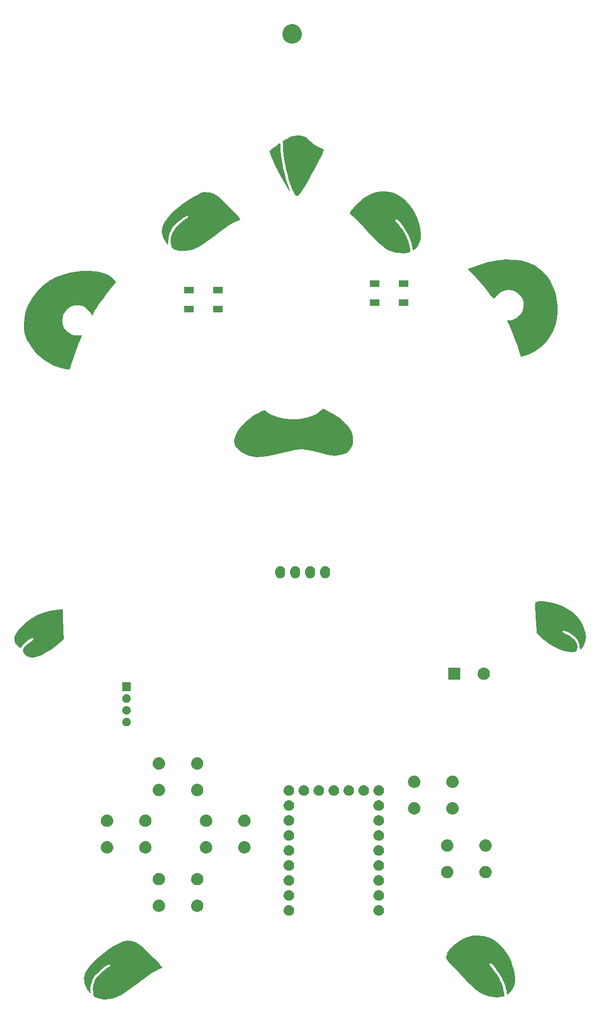
<source format=gbr>
G04 #@! TF.GenerationSoftware,KiCad,Pcbnew,8.0.5-8.0.5-0~ubuntu24.04.1*
G04 #@! TF.CreationDate,2024-09-29T10:35:15+09:00*
G04 #@! TF.ProjectId,gopher_bird_rp2040_sw,676f7068-6572-45f6-9269-72645f727032,rev?*
G04 #@! TF.SameCoordinates,Original*
G04 #@! TF.FileFunction,Soldermask,Top*
G04 #@! TF.FilePolarity,Negative*
%FSLAX46Y46*%
G04 Gerber Fmt 4.6, Leading zero omitted, Abs format (unit mm)*
G04 Created by KiCad (PCBNEW 8.0.5-8.0.5-0~ubuntu24.04.1) date 2024-09-29 10:35:15*
%MOMM*%
%LPD*%
G01*
G04 APERTURE LIST*
G04 APERTURE END LIST*
G36*
X83313057Y-180996010D02*
G01*
X83313059Y-180996010D01*
X84017403Y-181064488D01*
X84025322Y-181065258D01*
X84038913Y-181068354D01*
X84046379Y-181071088D01*
X84046383Y-181071089D01*
X84723629Y-181319095D01*
X84748913Y-181328354D01*
X84758890Y-181333199D01*
X84764258Y-181336512D01*
X84764267Y-181336517D01*
X85563782Y-181830045D01*
X85563788Y-181830049D01*
X85568890Y-181833199D01*
X85577287Y-181839569D01*
X86477287Y-182669569D01*
X86479627Y-182671859D01*
X86480911Y-182673194D01*
X86480915Y-182673197D01*
X86913095Y-183122215D01*
X87248864Y-183471066D01*
X87728055Y-183930291D01*
X87730526Y-183932816D01*
X87731882Y-183934294D01*
X87731886Y-183934298D01*
X87877944Y-184093485D01*
X88620526Y-184902816D01*
X88621707Y-184904146D01*
X88622366Y-184904913D01*
X88622369Y-184904916D01*
X89103148Y-185464189D01*
X89103148Y-185464190D01*
X89111707Y-185474146D01*
X89122680Y-185494196D01*
X89126452Y-185506771D01*
X89126454Y-185506774D01*
X89148319Y-185579657D01*
X89148319Y-185579659D01*
X89152680Y-185594196D01*
X89150240Y-185618214D01*
X89150318Y-185619774D01*
X89150015Y-185620427D01*
X89148426Y-185636075D01*
X89122229Y-185660308D01*
X89082875Y-185677697D01*
X88692310Y-185850272D01*
X88049732Y-186136960D01*
X88042208Y-186140952D01*
X87390043Y-186546085D01*
X86003662Y-187493612D01*
X86000914Y-187495602D01*
X85268290Y-188056963D01*
X85233452Y-188083657D01*
X85233221Y-188083833D01*
X85233079Y-188083939D01*
X85233005Y-188083997D01*
X84284110Y-188803160D01*
X83947184Y-189080628D01*
X83944964Y-189082456D01*
X83940940Y-189085472D01*
X82970940Y-189745472D01*
X82969405Y-189746479D01*
X82479405Y-190056479D01*
X82477063Y-190057881D01*
X82017063Y-190317881D01*
X82013107Y-190319911D01*
X81473107Y-190569911D01*
X81470042Y-190571218D01*
X81468275Y-190571909D01*
X81468269Y-190571912D01*
X81013674Y-190749797D01*
X81013670Y-190749797D01*
X81010042Y-190751218D01*
X81003507Y-190753316D01*
X80253507Y-190943316D01*
X80244916Y-190944780D01*
X79464916Y-191014780D01*
X79453696Y-191014637D01*
X79447352Y-191013905D01*
X79447344Y-191013905D01*
X78680815Y-190925459D01*
X78680810Y-190925457D01*
X78673696Y-190924637D01*
X78661453Y-190921778D01*
X77991453Y-190681778D01*
X77986200Y-190679584D01*
X77736200Y-190559584D01*
X77725172Y-190552568D01*
X77719403Y-190547848D01*
X77625403Y-190470939D01*
X77625402Y-190470938D01*
X77615172Y-190462568D01*
X77600807Y-190444597D01*
X77577651Y-190398284D01*
X77515128Y-190273240D01*
X77515127Y-190273237D01*
X77510807Y-190264597D01*
X77505659Y-190248491D01*
X77455659Y-189928491D01*
X77455090Y-189923138D01*
X77454916Y-189920095D01*
X77454913Y-189920066D01*
X77415401Y-189228601D01*
X77415401Y-189228587D01*
X77415090Y-189223138D01*
X77415382Y-189213532D01*
X77416023Y-189208112D01*
X77416024Y-189208106D01*
X77504601Y-188460123D01*
X77504602Y-188460118D01*
X77505382Y-188453532D01*
X77507973Y-188442162D01*
X77510125Y-188435884D01*
X77510127Y-188435877D01*
X77745318Y-187749904D01*
X77745319Y-187749900D01*
X77747973Y-187742162D01*
X77754353Y-187729319D01*
X77766957Y-187710566D01*
X78161676Y-187123301D01*
X78161679Y-187123296D01*
X78164353Y-187119319D01*
X78169586Y-187112695D01*
X78172832Y-187109177D01*
X78172842Y-187109166D01*
X78647816Y-186594610D01*
X78647844Y-186594581D01*
X78649586Y-186592695D01*
X78652835Y-186589457D01*
X78654730Y-186587719D01*
X78654749Y-186587701D01*
X79130574Y-186151529D01*
X79130580Y-186151523D01*
X79132835Y-186149457D01*
X79137000Y-186146000D01*
X79139453Y-186144159D01*
X79139463Y-186144152D01*
X79696305Y-185726521D01*
X79696317Y-185726512D01*
X79697000Y-185726000D01*
X79698209Y-185725119D01*
X79698828Y-185724680D01*
X79698911Y-185724620D01*
X80170073Y-185390880D01*
X80178156Y-185384060D01*
X80320337Y-185241879D01*
X80326274Y-185218131D01*
X80285915Y-185087692D01*
X80208288Y-185073137D01*
X80187924Y-185069321D01*
X80158243Y-185070847D01*
X79927370Y-185139254D01*
X79915374Y-185144209D01*
X79559820Y-185336400D01*
X79555996Y-185338648D01*
X79343334Y-185473980D01*
X79339391Y-185476706D01*
X78908039Y-185800220D01*
X78902913Y-185804515D01*
X78807743Y-185893340D01*
X78461011Y-186216956D01*
X78457455Y-186220555D01*
X78051096Y-186666559D01*
X77945650Y-186788228D01*
X77668530Y-187107981D01*
X77661940Y-187117137D01*
X77577035Y-187260821D01*
X77438301Y-187495602D01*
X77411206Y-187541454D01*
X77407568Y-187548627D01*
X77330130Y-187729319D01*
X77321620Y-187749176D01*
X77320549Y-187751840D01*
X77291861Y-187828344D01*
X77142178Y-188277393D01*
X77141796Y-188278499D01*
X77113517Y-188357678D01*
X77094803Y-188410079D01*
X77092297Y-188419237D01*
X77081835Y-188473291D01*
X76976445Y-189017801D01*
X76975327Y-189031395D01*
X76984980Y-189388514D01*
X76985000Y-189390000D01*
X76985000Y-189390811D01*
X76985000Y-189562681D01*
X76985483Y-189570441D01*
X77024575Y-189883178D01*
X77018173Y-189906457D01*
X77017991Y-189908008D01*
X77017583Y-189908602D01*
X77013414Y-189923767D01*
X76976822Y-189944575D01*
X76959480Y-189939806D01*
X76957908Y-189939812D01*
X76956123Y-189938883D01*
X76936233Y-189933414D01*
X76927886Y-189925376D01*
X76923425Y-189920066D01*
X76719429Y-189677213D01*
X76719428Y-189677211D01*
X76717886Y-189675376D01*
X76715310Y-189672060D01*
X76385310Y-189212060D01*
X76380328Y-189203615D01*
X76345919Y-189131238D01*
X76092996Y-188599229D01*
X76092993Y-188599220D01*
X76090328Y-188593615D01*
X76086642Y-188583339D01*
X76085134Y-188577309D01*
X75928386Y-187950318D01*
X75928385Y-187950311D01*
X75926642Y-187943339D01*
X75925006Y-187930821D01*
X75924898Y-187923630D01*
X75924898Y-187923625D01*
X75915115Y-187268127D01*
X75915115Y-187268126D01*
X75915006Y-187260821D01*
X75916310Y-187248069D01*
X75917893Y-187240941D01*
X75917895Y-187240931D01*
X76054416Y-186626587D01*
X76054418Y-186626579D01*
X76056310Y-186618069D01*
X76061663Y-186603760D01*
X76065822Y-186596097D01*
X76065824Y-186596094D01*
X76439483Y-185907775D01*
X76439485Y-185907770D01*
X76441663Y-185903760D01*
X76446000Y-185897000D01*
X76448738Y-185893349D01*
X76448744Y-185893340D01*
X76894572Y-185298903D01*
X76894581Y-185298890D01*
X76896000Y-185297000D01*
X76898648Y-185293737D01*
X76900194Y-185291973D01*
X76900207Y-185291958D01*
X77466396Y-184646304D01*
X77466405Y-184646294D01*
X77468648Y-184643737D01*
X77472857Y-184639436D01*
X78302857Y-183879436D01*
X78305522Y-183877148D01*
X78307061Y-183875909D01*
X78307084Y-183875890D01*
X79174571Y-183177913D01*
X79174576Y-183177908D01*
X79175522Y-183177148D01*
X79177181Y-183175865D01*
X79178133Y-183175156D01*
X79178159Y-183175137D01*
X79566916Y-182886062D01*
X79566928Y-182886052D01*
X79567181Y-182885865D01*
X79567436Y-182885677D01*
X79567532Y-182885606D01*
X79567749Y-182885446D01*
X80055572Y-182527045D01*
X80055598Y-182527026D01*
X80057436Y-182525677D01*
X80060768Y-182523411D01*
X80062716Y-182522188D01*
X80062723Y-182522184D01*
X81078499Y-181884834D01*
X81078510Y-181884827D01*
X81080768Y-181883411D01*
X81084854Y-181881085D01*
X81087212Y-181879872D01*
X81087238Y-181879858D01*
X82500595Y-181153273D01*
X82500610Y-181153266D01*
X82504854Y-181151085D01*
X82512607Y-181147822D01*
X82517142Y-181146310D01*
X82517150Y-181146307D01*
X82687552Y-181089506D01*
X82687562Y-181089503D01*
X82692607Y-181087822D01*
X82701706Y-181085629D01*
X82706959Y-181084827D01*
X82706962Y-181084827D01*
X83284027Y-180996800D01*
X83284029Y-180996799D01*
X83291706Y-180995629D01*
X83305322Y-180995258D01*
X83313057Y-180996010D01*
G37*
G36*
X142654697Y-180125201D02*
G01*
X142659888Y-180125645D01*
X142659897Y-180125646D01*
X143697552Y-180214588D01*
X143697556Y-180214588D01*
X143704697Y-180215201D01*
X143717027Y-180217702D01*
X144577027Y-180497702D01*
X144583778Y-180500406D01*
X145313778Y-180850406D01*
X145320045Y-180853931D01*
X145323475Y-180856168D01*
X145537899Y-180996010D01*
X145550045Y-181003931D01*
X145552227Y-181005431D01*
X146202227Y-181475431D01*
X146208891Y-181481109D01*
X146938891Y-182211109D01*
X146944117Y-182217157D01*
X147614117Y-183117157D01*
X147617466Y-183122215D01*
X147619210Y-183125195D01*
X147619211Y-183125196D01*
X148060717Y-183879436D01*
X148097466Y-183942215D01*
X148100333Y-183947829D01*
X148101782Y-183951119D01*
X148404969Y-184639436D01*
X148470333Y-184787829D01*
X148472376Y-184793213D01*
X148722376Y-185573213D01*
X148723718Y-185578194D01*
X148923718Y-186488194D01*
X148924672Y-186493999D01*
X149014672Y-187313999D01*
X149014979Y-187321527D01*
X148994979Y-188041527D01*
X148993803Y-188051413D01*
X148853803Y-188711413D01*
X148847988Y-188726873D01*
X148567988Y-189226873D01*
X148565556Y-189230817D01*
X148335556Y-189570817D01*
X148332638Y-189574742D01*
X148112638Y-189844742D01*
X148108891Y-189848891D01*
X147918891Y-190038891D01*
X147903048Y-190049938D01*
X147773048Y-190109938D01*
X147748920Y-190110896D01*
X147747390Y-190111192D01*
X147746701Y-190110984D01*
X147730986Y-190111609D01*
X147702838Y-190088297D01*
X147695769Y-190076516D01*
X147695768Y-190076515D01*
X147648143Y-189997140D01*
X147648141Y-189997136D01*
X147642838Y-189988297D01*
X147636221Y-189971524D01*
X147629425Y-189939812D01*
X147550355Y-189570817D01*
X147457468Y-189137347D01*
X147455832Y-189131238D01*
X147377439Y-188888472D01*
X147149535Y-188182709D01*
X147147225Y-188176649D01*
X146733164Y-187240083D01*
X146728885Y-187232043D01*
X146225334Y-186432286D01*
X146223238Y-186429168D01*
X146072328Y-186218689D01*
X145845339Y-185902100D01*
X145792224Y-185828201D01*
X145618073Y-185585904D01*
X145615002Y-185581973D01*
X145523623Y-185474146D01*
X145122691Y-185001047D01*
X145117407Y-184995534D01*
X144999506Y-184886702D01*
X144991778Y-184880621D01*
X144893347Y-184815000D01*
X144892543Y-184815000D01*
X144816095Y-184815868D01*
X144736739Y-184871417D01*
X144731429Y-184875582D01*
X144669357Y-184929894D01*
X144649976Y-185004405D01*
X144685969Y-185105185D01*
X144694556Y-185121323D01*
X144821215Y-185293218D01*
X144824655Y-185297480D01*
X144860979Y-185338648D01*
X144971241Y-185463611D01*
X145074872Y-185581060D01*
X145121241Y-185633611D01*
X145124211Y-185637284D01*
X145125802Y-185639435D01*
X145125810Y-185639444D01*
X145493820Y-186136754D01*
X145493872Y-186136826D01*
X145494211Y-186137284D01*
X145494895Y-186138228D01*
X145954895Y-186788228D01*
X145956913Y-186791292D01*
X145958004Y-186793075D01*
X145958008Y-186793081D01*
X146281385Y-187321527D01*
X146366913Y-187461292D01*
X146369938Y-187466952D01*
X146382683Y-187494567D01*
X146429734Y-187596510D01*
X146600741Y-187950318D01*
X146719519Y-188196066D01*
X146722100Y-188202378D01*
X146723340Y-188206044D01*
X146723342Y-188206049D01*
X146891149Y-188702176D01*
X146952100Y-188882378D01*
X146953255Y-188886257D01*
X147033255Y-189196257D01*
X147034010Y-189199613D01*
X147184010Y-189979613D01*
X147184637Y-189983696D01*
X147184904Y-189986013D01*
X147184908Y-189986037D01*
X147206417Y-190172452D01*
X147214637Y-190243696D01*
X147213932Y-190260786D01*
X147193932Y-190360786D01*
X147180497Y-190380847D01*
X147178537Y-190385022D01*
X147176647Y-190386596D01*
X147170509Y-190395763D01*
X147166337Y-190398284D01*
X147056337Y-190458284D01*
X147047393Y-190462178D01*
X146897393Y-190512178D01*
X146890786Y-190513932D01*
X146490786Y-190593932D01*
X146482747Y-190594931D01*
X145882747Y-190624931D01*
X145877845Y-190624958D01*
X145367845Y-190604958D01*
X145360540Y-190604180D01*
X144730540Y-190494180D01*
X144726415Y-190493296D01*
X144216415Y-190363296D01*
X144210799Y-190361540D01*
X143700799Y-190171540D01*
X143696581Y-190169765D01*
X143016581Y-189849765D01*
X143005890Y-189843145D01*
X142113133Y-189137353D01*
X142053354Y-189090093D01*
X142053353Y-189090092D01*
X142050890Y-189088145D01*
X142046741Y-189084513D01*
X141416741Y-188474513D01*
X141415981Y-188473762D01*
X141415569Y-188473347D01*
X141415512Y-188473291D01*
X140662103Y-187714893D01*
X140662073Y-187714861D01*
X140660981Y-187713762D01*
X140659062Y-187711730D01*
X139699299Y-186641994D01*
X139664036Y-186603760D01*
X139018440Y-185903760D01*
X138809947Y-185677697D01*
X138293632Y-185139254D01*
X138110919Y-184948711D01*
X137681569Y-184529346D01*
X137676368Y-184523485D01*
X137346368Y-184093485D01*
X137335313Y-184065859D01*
X137323019Y-183951119D01*
X137306714Y-183798942D01*
X137306714Y-183798938D01*
X137305313Y-183785859D01*
X137307671Y-183763070D01*
X137496987Y-183177913D01*
X137525420Y-183090027D01*
X137525420Y-183090025D01*
X137527671Y-183083070D01*
X137533019Y-183071403D01*
X137536819Y-183065158D01*
X137536822Y-183065154D01*
X137809789Y-182616708D01*
X137809793Y-182616702D01*
X137813019Y-182611403D01*
X137819586Y-182602695D01*
X137823791Y-182598139D01*
X137823799Y-182598129D01*
X138297706Y-182084730D01*
X138297724Y-182084712D01*
X138299586Y-182082695D01*
X138303041Y-182079269D01*
X138305080Y-182077418D01*
X138305096Y-182077403D01*
X138839713Y-181592287D01*
X138839728Y-181592275D01*
X138843041Y-181589269D01*
X138849247Y-181584401D01*
X138852961Y-181581895D01*
X138852969Y-181581890D01*
X139706616Y-181006174D01*
X139706635Y-181006162D01*
X139709247Y-181004401D01*
X139714028Y-181001519D01*
X139716801Y-181000033D01*
X139716825Y-181000019D01*
X140271531Y-180702855D01*
X140271560Y-180702840D01*
X140274028Y-180701519D01*
X140278520Y-180699368D01*
X140281101Y-180698272D01*
X140281122Y-180698263D01*
X140934427Y-180421103D01*
X140934444Y-180421097D01*
X140938520Y-180419368D01*
X140945908Y-180416836D01*
X140950195Y-180415699D01*
X140950200Y-180415698D01*
X141770530Y-180198261D01*
X141770535Y-180198260D01*
X141775908Y-180196836D01*
X141785538Y-180195181D01*
X141791079Y-180194729D01*
X141791085Y-180194729D01*
X142640337Y-180125604D01*
X142640341Y-180125604D01*
X142645538Y-180125181D01*
X142654697Y-180125201D01*
G37*
G36*
X110703983Y-175003936D02*
G01*
X110754180Y-175003936D01*
X110797524Y-175013149D01*
X110835659Y-175016905D01*
X110883566Y-175031437D01*
X110938424Y-175043098D01*
X110973530Y-175058728D01*
X111004566Y-175068143D01*
X111053884Y-175094504D01*
X111110500Y-175119711D01*
X111136822Y-175138835D01*
X111160232Y-175151348D01*
X111207988Y-175190540D01*
X111262887Y-175230427D01*
X111280711Y-175250223D01*
X111296675Y-175263324D01*
X111339572Y-175315594D01*
X111388924Y-175370405D01*
X111399292Y-175388363D01*
X111408651Y-175399767D01*
X111443273Y-175464542D01*
X111483104Y-175533530D01*
X111487685Y-175547630D01*
X111491856Y-175555433D01*
X111514852Y-175631242D01*
X111541311Y-175712672D01*
X111542242Y-175721532D01*
X111543094Y-175724340D01*
X111551384Y-175808513D01*
X111561000Y-175900000D01*
X111551383Y-175991494D01*
X111543094Y-176075659D01*
X111542242Y-176078466D01*
X111541311Y-176087328D01*
X111514848Y-176168771D01*
X111491856Y-176244566D01*
X111487686Y-176252366D01*
X111483104Y-176266470D01*
X111443266Y-176335470D01*
X111408651Y-176400232D01*
X111399294Y-176411633D01*
X111388924Y-176429595D01*
X111339563Y-176484415D01*
X111296675Y-176536675D01*
X111280714Y-176549773D01*
X111262887Y-176569573D01*
X111207977Y-176609467D01*
X111160232Y-176648651D01*
X111136827Y-176661161D01*
X111110500Y-176680289D01*
X111053873Y-176705500D01*
X111004566Y-176731856D01*
X110973537Y-176741268D01*
X110938424Y-176756902D01*
X110883555Y-176768564D01*
X110835659Y-176783094D01*
X110797532Y-176786849D01*
X110754180Y-176796064D01*
X110703973Y-176796064D01*
X110660000Y-176800395D01*
X110616027Y-176796064D01*
X110565820Y-176796064D01*
X110522467Y-176786849D01*
X110484340Y-176783094D01*
X110436441Y-176768563D01*
X110381576Y-176756902D01*
X110346464Y-176741269D01*
X110315433Y-176731856D01*
X110266120Y-176705498D01*
X110209500Y-176680289D01*
X110183175Y-176661163D01*
X110159767Y-176648651D01*
X110112013Y-176609460D01*
X110057113Y-176569573D01*
X110039287Y-176549776D01*
X110023324Y-176536675D01*
X109980425Y-176484402D01*
X109931076Y-176429595D01*
X109920708Y-176411637D01*
X109911348Y-176400232D01*
X109876719Y-176335447D01*
X109836896Y-176266470D01*
X109832315Y-176252371D01*
X109828143Y-176244566D01*
X109805136Y-176168725D01*
X109778689Y-176087328D01*
X109777758Y-176078471D01*
X109776905Y-176075659D01*
X109768600Y-175991342D01*
X109759000Y-175900000D01*
X109768599Y-175808664D01*
X109776905Y-175724340D01*
X109777758Y-175721527D01*
X109778689Y-175712672D01*
X109805132Y-175631288D01*
X109828143Y-175555433D01*
X109832315Y-175547626D01*
X109836896Y-175533530D01*
X109876712Y-175464565D01*
X109911348Y-175399767D01*
X109920710Y-175388359D01*
X109931076Y-175370405D01*
X109980416Y-175315607D01*
X110023324Y-175263324D01*
X110039291Y-175250219D01*
X110057113Y-175230427D01*
X110112002Y-175190546D01*
X110159767Y-175151348D01*
X110183180Y-175138833D01*
X110209500Y-175119711D01*
X110266109Y-175094506D01*
X110315433Y-175068143D01*
X110346471Y-175058727D01*
X110381576Y-175043098D01*
X110436430Y-175031438D01*
X110484340Y-175016905D01*
X110522476Y-175013148D01*
X110565820Y-175003936D01*
X110616016Y-175003936D01*
X110660000Y-174999604D01*
X110703983Y-175003936D01*
G37*
G36*
X125943983Y-175003936D02*
G01*
X125994180Y-175003936D01*
X126037524Y-175013149D01*
X126075659Y-175016905D01*
X126123566Y-175031437D01*
X126178424Y-175043098D01*
X126213530Y-175058728D01*
X126244566Y-175068143D01*
X126293884Y-175094504D01*
X126350500Y-175119711D01*
X126376822Y-175138835D01*
X126400232Y-175151348D01*
X126447988Y-175190540D01*
X126502887Y-175230427D01*
X126520711Y-175250223D01*
X126536675Y-175263324D01*
X126579572Y-175315594D01*
X126628924Y-175370405D01*
X126639292Y-175388363D01*
X126648651Y-175399767D01*
X126683273Y-175464542D01*
X126723104Y-175533530D01*
X126727685Y-175547630D01*
X126731856Y-175555433D01*
X126754852Y-175631242D01*
X126781311Y-175712672D01*
X126782242Y-175721532D01*
X126783094Y-175724340D01*
X126791384Y-175808513D01*
X126801000Y-175900000D01*
X126791383Y-175991494D01*
X126783094Y-176075659D01*
X126782242Y-176078466D01*
X126781311Y-176087328D01*
X126754848Y-176168771D01*
X126731856Y-176244566D01*
X126727686Y-176252366D01*
X126723104Y-176266470D01*
X126683266Y-176335470D01*
X126648651Y-176400232D01*
X126639294Y-176411633D01*
X126628924Y-176429595D01*
X126579563Y-176484415D01*
X126536675Y-176536675D01*
X126520714Y-176549773D01*
X126502887Y-176569573D01*
X126447977Y-176609467D01*
X126400232Y-176648651D01*
X126376827Y-176661161D01*
X126350500Y-176680289D01*
X126293873Y-176705500D01*
X126244566Y-176731856D01*
X126213537Y-176741268D01*
X126178424Y-176756902D01*
X126123555Y-176768564D01*
X126075659Y-176783094D01*
X126037532Y-176786849D01*
X125994180Y-176796064D01*
X125943973Y-176796064D01*
X125900000Y-176800395D01*
X125856027Y-176796064D01*
X125805820Y-176796064D01*
X125762467Y-176786849D01*
X125724340Y-176783094D01*
X125676441Y-176768563D01*
X125621576Y-176756902D01*
X125586464Y-176741269D01*
X125555433Y-176731856D01*
X125506120Y-176705498D01*
X125449500Y-176680289D01*
X125423175Y-176661163D01*
X125399767Y-176648651D01*
X125352013Y-176609460D01*
X125297113Y-176569573D01*
X125279287Y-176549776D01*
X125263324Y-176536675D01*
X125220425Y-176484402D01*
X125171076Y-176429595D01*
X125160708Y-176411637D01*
X125151348Y-176400232D01*
X125116719Y-176335447D01*
X125076896Y-176266470D01*
X125072315Y-176252371D01*
X125068143Y-176244566D01*
X125045136Y-176168725D01*
X125018689Y-176087328D01*
X125017758Y-176078471D01*
X125016905Y-176075659D01*
X125008600Y-175991342D01*
X124999000Y-175900000D01*
X125008599Y-175808664D01*
X125016905Y-175724340D01*
X125017758Y-175721527D01*
X125018689Y-175712672D01*
X125045132Y-175631288D01*
X125068143Y-175555433D01*
X125072315Y-175547626D01*
X125076896Y-175533530D01*
X125116712Y-175464565D01*
X125151348Y-175399767D01*
X125160710Y-175388359D01*
X125171076Y-175370405D01*
X125220416Y-175315607D01*
X125263324Y-175263324D01*
X125279291Y-175250219D01*
X125297113Y-175230427D01*
X125352002Y-175190546D01*
X125399767Y-175151348D01*
X125423180Y-175138833D01*
X125449500Y-175119711D01*
X125506109Y-175094506D01*
X125555433Y-175068143D01*
X125586471Y-175058727D01*
X125621576Y-175043098D01*
X125676430Y-175031438D01*
X125724340Y-175016905D01*
X125762476Y-175013148D01*
X125805820Y-175003936D01*
X125856016Y-175003936D01*
X125900000Y-174999604D01*
X125943983Y-175003936D01*
G37*
G36*
X88650938Y-174054017D02*
G01*
X88696923Y-174054017D01*
X88748139Y-174063590D01*
X88805040Y-174069195D01*
X88848261Y-174082306D01*
X88887474Y-174089636D01*
X88941785Y-174110676D01*
X89002200Y-174129003D01*
X89036720Y-174147454D01*
X89068232Y-174159662D01*
X89122977Y-174193559D01*
X89183904Y-174226125D01*
X89209506Y-174247136D01*
X89233048Y-174261713D01*
X89285212Y-174309267D01*
X89343169Y-174356831D01*
X89360342Y-174377757D01*
X89376301Y-174392305D01*
X89422629Y-174453653D01*
X89473875Y-174516096D01*
X89483783Y-174534634D01*
X89493122Y-174547000D01*
X89530274Y-174621613D01*
X89570997Y-174697800D01*
X89575340Y-174712117D01*
X89579528Y-174720528D01*
X89604267Y-174807476D01*
X89630805Y-174894960D01*
X89631676Y-174903811D01*
X89632577Y-174906975D01*
X89641938Y-175008002D01*
X89651000Y-175100000D01*
X89641938Y-175192005D01*
X89632577Y-175293024D01*
X89631676Y-175296187D01*
X89630805Y-175305040D01*
X89604262Y-175392538D01*
X89579528Y-175479471D01*
X89575341Y-175487879D01*
X89570997Y-175502200D01*
X89530267Y-175578399D01*
X89493122Y-175652999D01*
X89483785Y-175665362D01*
X89473875Y-175683904D01*
X89422620Y-175746357D01*
X89376301Y-175807694D01*
X89360345Y-175822238D01*
X89343169Y-175843169D01*
X89285201Y-175890741D01*
X89233048Y-175938286D01*
X89209511Y-175952859D01*
X89183904Y-175973875D01*
X89122965Y-176006447D01*
X89068232Y-176040337D01*
X89036726Y-176052542D01*
X89002200Y-176070997D01*
X88941773Y-176089327D01*
X88887474Y-176110363D01*
X88848268Y-176117691D01*
X88805040Y-176130805D01*
X88748136Y-176136409D01*
X88696923Y-176145983D01*
X88650938Y-176145983D01*
X88600000Y-176151000D01*
X88549062Y-176145983D01*
X88503077Y-176145983D01*
X88451863Y-176136409D01*
X88394960Y-176130805D01*
X88351732Y-176117692D01*
X88312525Y-176110363D01*
X88258221Y-176089325D01*
X88197800Y-176070997D01*
X88163275Y-176052543D01*
X88131767Y-176040337D01*
X88077027Y-176006443D01*
X88016096Y-175973875D01*
X87990491Y-175952861D01*
X87966951Y-175938286D01*
X87914788Y-175890733D01*
X87856831Y-175843169D01*
X87839656Y-175822242D01*
X87823698Y-175807694D01*
X87777367Y-175746342D01*
X87726125Y-175683904D01*
X87716216Y-175665366D01*
X87706877Y-175652999D01*
X87669717Y-175578372D01*
X87629003Y-175502200D01*
X87624660Y-175487884D01*
X87620471Y-175479471D01*
X87595721Y-175392485D01*
X87569195Y-175305040D01*
X87568323Y-175296192D01*
X87567422Y-175293024D01*
X87558044Y-175191833D01*
X87549000Y-175100000D01*
X87558044Y-175008173D01*
X87567422Y-174906975D01*
X87568323Y-174903805D01*
X87569195Y-174894960D01*
X87595716Y-174807529D01*
X87620471Y-174720528D01*
X87624661Y-174712112D01*
X87629003Y-174697800D01*
X87669710Y-174621641D01*
X87706877Y-174547000D01*
X87716218Y-174534629D01*
X87726125Y-174516096D01*
X87777357Y-174453668D01*
X87823698Y-174392305D01*
X87839660Y-174377753D01*
X87856831Y-174356831D01*
X87914777Y-174309275D01*
X87966951Y-174261713D01*
X87990496Y-174247134D01*
X88016096Y-174226125D01*
X88077015Y-174193563D01*
X88131767Y-174159662D01*
X88163282Y-174147452D01*
X88197800Y-174129003D01*
X88258209Y-174110677D01*
X88312525Y-174089636D01*
X88351739Y-174082305D01*
X88394960Y-174069195D01*
X88451860Y-174063590D01*
X88503077Y-174054017D01*
X88549062Y-174054017D01*
X88600000Y-174049000D01*
X88650938Y-174054017D01*
G37*
G36*
X95150938Y-174054017D02*
G01*
X95196923Y-174054017D01*
X95248139Y-174063590D01*
X95305040Y-174069195D01*
X95348261Y-174082306D01*
X95387474Y-174089636D01*
X95441785Y-174110676D01*
X95502200Y-174129003D01*
X95536720Y-174147454D01*
X95568232Y-174159662D01*
X95622977Y-174193559D01*
X95683904Y-174226125D01*
X95709506Y-174247136D01*
X95733048Y-174261713D01*
X95785212Y-174309267D01*
X95843169Y-174356831D01*
X95860342Y-174377757D01*
X95876301Y-174392305D01*
X95922629Y-174453653D01*
X95973875Y-174516096D01*
X95983783Y-174534634D01*
X95993122Y-174547000D01*
X96030274Y-174621613D01*
X96070997Y-174697800D01*
X96075340Y-174712117D01*
X96079528Y-174720528D01*
X96104267Y-174807476D01*
X96130805Y-174894960D01*
X96131676Y-174903811D01*
X96132577Y-174906975D01*
X96141938Y-175008002D01*
X96151000Y-175100000D01*
X96141938Y-175192005D01*
X96132577Y-175293024D01*
X96131676Y-175296187D01*
X96130805Y-175305040D01*
X96104262Y-175392538D01*
X96079528Y-175479471D01*
X96075341Y-175487879D01*
X96070997Y-175502200D01*
X96030267Y-175578399D01*
X95993122Y-175652999D01*
X95983785Y-175665362D01*
X95973875Y-175683904D01*
X95922620Y-175746357D01*
X95876301Y-175807694D01*
X95860345Y-175822238D01*
X95843169Y-175843169D01*
X95785201Y-175890741D01*
X95733048Y-175938286D01*
X95709511Y-175952859D01*
X95683904Y-175973875D01*
X95622965Y-176006447D01*
X95568232Y-176040337D01*
X95536726Y-176052542D01*
X95502200Y-176070997D01*
X95441773Y-176089327D01*
X95387474Y-176110363D01*
X95348268Y-176117691D01*
X95305040Y-176130805D01*
X95248136Y-176136409D01*
X95196923Y-176145983D01*
X95150938Y-176145983D01*
X95100000Y-176151000D01*
X95049062Y-176145983D01*
X95003077Y-176145983D01*
X94951863Y-176136409D01*
X94894960Y-176130805D01*
X94851732Y-176117692D01*
X94812525Y-176110363D01*
X94758221Y-176089325D01*
X94697800Y-176070997D01*
X94663275Y-176052543D01*
X94631767Y-176040337D01*
X94577027Y-176006443D01*
X94516096Y-175973875D01*
X94490491Y-175952861D01*
X94466951Y-175938286D01*
X94414788Y-175890733D01*
X94356831Y-175843169D01*
X94339656Y-175822242D01*
X94323698Y-175807694D01*
X94277367Y-175746342D01*
X94226125Y-175683904D01*
X94216216Y-175665366D01*
X94206877Y-175652999D01*
X94169717Y-175578372D01*
X94129003Y-175502200D01*
X94124660Y-175487884D01*
X94120471Y-175479471D01*
X94095721Y-175392485D01*
X94069195Y-175305040D01*
X94068323Y-175296192D01*
X94067422Y-175293024D01*
X94058044Y-175191833D01*
X94049000Y-175100000D01*
X94058044Y-175008173D01*
X94067422Y-174906975D01*
X94068323Y-174903805D01*
X94069195Y-174894960D01*
X94095716Y-174807529D01*
X94120471Y-174720528D01*
X94124661Y-174712112D01*
X94129003Y-174697800D01*
X94169710Y-174621641D01*
X94206877Y-174547000D01*
X94216218Y-174534629D01*
X94226125Y-174516096D01*
X94277357Y-174453668D01*
X94323698Y-174392305D01*
X94339660Y-174377753D01*
X94356831Y-174356831D01*
X94414777Y-174309275D01*
X94466951Y-174261713D01*
X94490496Y-174247134D01*
X94516096Y-174226125D01*
X94577015Y-174193563D01*
X94631767Y-174159662D01*
X94663282Y-174147452D01*
X94697800Y-174129003D01*
X94758209Y-174110677D01*
X94812525Y-174089636D01*
X94851739Y-174082305D01*
X94894960Y-174069195D01*
X94951860Y-174063590D01*
X95003077Y-174054017D01*
X95049062Y-174054017D01*
X95100000Y-174049000D01*
X95150938Y-174054017D01*
G37*
G36*
X110703983Y-172463936D02*
G01*
X110754180Y-172463936D01*
X110797524Y-172473149D01*
X110835659Y-172476905D01*
X110883566Y-172491437D01*
X110938424Y-172503098D01*
X110973530Y-172518728D01*
X111004566Y-172528143D01*
X111053884Y-172554504D01*
X111110500Y-172579711D01*
X111136822Y-172598835D01*
X111160232Y-172611348D01*
X111207988Y-172650540D01*
X111262887Y-172690427D01*
X111280711Y-172710223D01*
X111296675Y-172723324D01*
X111339572Y-172775594D01*
X111388924Y-172830405D01*
X111399292Y-172848363D01*
X111408651Y-172859767D01*
X111443273Y-172924542D01*
X111483104Y-172993530D01*
X111487685Y-173007630D01*
X111491856Y-173015433D01*
X111514852Y-173091242D01*
X111541311Y-173172672D01*
X111542242Y-173181532D01*
X111543094Y-173184340D01*
X111551384Y-173268513D01*
X111561000Y-173360000D01*
X111551383Y-173451494D01*
X111543094Y-173535659D01*
X111542242Y-173538466D01*
X111541311Y-173547328D01*
X111514848Y-173628771D01*
X111491856Y-173704566D01*
X111487686Y-173712366D01*
X111483104Y-173726470D01*
X111443266Y-173795470D01*
X111408651Y-173860232D01*
X111399294Y-173871633D01*
X111388924Y-173889595D01*
X111339563Y-173944415D01*
X111296675Y-173996675D01*
X111280714Y-174009773D01*
X111262887Y-174029573D01*
X111207977Y-174069467D01*
X111160232Y-174108651D01*
X111136827Y-174121161D01*
X111110500Y-174140289D01*
X111053873Y-174165500D01*
X111004566Y-174191856D01*
X110973537Y-174201268D01*
X110938424Y-174216902D01*
X110883555Y-174228564D01*
X110835659Y-174243094D01*
X110797532Y-174246849D01*
X110754180Y-174256064D01*
X110703973Y-174256064D01*
X110660000Y-174260395D01*
X110616027Y-174256064D01*
X110565820Y-174256064D01*
X110522467Y-174246849D01*
X110484340Y-174243094D01*
X110436441Y-174228563D01*
X110381576Y-174216902D01*
X110346464Y-174201269D01*
X110315433Y-174191856D01*
X110266120Y-174165498D01*
X110209500Y-174140289D01*
X110183175Y-174121163D01*
X110159767Y-174108651D01*
X110112013Y-174069460D01*
X110057113Y-174029573D01*
X110039287Y-174009776D01*
X110023324Y-173996675D01*
X109980425Y-173944402D01*
X109931076Y-173889595D01*
X109920708Y-173871637D01*
X109911348Y-173860232D01*
X109876719Y-173795447D01*
X109836896Y-173726470D01*
X109832315Y-173712371D01*
X109828143Y-173704566D01*
X109805136Y-173628725D01*
X109778689Y-173547328D01*
X109777758Y-173538471D01*
X109776905Y-173535659D01*
X109768600Y-173451342D01*
X109759000Y-173360000D01*
X109768599Y-173268664D01*
X109776905Y-173184340D01*
X109777758Y-173181527D01*
X109778689Y-173172672D01*
X109805132Y-173091288D01*
X109828143Y-173015433D01*
X109832315Y-173007626D01*
X109836896Y-172993530D01*
X109876712Y-172924565D01*
X109911348Y-172859767D01*
X109920710Y-172848359D01*
X109931076Y-172830405D01*
X109980416Y-172775607D01*
X110023324Y-172723324D01*
X110039291Y-172710219D01*
X110057113Y-172690427D01*
X110112002Y-172650546D01*
X110159767Y-172611348D01*
X110183180Y-172598833D01*
X110209500Y-172579711D01*
X110266109Y-172554506D01*
X110315433Y-172528143D01*
X110346471Y-172518727D01*
X110381576Y-172503098D01*
X110436430Y-172491438D01*
X110484340Y-172476905D01*
X110522476Y-172473148D01*
X110565820Y-172463936D01*
X110616016Y-172463936D01*
X110660000Y-172459604D01*
X110703983Y-172463936D01*
G37*
G36*
X125943983Y-172463936D02*
G01*
X125994180Y-172463936D01*
X126037524Y-172473149D01*
X126075659Y-172476905D01*
X126123566Y-172491437D01*
X126178424Y-172503098D01*
X126213530Y-172518728D01*
X126244566Y-172528143D01*
X126293884Y-172554504D01*
X126350500Y-172579711D01*
X126376822Y-172598835D01*
X126400232Y-172611348D01*
X126447988Y-172650540D01*
X126502887Y-172690427D01*
X126520711Y-172710223D01*
X126536675Y-172723324D01*
X126579572Y-172775594D01*
X126628924Y-172830405D01*
X126639292Y-172848363D01*
X126648651Y-172859767D01*
X126683273Y-172924542D01*
X126723104Y-172993530D01*
X126727685Y-173007630D01*
X126731856Y-173015433D01*
X126754852Y-173091242D01*
X126781311Y-173172672D01*
X126782242Y-173181532D01*
X126783094Y-173184340D01*
X126791384Y-173268513D01*
X126801000Y-173360000D01*
X126791383Y-173451494D01*
X126783094Y-173535659D01*
X126782242Y-173538466D01*
X126781311Y-173547328D01*
X126754848Y-173628771D01*
X126731856Y-173704566D01*
X126727686Y-173712366D01*
X126723104Y-173726470D01*
X126683266Y-173795470D01*
X126648651Y-173860232D01*
X126639294Y-173871633D01*
X126628924Y-173889595D01*
X126579563Y-173944415D01*
X126536675Y-173996675D01*
X126520714Y-174009773D01*
X126502887Y-174029573D01*
X126447977Y-174069467D01*
X126400232Y-174108651D01*
X126376827Y-174121161D01*
X126350500Y-174140289D01*
X126293873Y-174165500D01*
X126244566Y-174191856D01*
X126213537Y-174201268D01*
X126178424Y-174216902D01*
X126123555Y-174228564D01*
X126075659Y-174243094D01*
X126037532Y-174246849D01*
X125994180Y-174256064D01*
X125943973Y-174256064D01*
X125900000Y-174260395D01*
X125856027Y-174256064D01*
X125805820Y-174256064D01*
X125762467Y-174246849D01*
X125724340Y-174243094D01*
X125676441Y-174228563D01*
X125621576Y-174216902D01*
X125586464Y-174201269D01*
X125555433Y-174191856D01*
X125506120Y-174165498D01*
X125449500Y-174140289D01*
X125423175Y-174121163D01*
X125399767Y-174108651D01*
X125352013Y-174069460D01*
X125297113Y-174029573D01*
X125279287Y-174009776D01*
X125263324Y-173996675D01*
X125220425Y-173944402D01*
X125171076Y-173889595D01*
X125160708Y-173871637D01*
X125151348Y-173860232D01*
X125116719Y-173795447D01*
X125076896Y-173726470D01*
X125072315Y-173712371D01*
X125068143Y-173704566D01*
X125045136Y-173628725D01*
X125018689Y-173547328D01*
X125017758Y-173538471D01*
X125016905Y-173535659D01*
X125008600Y-173451342D01*
X124999000Y-173360000D01*
X125008599Y-173268664D01*
X125016905Y-173184340D01*
X125017758Y-173181527D01*
X125018689Y-173172672D01*
X125045132Y-173091288D01*
X125068143Y-173015433D01*
X125072315Y-173007626D01*
X125076896Y-172993530D01*
X125116712Y-172924565D01*
X125151348Y-172859767D01*
X125160710Y-172848359D01*
X125171076Y-172830405D01*
X125220416Y-172775607D01*
X125263324Y-172723324D01*
X125279291Y-172710219D01*
X125297113Y-172690427D01*
X125352002Y-172650546D01*
X125399767Y-172611348D01*
X125423180Y-172598833D01*
X125449500Y-172579711D01*
X125506109Y-172554506D01*
X125555433Y-172528143D01*
X125586471Y-172518727D01*
X125621576Y-172503098D01*
X125676430Y-172491438D01*
X125724340Y-172476905D01*
X125762476Y-172473148D01*
X125805820Y-172463936D01*
X125856016Y-172463936D01*
X125900000Y-172459604D01*
X125943983Y-172463936D01*
G37*
G36*
X110703983Y-169923936D02*
G01*
X110754180Y-169923936D01*
X110797524Y-169933149D01*
X110835659Y-169936905D01*
X110883566Y-169951437D01*
X110938424Y-169963098D01*
X110973530Y-169978728D01*
X111004566Y-169988143D01*
X111053884Y-170014504D01*
X111110500Y-170039711D01*
X111136822Y-170058835D01*
X111160232Y-170071348D01*
X111207988Y-170110540D01*
X111262887Y-170150427D01*
X111280711Y-170170223D01*
X111296675Y-170183324D01*
X111339572Y-170235594D01*
X111388924Y-170290405D01*
X111399292Y-170308363D01*
X111408651Y-170319767D01*
X111443273Y-170384542D01*
X111483104Y-170453530D01*
X111487685Y-170467630D01*
X111491856Y-170475433D01*
X111514852Y-170551242D01*
X111541311Y-170632672D01*
X111542242Y-170641532D01*
X111543094Y-170644340D01*
X111551384Y-170728513D01*
X111561000Y-170820000D01*
X111551383Y-170911494D01*
X111543094Y-170995659D01*
X111542242Y-170998466D01*
X111541311Y-171007328D01*
X111514848Y-171088771D01*
X111491856Y-171164566D01*
X111487686Y-171172366D01*
X111483104Y-171186470D01*
X111443266Y-171255470D01*
X111408651Y-171320232D01*
X111399294Y-171331633D01*
X111388924Y-171349595D01*
X111339563Y-171404415D01*
X111296675Y-171456675D01*
X111280714Y-171469773D01*
X111262887Y-171489573D01*
X111207977Y-171529467D01*
X111160232Y-171568651D01*
X111136827Y-171581161D01*
X111110500Y-171600289D01*
X111053873Y-171625500D01*
X111004566Y-171651856D01*
X110973537Y-171661268D01*
X110938424Y-171676902D01*
X110883555Y-171688564D01*
X110835659Y-171703094D01*
X110797532Y-171706849D01*
X110754180Y-171716064D01*
X110703973Y-171716064D01*
X110660000Y-171720395D01*
X110616027Y-171716064D01*
X110565820Y-171716064D01*
X110522467Y-171706849D01*
X110484340Y-171703094D01*
X110436441Y-171688563D01*
X110381576Y-171676902D01*
X110346464Y-171661269D01*
X110315433Y-171651856D01*
X110266120Y-171625498D01*
X110209500Y-171600289D01*
X110183175Y-171581163D01*
X110159767Y-171568651D01*
X110112013Y-171529460D01*
X110057113Y-171489573D01*
X110039287Y-171469776D01*
X110023324Y-171456675D01*
X109980425Y-171404402D01*
X109931076Y-171349595D01*
X109920708Y-171331637D01*
X109911348Y-171320232D01*
X109876719Y-171255447D01*
X109836896Y-171186470D01*
X109832315Y-171172371D01*
X109828143Y-171164566D01*
X109805136Y-171088725D01*
X109778689Y-171007328D01*
X109777758Y-170998471D01*
X109776905Y-170995659D01*
X109768600Y-170911342D01*
X109759000Y-170820000D01*
X109768599Y-170728664D01*
X109776905Y-170644340D01*
X109777758Y-170641527D01*
X109778689Y-170632672D01*
X109805132Y-170551288D01*
X109828143Y-170475433D01*
X109832315Y-170467626D01*
X109836896Y-170453530D01*
X109876712Y-170384565D01*
X109911348Y-170319767D01*
X109920710Y-170308359D01*
X109931076Y-170290405D01*
X109980416Y-170235607D01*
X110023324Y-170183324D01*
X110039291Y-170170219D01*
X110057113Y-170150427D01*
X110112002Y-170110546D01*
X110159767Y-170071348D01*
X110183180Y-170058833D01*
X110209500Y-170039711D01*
X110266109Y-170014506D01*
X110315433Y-169988143D01*
X110346471Y-169978727D01*
X110381576Y-169963098D01*
X110436430Y-169951438D01*
X110484340Y-169936905D01*
X110522476Y-169933148D01*
X110565820Y-169923936D01*
X110616016Y-169923936D01*
X110660000Y-169919604D01*
X110703983Y-169923936D01*
G37*
G36*
X125943983Y-169923936D02*
G01*
X125994180Y-169923936D01*
X126037524Y-169933149D01*
X126075659Y-169936905D01*
X126123566Y-169951437D01*
X126178424Y-169963098D01*
X126213530Y-169978728D01*
X126244566Y-169988143D01*
X126293884Y-170014504D01*
X126350500Y-170039711D01*
X126376822Y-170058835D01*
X126400232Y-170071348D01*
X126447988Y-170110540D01*
X126502887Y-170150427D01*
X126520711Y-170170223D01*
X126536675Y-170183324D01*
X126579572Y-170235594D01*
X126628924Y-170290405D01*
X126639292Y-170308363D01*
X126648651Y-170319767D01*
X126683273Y-170384542D01*
X126723104Y-170453530D01*
X126727685Y-170467630D01*
X126731856Y-170475433D01*
X126754852Y-170551242D01*
X126781311Y-170632672D01*
X126782242Y-170641532D01*
X126783094Y-170644340D01*
X126791384Y-170728513D01*
X126801000Y-170820000D01*
X126791383Y-170911494D01*
X126783094Y-170995659D01*
X126782242Y-170998466D01*
X126781311Y-171007328D01*
X126754848Y-171088771D01*
X126731856Y-171164566D01*
X126727686Y-171172366D01*
X126723104Y-171186470D01*
X126683266Y-171255470D01*
X126648651Y-171320232D01*
X126639294Y-171331633D01*
X126628924Y-171349595D01*
X126579563Y-171404415D01*
X126536675Y-171456675D01*
X126520714Y-171469773D01*
X126502887Y-171489573D01*
X126447977Y-171529467D01*
X126400232Y-171568651D01*
X126376827Y-171581161D01*
X126350500Y-171600289D01*
X126293873Y-171625500D01*
X126244566Y-171651856D01*
X126213537Y-171661268D01*
X126178424Y-171676902D01*
X126123555Y-171688564D01*
X126075659Y-171703094D01*
X126037532Y-171706849D01*
X125994180Y-171716064D01*
X125943973Y-171716064D01*
X125900000Y-171720395D01*
X125856027Y-171716064D01*
X125805820Y-171716064D01*
X125762467Y-171706849D01*
X125724340Y-171703094D01*
X125676441Y-171688563D01*
X125621576Y-171676902D01*
X125586464Y-171661269D01*
X125555433Y-171651856D01*
X125506120Y-171625498D01*
X125449500Y-171600289D01*
X125423175Y-171581163D01*
X125399767Y-171568651D01*
X125352013Y-171529460D01*
X125297113Y-171489573D01*
X125279287Y-171469776D01*
X125263324Y-171456675D01*
X125220425Y-171404402D01*
X125171076Y-171349595D01*
X125160708Y-171331637D01*
X125151348Y-171320232D01*
X125116719Y-171255447D01*
X125076896Y-171186470D01*
X125072315Y-171172371D01*
X125068143Y-171164566D01*
X125045136Y-171088725D01*
X125018689Y-171007328D01*
X125017758Y-170998471D01*
X125016905Y-170995659D01*
X125008600Y-170911342D01*
X124999000Y-170820000D01*
X125008599Y-170728664D01*
X125016905Y-170644340D01*
X125017758Y-170641527D01*
X125018689Y-170632672D01*
X125045132Y-170551288D01*
X125068143Y-170475433D01*
X125072315Y-170467626D01*
X125076896Y-170453530D01*
X125116712Y-170384565D01*
X125151348Y-170319767D01*
X125160710Y-170308359D01*
X125171076Y-170290405D01*
X125220416Y-170235607D01*
X125263324Y-170183324D01*
X125279291Y-170170219D01*
X125297113Y-170150427D01*
X125352002Y-170110546D01*
X125399767Y-170071348D01*
X125423180Y-170058833D01*
X125449500Y-170039711D01*
X125506109Y-170014506D01*
X125555433Y-169988143D01*
X125586471Y-169978727D01*
X125621576Y-169963098D01*
X125676430Y-169951438D01*
X125724340Y-169936905D01*
X125762476Y-169933148D01*
X125805820Y-169923936D01*
X125856016Y-169923936D01*
X125900000Y-169919604D01*
X125943983Y-169923936D01*
G37*
G36*
X88650938Y-169554017D02*
G01*
X88696923Y-169554017D01*
X88748139Y-169563590D01*
X88805040Y-169569195D01*
X88848261Y-169582306D01*
X88887474Y-169589636D01*
X88941785Y-169610676D01*
X89002200Y-169629003D01*
X89036720Y-169647454D01*
X89068232Y-169659662D01*
X89122977Y-169693559D01*
X89183904Y-169726125D01*
X89209506Y-169747136D01*
X89233048Y-169761713D01*
X89285212Y-169809267D01*
X89343169Y-169856831D01*
X89360342Y-169877757D01*
X89376301Y-169892305D01*
X89422629Y-169953653D01*
X89473875Y-170016096D01*
X89483783Y-170034634D01*
X89493122Y-170047000D01*
X89530274Y-170121613D01*
X89570997Y-170197800D01*
X89575340Y-170212117D01*
X89579528Y-170220528D01*
X89604267Y-170307476D01*
X89630805Y-170394960D01*
X89631676Y-170403811D01*
X89632577Y-170406975D01*
X89641938Y-170508002D01*
X89651000Y-170600000D01*
X89641938Y-170692005D01*
X89632577Y-170793024D01*
X89631676Y-170796187D01*
X89630805Y-170805040D01*
X89604262Y-170892538D01*
X89579528Y-170979471D01*
X89575341Y-170987879D01*
X89570997Y-171002200D01*
X89530267Y-171078399D01*
X89493122Y-171152999D01*
X89483785Y-171165362D01*
X89473875Y-171183904D01*
X89422620Y-171246357D01*
X89376301Y-171307694D01*
X89360345Y-171322238D01*
X89343169Y-171343169D01*
X89285201Y-171390741D01*
X89233048Y-171438286D01*
X89209511Y-171452859D01*
X89183904Y-171473875D01*
X89122965Y-171506447D01*
X89068232Y-171540337D01*
X89036726Y-171552542D01*
X89002200Y-171570997D01*
X88941773Y-171589327D01*
X88887474Y-171610363D01*
X88848268Y-171617691D01*
X88805040Y-171630805D01*
X88748136Y-171636409D01*
X88696923Y-171645983D01*
X88650938Y-171645983D01*
X88600000Y-171651000D01*
X88549062Y-171645983D01*
X88503077Y-171645983D01*
X88451863Y-171636409D01*
X88394960Y-171630805D01*
X88351732Y-171617692D01*
X88312525Y-171610363D01*
X88258221Y-171589325D01*
X88197800Y-171570997D01*
X88163275Y-171552543D01*
X88131767Y-171540337D01*
X88077027Y-171506443D01*
X88016096Y-171473875D01*
X87990491Y-171452861D01*
X87966951Y-171438286D01*
X87914788Y-171390733D01*
X87856831Y-171343169D01*
X87839656Y-171322242D01*
X87823698Y-171307694D01*
X87777367Y-171246342D01*
X87726125Y-171183904D01*
X87716216Y-171165366D01*
X87706877Y-171152999D01*
X87669717Y-171078372D01*
X87629003Y-171002200D01*
X87624660Y-170987884D01*
X87620471Y-170979471D01*
X87595721Y-170892485D01*
X87569195Y-170805040D01*
X87568323Y-170796192D01*
X87567422Y-170793024D01*
X87558044Y-170691833D01*
X87549000Y-170600000D01*
X87558044Y-170508173D01*
X87567422Y-170406975D01*
X87568323Y-170403805D01*
X87569195Y-170394960D01*
X87595716Y-170307529D01*
X87620471Y-170220528D01*
X87624661Y-170212112D01*
X87629003Y-170197800D01*
X87669710Y-170121641D01*
X87706877Y-170047000D01*
X87716218Y-170034629D01*
X87726125Y-170016096D01*
X87777357Y-169953668D01*
X87823698Y-169892305D01*
X87839660Y-169877753D01*
X87856831Y-169856831D01*
X87914777Y-169809275D01*
X87966951Y-169761713D01*
X87990496Y-169747134D01*
X88016096Y-169726125D01*
X88077015Y-169693563D01*
X88131767Y-169659662D01*
X88163282Y-169647452D01*
X88197800Y-169629003D01*
X88258209Y-169610677D01*
X88312525Y-169589636D01*
X88351739Y-169582305D01*
X88394960Y-169569195D01*
X88451860Y-169563590D01*
X88503077Y-169554017D01*
X88549062Y-169554017D01*
X88600000Y-169549000D01*
X88650938Y-169554017D01*
G37*
G36*
X95150938Y-169554017D02*
G01*
X95196923Y-169554017D01*
X95248139Y-169563590D01*
X95305040Y-169569195D01*
X95348261Y-169582306D01*
X95387474Y-169589636D01*
X95441785Y-169610676D01*
X95502200Y-169629003D01*
X95536720Y-169647454D01*
X95568232Y-169659662D01*
X95622977Y-169693559D01*
X95683904Y-169726125D01*
X95709506Y-169747136D01*
X95733048Y-169761713D01*
X95785212Y-169809267D01*
X95843169Y-169856831D01*
X95860342Y-169877757D01*
X95876301Y-169892305D01*
X95922629Y-169953653D01*
X95973875Y-170016096D01*
X95983783Y-170034634D01*
X95993122Y-170047000D01*
X96030274Y-170121613D01*
X96070997Y-170197800D01*
X96075340Y-170212117D01*
X96079528Y-170220528D01*
X96104267Y-170307476D01*
X96130805Y-170394960D01*
X96131676Y-170403811D01*
X96132577Y-170406975D01*
X96141938Y-170508002D01*
X96151000Y-170600000D01*
X96141938Y-170692005D01*
X96132577Y-170793024D01*
X96131676Y-170796187D01*
X96130805Y-170805040D01*
X96104262Y-170892538D01*
X96079528Y-170979471D01*
X96075341Y-170987879D01*
X96070997Y-171002200D01*
X96030267Y-171078399D01*
X95993122Y-171152999D01*
X95983785Y-171165362D01*
X95973875Y-171183904D01*
X95922620Y-171246357D01*
X95876301Y-171307694D01*
X95860345Y-171322238D01*
X95843169Y-171343169D01*
X95785201Y-171390741D01*
X95733048Y-171438286D01*
X95709511Y-171452859D01*
X95683904Y-171473875D01*
X95622965Y-171506447D01*
X95568232Y-171540337D01*
X95536726Y-171552542D01*
X95502200Y-171570997D01*
X95441773Y-171589327D01*
X95387474Y-171610363D01*
X95348268Y-171617691D01*
X95305040Y-171630805D01*
X95248136Y-171636409D01*
X95196923Y-171645983D01*
X95150938Y-171645983D01*
X95100000Y-171651000D01*
X95049062Y-171645983D01*
X95003077Y-171645983D01*
X94951863Y-171636409D01*
X94894960Y-171630805D01*
X94851732Y-171617692D01*
X94812525Y-171610363D01*
X94758221Y-171589325D01*
X94697800Y-171570997D01*
X94663275Y-171552543D01*
X94631767Y-171540337D01*
X94577027Y-171506443D01*
X94516096Y-171473875D01*
X94490491Y-171452861D01*
X94466951Y-171438286D01*
X94414788Y-171390733D01*
X94356831Y-171343169D01*
X94339656Y-171322242D01*
X94323698Y-171307694D01*
X94277367Y-171246342D01*
X94226125Y-171183904D01*
X94216216Y-171165366D01*
X94206877Y-171152999D01*
X94169717Y-171078372D01*
X94129003Y-171002200D01*
X94124660Y-170987884D01*
X94120471Y-170979471D01*
X94095721Y-170892485D01*
X94069195Y-170805040D01*
X94068323Y-170796192D01*
X94067422Y-170793024D01*
X94058044Y-170691833D01*
X94049000Y-170600000D01*
X94058044Y-170508173D01*
X94067422Y-170406975D01*
X94068323Y-170403805D01*
X94069195Y-170394960D01*
X94095716Y-170307529D01*
X94120471Y-170220528D01*
X94124661Y-170212112D01*
X94129003Y-170197800D01*
X94169710Y-170121641D01*
X94206877Y-170047000D01*
X94216218Y-170034629D01*
X94226125Y-170016096D01*
X94277357Y-169953668D01*
X94323698Y-169892305D01*
X94339660Y-169877753D01*
X94356831Y-169856831D01*
X94414777Y-169809275D01*
X94466951Y-169761713D01*
X94490496Y-169747134D01*
X94516096Y-169726125D01*
X94577015Y-169693563D01*
X94631767Y-169659662D01*
X94663282Y-169647452D01*
X94697800Y-169629003D01*
X94758209Y-169610677D01*
X94812525Y-169589636D01*
X94851739Y-169582305D01*
X94894960Y-169569195D01*
X94951860Y-169563590D01*
X95003077Y-169554017D01*
X95049062Y-169554017D01*
X95100000Y-169549000D01*
X95150938Y-169554017D01*
G37*
G36*
X137550938Y-168354017D02*
G01*
X137596923Y-168354017D01*
X137648139Y-168363590D01*
X137705040Y-168369195D01*
X137748261Y-168382306D01*
X137787474Y-168389636D01*
X137841785Y-168410676D01*
X137902200Y-168429003D01*
X137936720Y-168447454D01*
X137968232Y-168459662D01*
X138022977Y-168493559D01*
X138083904Y-168526125D01*
X138109506Y-168547136D01*
X138133048Y-168561713D01*
X138185212Y-168609267D01*
X138243169Y-168656831D01*
X138260342Y-168677757D01*
X138276301Y-168692305D01*
X138322629Y-168753653D01*
X138373875Y-168816096D01*
X138383783Y-168834634D01*
X138393122Y-168847000D01*
X138430274Y-168921613D01*
X138470997Y-168997800D01*
X138475340Y-169012117D01*
X138479528Y-169020528D01*
X138504267Y-169107476D01*
X138530805Y-169194960D01*
X138531676Y-169203811D01*
X138532577Y-169206975D01*
X138541938Y-169308002D01*
X138551000Y-169400000D01*
X138541938Y-169492005D01*
X138532577Y-169593024D01*
X138531676Y-169596187D01*
X138530805Y-169605040D01*
X138504262Y-169692538D01*
X138479528Y-169779471D01*
X138475341Y-169787879D01*
X138470997Y-169802200D01*
X138430267Y-169878399D01*
X138393122Y-169952999D01*
X138383785Y-169965362D01*
X138373875Y-169983904D01*
X138322620Y-170046357D01*
X138276301Y-170107694D01*
X138260345Y-170122238D01*
X138243169Y-170143169D01*
X138185201Y-170190741D01*
X138133048Y-170238286D01*
X138109511Y-170252859D01*
X138083904Y-170273875D01*
X138022965Y-170306447D01*
X137968232Y-170340337D01*
X137936726Y-170352542D01*
X137902200Y-170370997D01*
X137841773Y-170389327D01*
X137787474Y-170410363D01*
X137748268Y-170417691D01*
X137705040Y-170430805D01*
X137648136Y-170436409D01*
X137596923Y-170445983D01*
X137550938Y-170445983D01*
X137500000Y-170451000D01*
X137449062Y-170445983D01*
X137403077Y-170445983D01*
X137351863Y-170436409D01*
X137294960Y-170430805D01*
X137251732Y-170417692D01*
X137212525Y-170410363D01*
X137158221Y-170389325D01*
X137097800Y-170370997D01*
X137063275Y-170352543D01*
X137031767Y-170340337D01*
X136977027Y-170306443D01*
X136916096Y-170273875D01*
X136890491Y-170252861D01*
X136866951Y-170238286D01*
X136814788Y-170190733D01*
X136756831Y-170143169D01*
X136739656Y-170122242D01*
X136723698Y-170107694D01*
X136677367Y-170046342D01*
X136626125Y-169983904D01*
X136616216Y-169965366D01*
X136606877Y-169952999D01*
X136569717Y-169878372D01*
X136529003Y-169802200D01*
X136524660Y-169787884D01*
X136520471Y-169779471D01*
X136495721Y-169692485D01*
X136469195Y-169605040D01*
X136468323Y-169596192D01*
X136467422Y-169593024D01*
X136458044Y-169491833D01*
X136449000Y-169400000D01*
X136458044Y-169308173D01*
X136467422Y-169206975D01*
X136468323Y-169203805D01*
X136469195Y-169194960D01*
X136495716Y-169107529D01*
X136520471Y-169020528D01*
X136524661Y-169012112D01*
X136529003Y-168997800D01*
X136569710Y-168921641D01*
X136606877Y-168847000D01*
X136616218Y-168834629D01*
X136626125Y-168816096D01*
X136677357Y-168753668D01*
X136723698Y-168692305D01*
X136739660Y-168677753D01*
X136756831Y-168656831D01*
X136814777Y-168609275D01*
X136866951Y-168561713D01*
X136890496Y-168547134D01*
X136916096Y-168526125D01*
X136977015Y-168493563D01*
X137031767Y-168459662D01*
X137063282Y-168447452D01*
X137097800Y-168429003D01*
X137158209Y-168410677D01*
X137212525Y-168389636D01*
X137251739Y-168382305D01*
X137294960Y-168369195D01*
X137351860Y-168363590D01*
X137403077Y-168354017D01*
X137449062Y-168354017D01*
X137500000Y-168349000D01*
X137550938Y-168354017D01*
G37*
G36*
X144050938Y-168354017D02*
G01*
X144096923Y-168354017D01*
X144148139Y-168363590D01*
X144205040Y-168369195D01*
X144248261Y-168382306D01*
X144287474Y-168389636D01*
X144341785Y-168410676D01*
X144402200Y-168429003D01*
X144436720Y-168447454D01*
X144468232Y-168459662D01*
X144522977Y-168493559D01*
X144583904Y-168526125D01*
X144609506Y-168547136D01*
X144633048Y-168561713D01*
X144685212Y-168609267D01*
X144743169Y-168656831D01*
X144760342Y-168677757D01*
X144776301Y-168692305D01*
X144822629Y-168753653D01*
X144873875Y-168816096D01*
X144883783Y-168834634D01*
X144893122Y-168847000D01*
X144930274Y-168921613D01*
X144970997Y-168997800D01*
X144975340Y-169012117D01*
X144979528Y-169020528D01*
X145004267Y-169107476D01*
X145030805Y-169194960D01*
X145031676Y-169203811D01*
X145032577Y-169206975D01*
X145041938Y-169308002D01*
X145051000Y-169400000D01*
X145041938Y-169492005D01*
X145032577Y-169593024D01*
X145031676Y-169596187D01*
X145030805Y-169605040D01*
X145004262Y-169692538D01*
X144979528Y-169779471D01*
X144975341Y-169787879D01*
X144970997Y-169802200D01*
X144930267Y-169878399D01*
X144893122Y-169952999D01*
X144883785Y-169965362D01*
X144873875Y-169983904D01*
X144822620Y-170046357D01*
X144776301Y-170107694D01*
X144760345Y-170122238D01*
X144743169Y-170143169D01*
X144685201Y-170190741D01*
X144633048Y-170238286D01*
X144609511Y-170252859D01*
X144583904Y-170273875D01*
X144522965Y-170306447D01*
X144468232Y-170340337D01*
X144436726Y-170352542D01*
X144402200Y-170370997D01*
X144341773Y-170389327D01*
X144287474Y-170410363D01*
X144248268Y-170417691D01*
X144205040Y-170430805D01*
X144148136Y-170436409D01*
X144096923Y-170445983D01*
X144050938Y-170445983D01*
X144000000Y-170451000D01*
X143949062Y-170445983D01*
X143903077Y-170445983D01*
X143851863Y-170436409D01*
X143794960Y-170430805D01*
X143751732Y-170417692D01*
X143712525Y-170410363D01*
X143658221Y-170389325D01*
X143597800Y-170370997D01*
X143563275Y-170352543D01*
X143531767Y-170340337D01*
X143477027Y-170306443D01*
X143416096Y-170273875D01*
X143390491Y-170252861D01*
X143366951Y-170238286D01*
X143314788Y-170190733D01*
X143256831Y-170143169D01*
X143239656Y-170122242D01*
X143223698Y-170107694D01*
X143177367Y-170046342D01*
X143126125Y-169983904D01*
X143116216Y-169965366D01*
X143106877Y-169952999D01*
X143069717Y-169878372D01*
X143029003Y-169802200D01*
X143024660Y-169787884D01*
X143020471Y-169779471D01*
X142995721Y-169692485D01*
X142969195Y-169605040D01*
X142968323Y-169596192D01*
X142967422Y-169593024D01*
X142958044Y-169491833D01*
X142949000Y-169400000D01*
X142958044Y-169308173D01*
X142967422Y-169206975D01*
X142968323Y-169203805D01*
X142969195Y-169194960D01*
X142995716Y-169107529D01*
X143020471Y-169020528D01*
X143024661Y-169012112D01*
X143029003Y-168997800D01*
X143069710Y-168921641D01*
X143106877Y-168847000D01*
X143116218Y-168834629D01*
X143126125Y-168816096D01*
X143177357Y-168753668D01*
X143223698Y-168692305D01*
X143239660Y-168677753D01*
X143256831Y-168656831D01*
X143314777Y-168609275D01*
X143366951Y-168561713D01*
X143390496Y-168547134D01*
X143416096Y-168526125D01*
X143477015Y-168493563D01*
X143531767Y-168459662D01*
X143563282Y-168447452D01*
X143597800Y-168429003D01*
X143658209Y-168410677D01*
X143712525Y-168389636D01*
X143751739Y-168382305D01*
X143794960Y-168369195D01*
X143851860Y-168363590D01*
X143903077Y-168354017D01*
X143949062Y-168354017D01*
X144000000Y-168349000D01*
X144050938Y-168354017D01*
G37*
G36*
X110703983Y-167383936D02*
G01*
X110754180Y-167383936D01*
X110797524Y-167393149D01*
X110835659Y-167396905D01*
X110883566Y-167411437D01*
X110938424Y-167423098D01*
X110973530Y-167438728D01*
X111004566Y-167448143D01*
X111053884Y-167474504D01*
X111110500Y-167499711D01*
X111136822Y-167518835D01*
X111160232Y-167531348D01*
X111207988Y-167570540D01*
X111262887Y-167610427D01*
X111280711Y-167630223D01*
X111296675Y-167643324D01*
X111339572Y-167695594D01*
X111388924Y-167750405D01*
X111399292Y-167768363D01*
X111408651Y-167779767D01*
X111443273Y-167844542D01*
X111483104Y-167913530D01*
X111487685Y-167927630D01*
X111491856Y-167935433D01*
X111514852Y-168011242D01*
X111541311Y-168092672D01*
X111542242Y-168101532D01*
X111543094Y-168104340D01*
X111551384Y-168188513D01*
X111561000Y-168280000D01*
X111551383Y-168371494D01*
X111543094Y-168455659D01*
X111542242Y-168458466D01*
X111541311Y-168467328D01*
X111514848Y-168548771D01*
X111491856Y-168624566D01*
X111487686Y-168632366D01*
X111483104Y-168646470D01*
X111443266Y-168715470D01*
X111408651Y-168780232D01*
X111399294Y-168791633D01*
X111388924Y-168809595D01*
X111339563Y-168864415D01*
X111296675Y-168916675D01*
X111280714Y-168929773D01*
X111262887Y-168949573D01*
X111207977Y-168989467D01*
X111160232Y-169028651D01*
X111136827Y-169041161D01*
X111110500Y-169060289D01*
X111053873Y-169085500D01*
X111004566Y-169111856D01*
X110973537Y-169121268D01*
X110938424Y-169136902D01*
X110883555Y-169148564D01*
X110835659Y-169163094D01*
X110797532Y-169166849D01*
X110754180Y-169176064D01*
X110703973Y-169176064D01*
X110660000Y-169180395D01*
X110616027Y-169176064D01*
X110565820Y-169176064D01*
X110522467Y-169166849D01*
X110484340Y-169163094D01*
X110436441Y-169148563D01*
X110381576Y-169136902D01*
X110346464Y-169121269D01*
X110315433Y-169111856D01*
X110266120Y-169085498D01*
X110209500Y-169060289D01*
X110183175Y-169041163D01*
X110159767Y-169028651D01*
X110112013Y-168989460D01*
X110057113Y-168949573D01*
X110039287Y-168929776D01*
X110023324Y-168916675D01*
X109980425Y-168864402D01*
X109931076Y-168809595D01*
X109920708Y-168791637D01*
X109911348Y-168780232D01*
X109876719Y-168715447D01*
X109836896Y-168646470D01*
X109832315Y-168632371D01*
X109828143Y-168624566D01*
X109805136Y-168548725D01*
X109778689Y-168467328D01*
X109777758Y-168458471D01*
X109776905Y-168455659D01*
X109768600Y-168371342D01*
X109759000Y-168280000D01*
X109768599Y-168188664D01*
X109776905Y-168104340D01*
X109777758Y-168101527D01*
X109778689Y-168092672D01*
X109805132Y-168011288D01*
X109828143Y-167935433D01*
X109832315Y-167927626D01*
X109836896Y-167913530D01*
X109876712Y-167844565D01*
X109911348Y-167779767D01*
X109920710Y-167768359D01*
X109931076Y-167750405D01*
X109980416Y-167695607D01*
X110023324Y-167643324D01*
X110039291Y-167630219D01*
X110057113Y-167610427D01*
X110112002Y-167570546D01*
X110159767Y-167531348D01*
X110183180Y-167518833D01*
X110209500Y-167499711D01*
X110266109Y-167474506D01*
X110315433Y-167448143D01*
X110346471Y-167438727D01*
X110381576Y-167423098D01*
X110436430Y-167411438D01*
X110484340Y-167396905D01*
X110522476Y-167393148D01*
X110565820Y-167383936D01*
X110616016Y-167383936D01*
X110660000Y-167379604D01*
X110703983Y-167383936D01*
G37*
G36*
X125943983Y-167383936D02*
G01*
X125994180Y-167383936D01*
X126037524Y-167393149D01*
X126075659Y-167396905D01*
X126123566Y-167411437D01*
X126178424Y-167423098D01*
X126213530Y-167438728D01*
X126244566Y-167448143D01*
X126293884Y-167474504D01*
X126350500Y-167499711D01*
X126376822Y-167518835D01*
X126400232Y-167531348D01*
X126447988Y-167570540D01*
X126502887Y-167610427D01*
X126520711Y-167630223D01*
X126536675Y-167643324D01*
X126579572Y-167695594D01*
X126628924Y-167750405D01*
X126639292Y-167768363D01*
X126648651Y-167779767D01*
X126683273Y-167844542D01*
X126723104Y-167913530D01*
X126727685Y-167927630D01*
X126731856Y-167935433D01*
X126754852Y-168011242D01*
X126781311Y-168092672D01*
X126782242Y-168101532D01*
X126783094Y-168104340D01*
X126791384Y-168188513D01*
X126801000Y-168280000D01*
X126791383Y-168371494D01*
X126783094Y-168455659D01*
X126782242Y-168458466D01*
X126781311Y-168467328D01*
X126754848Y-168548771D01*
X126731856Y-168624566D01*
X126727686Y-168632366D01*
X126723104Y-168646470D01*
X126683266Y-168715470D01*
X126648651Y-168780232D01*
X126639294Y-168791633D01*
X126628924Y-168809595D01*
X126579563Y-168864415D01*
X126536675Y-168916675D01*
X126520714Y-168929773D01*
X126502887Y-168949573D01*
X126447977Y-168989467D01*
X126400232Y-169028651D01*
X126376827Y-169041161D01*
X126350500Y-169060289D01*
X126293873Y-169085500D01*
X126244566Y-169111856D01*
X126213537Y-169121268D01*
X126178424Y-169136902D01*
X126123555Y-169148564D01*
X126075659Y-169163094D01*
X126037532Y-169166849D01*
X125994180Y-169176064D01*
X125943973Y-169176064D01*
X125900000Y-169180395D01*
X125856027Y-169176064D01*
X125805820Y-169176064D01*
X125762467Y-169166849D01*
X125724340Y-169163094D01*
X125676441Y-169148563D01*
X125621576Y-169136902D01*
X125586464Y-169121269D01*
X125555433Y-169111856D01*
X125506120Y-169085498D01*
X125449500Y-169060289D01*
X125423175Y-169041163D01*
X125399767Y-169028651D01*
X125352013Y-168989460D01*
X125297113Y-168949573D01*
X125279287Y-168929776D01*
X125263324Y-168916675D01*
X125220425Y-168864402D01*
X125171076Y-168809595D01*
X125160708Y-168791637D01*
X125151348Y-168780232D01*
X125116719Y-168715447D01*
X125076896Y-168646470D01*
X125072315Y-168632371D01*
X125068143Y-168624566D01*
X125045136Y-168548725D01*
X125018689Y-168467328D01*
X125017758Y-168458471D01*
X125016905Y-168455659D01*
X125008600Y-168371342D01*
X124999000Y-168280000D01*
X125008599Y-168188664D01*
X125016905Y-168104340D01*
X125017758Y-168101527D01*
X125018689Y-168092672D01*
X125045132Y-168011288D01*
X125068143Y-167935433D01*
X125072315Y-167927626D01*
X125076896Y-167913530D01*
X125116712Y-167844565D01*
X125151348Y-167779767D01*
X125160710Y-167768359D01*
X125171076Y-167750405D01*
X125220416Y-167695607D01*
X125263324Y-167643324D01*
X125279291Y-167630219D01*
X125297113Y-167610427D01*
X125352002Y-167570546D01*
X125399767Y-167531348D01*
X125423180Y-167518833D01*
X125449500Y-167499711D01*
X125506109Y-167474506D01*
X125555433Y-167448143D01*
X125586471Y-167438727D01*
X125621576Y-167423098D01*
X125676430Y-167411438D01*
X125724340Y-167396905D01*
X125762476Y-167393148D01*
X125805820Y-167383936D01*
X125856016Y-167383936D01*
X125900000Y-167379604D01*
X125943983Y-167383936D01*
G37*
G36*
X110703983Y-164843936D02*
G01*
X110754180Y-164843936D01*
X110797524Y-164853149D01*
X110835659Y-164856905D01*
X110883566Y-164871437D01*
X110938424Y-164883098D01*
X110973530Y-164898728D01*
X111004566Y-164908143D01*
X111053884Y-164934504D01*
X111110500Y-164959711D01*
X111136822Y-164978835D01*
X111160232Y-164991348D01*
X111207988Y-165030540D01*
X111262887Y-165070427D01*
X111280711Y-165090223D01*
X111296675Y-165103324D01*
X111339572Y-165155594D01*
X111388924Y-165210405D01*
X111399292Y-165228363D01*
X111408651Y-165239767D01*
X111443273Y-165304542D01*
X111483104Y-165373530D01*
X111487685Y-165387630D01*
X111491856Y-165395433D01*
X111514852Y-165471242D01*
X111541311Y-165552672D01*
X111542242Y-165561532D01*
X111543094Y-165564340D01*
X111551384Y-165648513D01*
X111561000Y-165740000D01*
X111551383Y-165831494D01*
X111543094Y-165915659D01*
X111542242Y-165918466D01*
X111541311Y-165927328D01*
X111514848Y-166008771D01*
X111491856Y-166084566D01*
X111487686Y-166092366D01*
X111483104Y-166106470D01*
X111443266Y-166175470D01*
X111408651Y-166240232D01*
X111399294Y-166251633D01*
X111388924Y-166269595D01*
X111339563Y-166324415D01*
X111296675Y-166376675D01*
X111280714Y-166389773D01*
X111262887Y-166409573D01*
X111207977Y-166449467D01*
X111160232Y-166488651D01*
X111136827Y-166501161D01*
X111110500Y-166520289D01*
X111053873Y-166545500D01*
X111004566Y-166571856D01*
X110973537Y-166581268D01*
X110938424Y-166596902D01*
X110883555Y-166608564D01*
X110835659Y-166623094D01*
X110797532Y-166626849D01*
X110754180Y-166636064D01*
X110703973Y-166636064D01*
X110660000Y-166640395D01*
X110616027Y-166636064D01*
X110565820Y-166636064D01*
X110522467Y-166626849D01*
X110484340Y-166623094D01*
X110436441Y-166608563D01*
X110381576Y-166596902D01*
X110346464Y-166581269D01*
X110315433Y-166571856D01*
X110266120Y-166545498D01*
X110209500Y-166520289D01*
X110183175Y-166501163D01*
X110159767Y-166488651D01*
X110112013Y-166449460D01*
X110057113Y-166409573D01*
X110039287Y-166389776D01*
X110023324Y-166376675D01*
X109980425Y-166324402D01*
X109931076Y-166269595D01*
X109920708Y-166251637D01*
X109911348Y-166240232D01*
X109876719Y-166175447D01*
X109836896Y-166106470D01*
X109832315Y-166092371D01*
X109828143Y-166084566D01*
X109805136Y-166008725D01*
X109778689Y-165927328D01*
X109777758Y-165918471D01*
X109776905Y-165915659D01*
X109768600Y-165831342D01*
X109759000Y-165740000D01*
X109768599Y-165648664D01*
X109776905Y-165564340D01*
X109777758Y-165561527D01*
X109778689Y-165552672D01*
X109805132Y-165471288D01*
X109828143Y-165395433D01*
X109832315Y-165387626D01*
X109836896Y-165373530D01*
X109876712Y-165304565D01*
X109911348Y-165239767D01*
X109920710Y-165228359D01*
X109931076Y-165210405D01*
X109980416Y-165155607D01*
X110023324Y-165103324D01*
X110039291Y-165090219D01*
X110057113Y-165070427D01*
X110112002Y-165030546D01*
X110159767Y-164991348D01*
X110183180Y-164978833D01*
X110209500Y-164959711D01*
X110266109Y-164934506D01*
X110315433Y-164908143D01*
X110346471Y-164898727D01*
X110381576Y-164883098D01*
X110436430Y-164871438D01*
X110484340Y-164856905D01*
X110522476Y-164853148D01*
X110565820Y-164843936D01*
X110616016Y-164843936D01*
X110660000Y-164839604D01*
X110703983Y-164843936D01*
G37*
G36*
X125943983Y-164843936D02*
G01*
X125994180Y-164843936D01*
X126037524Y-164853149D01*
X126075659Y-164856905D01*
X126123566Y-164871437D01*
X126178424Y-164883098D01*
X126213530Y-164898728D01*
X126244566Y-164908143D01*
X126293884Y-164934504D01*
X126350500Y-164959711D01*
X126376822Y-164978835D01*
X126400232Y-164991348D01*
X126447988Y-165030540D01*
X126502887Y-165070427D01*
X126520711Y-165090223D01*
X126536675Y-165103324D01*
X126579572Y-165155594D01*
X126628924Y-165210405D01*
X126639292Y-165228363D01*
X126648651Y-165239767D01*
X126683273Y-165304542D01*
X126723104Y-165373530D01*
X126727685Y-165387630D01*
X126731856Y-165395433D01*
X126754852Y-165471242D01*
X126781311Y-165552672D01*
X126782242Y-165561532D01*
X126783094Y-165564340D01*
X126791384Y-165648513D01*
X126801000Y-165740000D01*
X126791383Y-165831494D01*
X126783094Y-165915659D01*
X126782242Y-165918466D01*
X126781311Y-165927328D01*
X126754848Y-166008771D01*
X126731856Y-166084566D01*
X126727686Y-166092366D01*
X126723104Y-166106470D01*
X126683266Y-166175470D01*
X126648651Y-166240232D01*
X126639294Y-166251633D01*
X126628924Y-166269595D01*
X126579563Y-166324415D01*
X126536675Y-166376675D01*
X126520714Y-166389773D01*
X126502887Y-166409573D01*
X126447977Y-166449467D01*
X126400232Y-166488651D01*
X126376827Y-166501161D01*
X126350500Y-166520289D01*
X126293873Y-166545500D01*
X126244566Y-166571856D01*
X126213537Y-166581268D01*
X126178424Y-166596902D01*
X126123555Y-166608564D01*
X126075659Y-166623094D01*
X126037532Y-166626849D01*
X125994180Y-166636064D01*
X125943973Y-166636064D01*
X125900000Y-166640395D01*
X125856027Y-166636064D01*
X125805820Y-166636064D01*
X125762467Y-166626849D01*
X125724340Y-166623094D01*
X125676441Y-166608563D01*
X125621576Y-166596902D01*
X125586464Y-166581269D01*
X125555433Y-166571856D01*
X125506120Y-166545498D01*
X125449500Y-166520289D01*
X125423175Y-166501163D01*
X125399767Y-166488651D01*
X125352013Y-166449460D01*
X125297113Y-166409573D01*
X125279287Y-166389776D01*
X125263324Y-166376675D01*
X125220425Y-166324402D01*
X125171076Y-166269595D01*
X125160708Y-166251637D01*
X125151348Y-166240232D01*
X125116719Y-166175447D01*
X125076896Y-166106470D01*
X125072315Y-166092371D01*
X125068143Y-166084566D01*
X125045136Y-166008725D01*
X125018689Y-165927328D01*
X125017758Y-165918471D01*
X125016905Y-165915659D01*
X125008600Y-165831342D01*
X124999000Y-165740000D01*
X125008599Y-165648664D01*
X125016905Y-165564340D01*
X125017758Y-165561527D01*
X125018689Y-165552672D01*
X125045132Y-165471288D01*
X125068143Y-165395433D01*
X125072315Y-165387626D01*
X125076896Y-165373530D01*
X125116712Y-165304565D01*
X125151348Y-165239767D01*
X125160710Y-165228359D01*
X125171076Y-165210405D01*
X125220416Y-165155607D01*
X125263324Y-165103324D01*
X125279291Y-165090219D01*
X125297113Y-165070427D01*
X125352002Y-165030546D01*
X125399767Y-164991348D01*
X125423180Y-164978833D01*
X125449500Y-164959711D01*
X125506109Y-164934506D01*
X125555433Y-164908143D01*
X125586471Y-164898727D01*
X125621576Y-164883098D01*
X125676430Y-164871438D01*
X125724340Y-164856905D01*
X125762476Y-164853148D01*
X125805820Y-164843936D01*
X125856016Y-164843936D01*
X125900000Y-164839604D01*
X125943983Y-164843936D01*
G37*
G36*
X79850938Y-164154017D02*
G01*
X79896923Y-164154017D01*
X79948139Y-164163590D01*
X80005040Y-164169195D01*
X80048261Y-164182306D01*
X80087474Y-164189636D01*
X80141785Y-164210676D01*
X80202200Y-164229003D01*
X80236720Y-164247454D01*
X80268232Y-164259662D01*
X80322977Y-164293559D01*
X80383904Y-164326125D01*
X80409506Y-164347136D01*
X80433048Y-164361713D01*
X80485212Y-164409267D01*
X80543169Y-164456831D01*
X80560342Y-164477757D01*
X80576301Y-164492305D01*
X80622629Y-164553653D01*
X80673875Y-164616096D01*
X80683783Y-164634634D01*
X80693122Y-164647000D01*
X80730274Y-164721613D01*
X80770997Y-164797800D01*
X80775340Y-164812117D01*
X80779528Y-164820528D01*
X80804267Y-164907476D01*
X80830805Y-164994960D01*
X80831676Y-165003811D01*
X80832577Y-165006975D01*
X80841938Y-165108002D01*
X80851000Y-165200000D01*
X80841938Y-165292005D01*
X80832577Y-165393024D01*
X80831676Y-165396187D01*
X80830805Y-165405040D01*
X80804262Y-165492538D01*
X80779528Y-165579471D01*
X80775341Y-165587879D01*
X80770997Y-165602200D01*
X80730267Y-165678399D01*
X80693122Y-165752999D01*
X80683785Y-165765362D01*
X80673875Y-165783904D01*
X80622620Y-165846357D01*
X80576301Y-165907694D01*
X80560345Y-165922238D01*
X80543169Y-165943169D01*
X80485201Y-165990741D01*
X80433048Y-166038286D01*
X80409511Y-166052859D01*
X80383904Y-166073875D01*
X80322965Y-166106447D01*
X80268232Y-166140337D01*
X80236726Y-166152542D01*
X80202200Y-166170997D01*
X80141773Y-166189327D01*
X80087474Y-166210363D01*
X80048268Y-166217691D01*
X80005040Y-166230805D01*
X79948136Y-166236409D01*
X79896923Y-166245983D01*
X79850938Y-166245983D01*
X79800000Y-166251000D01*
X79749062Y-166245983D01*
X79703077Y-166245983D01*
X79651863Y-166236409D01*
X79594960Y-166230805D01*
X79551732Y-166217692D01*
X79512525Y-166210363D01*
X79458221Y-166189325D01*
X79397800Y-166170997D01*
X79363275Y-166152543D01*
X79331767Y-166140337D01*
X79277027Y-166106443D01*
X79216096Y-166073875D01*
X79190491Y-166052861D01*
X79166951Y-166038286D01*
X79114788Y-165990733D01*
X79056831Y-165943169D01*
X79039656Y-165922242D01*
X79023698Y-165907694D01*
X78977367Y-165846342D01*
X78926125Y-165783904D01*
X78916216Y-165765366D01*
X78906877Y-165752999D01*
X78869717Y-165678372D01*
X78829003Y-165602200D01*
X78824660Y-165587884D01*
X78820471Y-165579471D01*
X78795721Y-165492485D01*
X78769195Y-165405040D01*
X78768323Y-165396192D01*
X78767422Y-165393024D01*
X78758044Y-165291833D01*
X78749000Y-165200000D01*
X78758044Y-165108173D01*
X78767422Y-165006975D01*
X78768323Y-165003805D01*
X78769195Y-164994960D01*
X78795716Y-164907529D01*
X78820471Y-164820528D01*
X78824661Y-164812112D01*
X78829003Y-164797800D01*
X78869710Y-164721641D01*
X78906877Y-164647000D01*
X78916218Y-164634629D01*
X78926125Y-164616096D01*
X78977357Y-164553668D01*
X79023698Y-164492305D01*
X79039660Y-164477753D01*
X79056831Y-164456831D01*
X79114777Y-164409275D01*
X79166951Y-164361713D01*
X79190496Y-164347134D01*
X79216096Y-164326125D01*
X79277015Y-164293563D01*
X79331767Y-164259662D01*
X79363282Y-164247452D01*
X79397800Y-164229003D01*
X79458209Y-164210677D01*
X79512525Y-164189636D01*
X79551739Y-164182305D01*
X79594960Y-164169195D01*
X79651860Y-164163590D01*
X79703077Y-164154017D01*
X79749062Y-164154017D01*
X79800000Y-164149000D01*
X79850938Y-164154017D01*
G37*
G36*
X86350938Y-164154017D02*
G01*
X86396923Y-164154017D01*
X86448139Y-164163590D01*
X86505040Y-164169195D01*
X86548261Y-164182306D01*
X86587474Y-164189636D01*
X86641785Y-164210676D01*
X86702200Y-164229003D01*
X86736720Y-164247454D01*
X86768232Y-164259662D01*
X86822977Y-164293559D01*
X86883904Y-164326125D01*
X86909506Y-164347136D01*
X86933048Y-164361713D01*
X86985212Y-164409267D01*
X87043169Y-164456831D01*
X87060342Y-164477757D01*
X87076301Y-164492305D01*
X87122629Y-164553653D01*
X87173875Y-164616096D01*
X87183783Y-164634634D01*
X87193122Y-164647000D01*
X87230274Y-164721613D01*
X87270997Y-164797800D01*
X87275340Y-164812117D01*
X87279528Y-164820528D01*
X87304267Y-164907476D01*
X87330805Y-164994960D01*
X87331676Y-165003811D01*
X87332577Y-165006975D01*
X87341938Y-165108002D01*
X87351000Y-165200000D01*
X87341938Y-165292005D01*
X87332577Y-165393024D01*
X87331676Y-165396187D01*
X87330805Y-165405040D01*
X87304262Y-165492538D01*
X87279528Y-165579471D01*
X87275341Y-165587879D01*
X87270997Y-165602200D01*
X87230267Y-165678399D01*
X87193122Y-165752999D01*
X87183785Y-165765362D01*
X87173875Y-165783904D01*
X87122620Y-165846357D01*
X87076301Y-165907694D01*
X87060345Y-165922238D01*
X87043169Y-165943169D01*
X86985201Y-165990741D01*
X86933048Y-166038286D01*
X86909511Y-166052859D01*
X86883904Y-166073875D01*
X86822965Y-166106447D01*
X86768232Y-166140337D01*
X86736726Y-166152542D01*
X86702200Y-166170997D01*
X86641773Y-166189327D01*
X86587474Y-166210363D01*
X86548268Y-166217691D01*
X86505040Y-166230805D01*
X86448136Y-166236409D01*
X86396923Y-166245983D01*
X86350938Y-166245983D01*
X86300000Y-166251000D01*
X86249062Y-166245983D01*
X86203077Y-166245983D01*
X86151863Y-166236409D01*
X86094960Y-166230805D01*
X86051732Y-166217692D01*
X86012525Y-166210363D01*
X85958221Y-166189325D01*
X85897800Y-166170997D01*
X85863275Y-166152543D01*
X85831767Y-166140337D01*
X85777027Y-166106443D01*
X85716096Y-166073875D01*
X85690491Y-166052861D01*
X85666951Y-166038286D01*
X85614788Y-165990733D01*
X85556831Y-165943169D01*
X85539656Y-165922242D01*
X85523698Y-165907694D01*
X85477367Y-165846342D01*
X85426125Y-165783904D01*
X85416216Y-165765366D01*
X85406877Y-165752999D01*
X85369717Y-165678372D01*
X85329003Y-165602200D01*
X85324660Y-165587884D01*
X85320471Y-165579471D01*
X85295721Y-165492485D01*
X85269195Y-165405040D01*
X85268323Y-165396192D01*
X85267422Y-165393024D01*
X85258044Y-165291833D01*
X85249000Y-165200000D01*
X85258044Y-165108173D01*
X85267422Y-165006975D01*
X85268323Y-165003805D01*
X85269195Y-164994960D01*
X85295716Y-164907529D01*
X85320471Y-164820528D01*
X85324661Y-164812112D01*
X85329003Y-164797800D01*
X85369710Y-164721641D01*
X85406877Y-164647000D01*
X85416218Y-164634629D01*
X85426125Y-164616096D01*
X85477357Y-164553668D01*
X85523698Y-164492305D01*
X85539660Y-164477753D01*
X85556831Y-164456831D01*
X85614777Y-164409275D01*
X85666951Y-164361713D01*
X85690496Y-164347134D01*
X85716096Y-164326125D01*
X85777015Y-164293563D01*
X85831767Y-164259662D01*
X85863282Y-164247452D01*
X85897800Y-164229003D01*
X85958209Y-164210677D01*
X86012525Y-164189636D01*
X86051739Y-164182305D01*
X86094960Y-164169195D01*
X86151860Y-164163590D01*
X86203077Y-164154017D01*
X86249062Y-164154017D01*
X86300000Y-164149000D01*
X86350938Y-164154017D01*
G37*
G36*
X96650938Y-164154017D02*
G01*
X96696923Y-164154017D01*
X96748139Y-164163590D01*
X96805040Y-164169195D01*
X96848261Y-164182306D01*
X96887474Y-164189636D01*
X96941785Y-164210676D01*
X97002200Y-164229003D01*
X97036720Y-164247454D01*
X97068232Y-164259662D01*
X97122977Y-164293559D01*
X97183904Y-164326125D01*
X97209506Y-164347136D01*
X97233048Y-164361713D01*
X97285212Y-164409267D01*
X97343169Y-164456831D01*
X97360342Y-164477757D01*
X97376301Y-164492305D01*
X97422629Y-164553653D01*
X97473875Y-164616096D01*
X97483783Y-164634634D01*
X97493122Y-164647000D01*
X97530274Y-164721613D01*
X97570997Y-164797800D01*
X97575340Y-164812117D01*
X97579528Y-164820528D01*
X97604267Y-164907476D01*
X97630805Y-164994960D01*
X97631676Y-165003811D01*
X97632577Y-165006975D01*
X97641938Y-165108002D01*
X97651000Y-165200000D01*
X97641938Y-165292005D01*
X97632577Y-165393024D01*
X97631676Y-165396187D01*
X97630805Y-165405040D01*
X97604262Y-165492538D01*
X97579528Y-165579471D01*
X97575341Y-165587879D01*
X97570997Y-165602200D01*
X97530267Y-165678399D01*
X97493122Y-165752999D01*
X97483785Y-165765362D01*
X97473875Y-165783904D01*
X97422620Y-165846357D01*
X97376301Y-165907694D01*
X97360345Y-165922238D01*
X97343169Y-165943169D01*
X97285201Y-165990741D01*
X97233048Y-166038286D01*
X97209511Y-166052859D01*
X97183904Y-166073875D01*
X97122965Y-166106447D01*
X97068232Y-166140337D01*
X97036726Y-166152542D01*
X97002200Y-166170997D01*
X96941773Y-166189327D01*
X96887474Y-166210363D01*
X96848268Y-166217691D01*
X96805040Y-166230805D01*
X96748136Y-166236409D01*
X96696923Y-166245983D01*
X96650938Y-166245983D01*
X96600000Y-166251000D01*
X96549062Y-166245983D01*
X96503077Y-166245983D01*
X96451863Y-166236409D01*
X96394960Y-166230805D01*
X96351732Y-166217692D01*
X96312525Y-166210363D01*
X96258221Y-166189325D01*
X96197800Y-166170997D01*
X96163275Y-166152543D01*
X96131767Y-166140337D01*
X96077027Y-166106443D01*
X96016096Y-166073875D01*
X95990491Y-166052861D01*
X95966951Y-166038286D01*
X95914788Y-165990733D01*
X95856831Y-165943169D01*
X95839656Y-165922242D01*
X95823698Y-165907694D01*
X95777367Y-165846342D01*
X95726125Y-165783904D01*
X95716216Y-165765366D01*
X95706877Y-165752999D01*
X95669717Y-165678372D01*
X95629003Y-165602200D01*
X95624660Y-165587884D01*
X95620471Y-165579471D01*
X95595721Y-165492485D01*
X95569195Y-165405040D01*
X95568323Y-165396192D01*
X95567422Y-165393024D01*
X95558044Y-165291833D01*
X95549000Y-165200000D01*
X95558044Y-165108173D01*
X95567422Y-165006975D01*
X95568323Y-165003805D01*
X95569195Y-164994960D01*
X95595716Y-164907529D01*
X95620471Y-164820528D01*
X95624661Y-164812112D01*
X95629003Y-164797800D01*
X95669710Y-164721641D01*
X95706877Y-164647000D01*
X95716218Y-164634629D01*
X95726125Y-164616096D01*
X95777357Y-164553668D01*
X95823698Y-164492305D01*
X95839660Y-164477753D01*
X95856831Y-164456831D01*
X95914777Y-164409275D01*
X95966951Y-164361713D01*
X95990496Y-164347134D01*
X96016096Y-164326125D01*
X96077015Y-164293563D01*
X96131767Y-164259662D01*
X96163282Y-164247452D01*
X96197800Y-164229003D01*
X96258209Y-164210677D01*
X96312525Y-164189636D01*
X96351739Y-164182305D01*
X96394960Y-164169195D01*
X96451860Y-164163590D01*
X96503077Y-164154017D01*
X96549062Y-164154017D01*
X96600000Y-164149000D01*
X96650938Y-164154017D01*
G37*
G36*
X103150938Y-164154017D02*
G01*
X103196923Y-164154017D01*
X103248139Y-164163590D01*
X103305040Y-164169195D01*
X103348261Y-164182306D01*
X103387474Y-164189636D01*
X103441785Y-164210676D01*
X103502200Y-164229003D01*
X103536720Y-164247454D01*
X103568232Y-164259662D01*
X103622977Y-164293559D01*
X103683904Y-164326125D01*
X103709506Y-164347136D01*
X103733048Y-164361713D01*
X103785212Y-164409267D01*
X103843169Y-164456831D01*
X103860342Y-164477757D01*
X103876301Y-164492305D01*
X103922629Y-164553653D01*
X103973875Y-164616096D01*
X103983783Y-164634634D01*
X103993122Y-164647000D01*
X104030274Y-164721613D01*
X104070997Y-164797800D01*
X104075340Y-164812117D01*
X104079528Y-164820528D01*
X104104267Y-164907476D01*
X104130805Y-164994960D01*
X104131676Y-165003811D01*
X104132577Y-165006975D01*
X104141938Y-165108002D01*
X104151000Y-165200000D01*
X104141938Y-165292005D01*
X104132577Y-165393024D01*
X104131676Y-165396187D01*
X104130805Y-165405040D01*
X104104262Y-165492538D01*
X104079528Y-165579471D01*
X104075341Y-165587879D01*
X104070997Y-165602200D01*
X104030267Y-165678399D01*
X103993122Y-165752999D01*
X103983785Y-165765362D01*
X103973875Y-165783904D01*
X103922620Y-165846357D01*
X103876301Y-165907694D01*
X103860345Y-165922238D01*
X103843169Y-165943169D01*
X103785201Y-165990741D01*
X103733048Y-166038286D01*
X103709511Y-166052859D01*
X103683904Y-166073875D01*
X103622965Y-166106447D01*
X103568232Y-166140337D01*
X103536726Y-166152542D01*
X103502200Y-166170997D01*
X103441773Y-166189327D01*
X103387474Y-166210363D01*
X103348268Y-166217691D01*
X103305040Y-166230805D01*
X103248136Y-166236409D01*
X103196923Y-166245983D01*
X103150938Y-166245983D01*
X103100000Y-166251000D01*
X103049062Y-166245983D01*
X103003077Y-166245983D01*
X102951863Y-166236409D01*
X102894960Y-166230805D01*
X102851732Y-166217692D01*
X102812525Y-166210363D01*
X102758221Y-166189325D01*
X102697800Y-166170997D01*
X102663275Y-166152543D01*
X102631767Y-166140337D01*
X102577027Y-166106443D01*
X102516096Y-166073875D01*
X102490491Y-166052861D01*
X102466951Y-166038286D01*
X102414788Y-165990733D01*
X102356831Y-165943169D01*
X102339656Y-165922242D01*
X102323698Y-165907694D01*
X102277367Y-165846342D01*
X102226125Y-165783904D01*
X102216216Y-165765366D01*
X102206877Y-165752999D01*
X102169717Y-165678372D01*
X102129003Y-165602200D01*
X102124660Y-165587884D01*
X102120471Y-165579471D01*
X102095721Y-165492485D01*
X102069195Y-165405040D01*
X102068323Y-165396192D01*
X102067422Y-165393024D01*
X102058044Y-165291833D01*
X102049000Y-165200000D01*
X102058044Y-165108173D01*
X102067422Y-165006975D01*
X102068323Y-165003805D01*
X102069195Y-164994960D01*
X102095716Y-164907529D01*
X102120471Y-164820528D01*
X102124661Y-164812112D01*
X102129003Y-164797800D01*
X102169710Y-164721641D01*
X102206877Y-164647000D01*
X102216218Y-164634629D01*
X102226125Y-164616096D01*
X102277357Y-164553668D01*
X102323698Y-164492305D01*
X102339660Y-164477753D01*
X102356831Y-164456831D01*
X102414777Y-164409275D01*
X102466951Y-164361713D01*
X102490496Y-164347134D01*
X102516096Y-164326125D01*
X102577015Y-164293563D01*
X102631767Y-164259662D01*
X102663282Y-164247452D01*
X102697800Y-164229003D01*
X102758209Y-164210677D01*
X102812525Y-164189636D01*
X102851739Y-164182305D01*
X102894960Y-164169195D01*
X102951860Y-164163590D01*
X103003077Y-164154017D01*
X103049062Y-164154017D01*
X103100000Y-164149000D01*
X103150938Y-164154017D01*
G37*
G36*
X137550938Y-163854017D02*
G01*
X137596923Y-163854017D01*
X137648139Y-163863590D01*
X137705040Y-163869195D01*
X137748261Y-163882306D01*
X137787474Y-163889636D01*
X137841785Y-163910676D01*
X137902200Y-163929003D01*
X137936720Y-163947454D01*
X137968232Y-163959662D01*
X138022977Y-163993559D01*
X138083904Y-164026125D01*
X138109506Y-164047136D01*
X138133048Y-164061713D01*
X138185212Y-164109267D01*
X138243169Y-164156831D01*
X138260342Y-164177757D01*
X138276301Y-164192305D01*
X138322629Y-164253653D01*
X138373875Y-164316096D01*
X138383783Y-164334634D01*
X138393122Y-164347000D01*
X138430274Y-164421613D01*
X138470997Y-164497800D01*
X138475340Y-164512117D01*
X138479528Y-164520528D01*
X138504267Y-164607476D01*
X138530805Y-164694960D01*
X138531676Y-164703811D01*
X138532577Y-164706975D01*
X138541938Y-164808002D01*
X138551000Y-164900000D01*
X138541938Y-164992005D01*
X138532577Y-165093024D01*
X138531676Y-165096187D01*
X138530805Y-165105040D01*
X138504262Y-165192538D01*
X138479528Y-165279471D01*
X138475341Y-165287879D01*
X138470997Y-165302200D01*
X138430267Y-165378399D01*
X138393122Y-165452999D01*
X138383785Y-165465362D01*
X138373875Y-165483904D01*
X138322620Y-165546357D01*
X138276301Y-165607694D01*
X138260345Y-165622238D01*
X138243169Y-165643169D01*
X138185201Y-165690741D01*
X138133048Y-165738286D01*
X138109511Y-165752859D01*
X138083904Y-165773875D01*
X138022965Y-165806447D01*
X137968232Y-165840337D01*
X137936726Y-165852542D01*
X137902200Y-165870997D01*
X137841773Y-165889327D01*
X137787474Y-165910363D01*
X137748268Y-165917691D01*
X137705040Y-165930805D01*
X137648136Y-165936409D01*
X137596923Y-165945983D01*
X137550938Y-165945983D01*
X137500000Y-165951000D01*
X137449062Y-165945983D01*
X137403077Y-165945983D01*
X137351863Y-165936409D01*
X137294960Y-165930805D01*
X137251732Y-165917692D01*
X137212525Y-165910363D01*
X137158221Y-165889325D01*
X137097800Y-165870997D01*
X137063275Y-165852543D01*
X137031767Y-165840337D01*
X136977027Y-165806443D01*
X136916096Y-165773875D01*
X136890491Y-165752861D01*
X136866951Y-165738286D01*
X136814788Y-165690733D01*
X136756831Y-165643169D01*
X136739656Y-165622242D01*
X136723698Y-165607694D01*
X136677367Y-165546342D01*
X136626125Y-165483904D01*
X136616216Y-165465366D01*
X136606877Y-165452999D01*
X136569717Y-165378372D01*
X136529003Y-165302200D01*
X136524660Y-165287884D01*
X136520471Y-165279471D01*
X136495721Y-165192485D01*
X136469195Y-165105040D01*
X136468323Y-165096192D01*
X136467422Y-165093024D01*
X136458044Y-164991833D01*
X136449000Y-164900000D01*
X136458044Y-164808173D01*
X136467422Y-164706975D01*
X136468323Y-164703805D01*
X136469195Y-164694960D01*
X136495716Y-164607529D01*
X136520471Y-164520528D01*
X136524661Y-164512112D01*
X136529003Y-164497800D01*
X136569710Y-164421641D01*
X136606877Y-164347000D01*
X136616218Y-164334629D01*
X136626125Y-164316096D01*
X136677357Y-164253668D01*
X136723698Y-164192305D01*
X136739660Y-164177753D01*
X136756831Y-164156831D01*
X136814777Y-164109275D01*
X136866951Y-164061713D01*
X136890496Y-164047134D01*
X136916096Y-164026125D01*
X136977015Y-163993563D01*
X137031767Y-163959662D01*
X137063282Y-163947452D01*
X137097800Y-163929003D01*
X137158209Y-163910677D01*
X137212525Y-163889636D01*
X137251739Y-163882305D01*
X137294960Y-163869195D01*
X137351860Y-163863590D01*
X137403077Y-163854017D01*
X137449062Y-163854017D01*
X137500000Y-163849000D01*
X137550938Y-163854017D01*
G37*
G36*
X144050938Y-163854017D02*
G01*
X144096923Y-163854017D01*
X144148139Y-163863590D01*
X144205040Y-163869195D01*
X144248261Y-163882306D01*
X144287474Y-163889636D01*
X144341785Y-163910676D01*
X144402200Y-163929003D01*
X144436720Y-163947454D01*
X144468232Y-163959662D01*
X144522977Y-163993559D01*
X144583904Y-164026125D01*
X144609506Y-164047136D01*
X144633048Y-164061713D01*
X144685212Y-164109267D01*
X144743169Y-164156831D01*
X144760342Y-164177757D01*
X144776301Y-164192305D01*
X144822629Y-164253653D01*
X144873875Y-164316096D01*
X144883783Y-164334634D01*
X144893122Y-164347000D01*
X144930274Y-164421613D01*
X144970997Y-164497800D01*
X144975340Y-164512117D01*
X144979528Y-164520528D01*
X145004267Y-164607476D01*
X145030805Y-164694960D01*
X145031676Y-164703811D01*
X145032577Y-164706975D01*
X145041938Y-164808002D01*
X145051000Y-164900000D01*
X145041938Y-164992005D01*
X145032577Y-165093024D01*
X145031676Y-165096187D01*
X145030805Y-165105040D01*
X145004262Y-165192538D01*
X144979528Y-165279471D01*
X144975341Y-165287879D01*
X144970997Y-165302200D01*
X144930267Y-165378399D01*
X144893122Y-165452999D01*
X144883785Y-165465362D01*
X144873875Y-165483904D01*
X144822620Y-165546357D01*
X144776301Y-165607694D01*
X144760345Y-165622238D01*
X144743169Y-165643169D01*
X144685201Y-165690741D01*
X144633048Y-165738286D01*
X144609511Y-165752859D01*
X144583904Y-165773875D01*
X144522965Y-165806447D01*
X144468232Y-165840337D01*
X144436726Y-165852542D01*
X144402200Y-165870997D01*
X144341773Y-165889327D01*
X144287474Y-165910363D01*
X144248268Y-165917691D01*
X144205040Y-165930805D01*
X144148136Y-165936409D01*
X144096923Y-165945983D01*
X144050938Y-165945983D01*
X144000000Y-165951000D01*
X143949062Y-165945983D01*
X143903077Y-165945983D01*
X143851863Y-165936409D01*
X143794960Y-165930805D01*
X143751732Y-165917692D01*
X143712525Y-165910363D01*
X143658221Y-165889325D01*
X143597800Y-165870997D01*
X143563275Y-165852543D01*
X143531767Y-165840337D01*
X143477027Y-165806443D01*
X143416096Y-165773875D01*
X143390491Y-165752861D01*
X143366951Y-165738286D01*
X143314788Y-165690733D01*
X143256831Y-165643169D01*
X143239656Y-165622242D01*
X143223698Y-165607694D01*
X143177367Y-165546342D01*
X143126125Y-165483904D01*
X143116216Y-165465366D01*
X143106877Y-165452999D01*
X143069717Y-165378372D01*
X143029003Y-165302200D01*
X143024660Y-165287884D01*
X143020471Y-165279471D01*
X142995721Y-165192485D01*
X142969195Y-165105040D01*
X142968323Y-165096192D01*
X142967422Y-165093024D01*
X142958044Y-164991833D01*
X142949000Y-164900000D01*
X142958044Y-164808173D01*
X142967422Y-164706975D01*
X142968323Y-164703805D01*
X142969195Y-164694960D01*
X142995716Y-164607529D01*
X143020471Y-164520528D01*
X143024661Y-164512112D01*
X143029003Y-164497800D01*
X143069710Y-164421641D01*
X143106877Y-164347000D01*
X143116218Y-164334629D01*
X143126125Y-164316096D01*
X143177357Y-164253668D01*
X143223698Y-164192305D01*
X143239660Y-164177753D01*
X143256831Y-164156831D01*
X143314777Y-164109275D01*
X143366951Y-164061713D01*
X143390496Y-164047134D01*
X143416096Y-164026125D01*
X143477015Y-163993563D01*
X143531767Y-163959662D01*
X143563282Y-163947452D01*
X143597800Y-163929003D01*
X143658209Y-163910677D01*
X143712525Y-163889636D01*
X143751739Y-163882305D01*
X143794960Y-163869195D01*
X143851860Y-163863590D01*
X143903077Y-163854017D01*
X143949062Y-163854017D01*
X144000000Y-163849000D01*
X144050938Y-163854017D01*
G37*
G36*
X110703983Y-162303936D02*
G01*
X110754180Y-162303936D01*
X110797524Y-162313149D01*
X110835659Y-162316905D01*
X110883566Y-162331437D01*
X110938424Y-162343098D01*
X110973530Y-162358728D01*
X111004566Y-162368143D01*
X111053884Y-162394504D01*
X111110500Y-162419711D01*
X111136822Y-162438835D01*
X111160232Y-162451348D01*
X111207988Y-162490540D01*
X111262887Y-162530427D01*
X111280711Y-162550223D01*
X111296675Y-162563324D01*
X111339572Y-162615594D01*
X111388924Y-162670405D01*
X111399292Y-162688363D01*
X111408651Y-162699767D01*
X111443273Y-162764542D01*
X111483104Y-162833530D01*
X111487685Y-162847630D01*
X111491856Y-162855433D01*
X111514852Y-162931242D01*
X111541311Y-163012672D01*
X111542242Y-163021532D01*
X111543094Y-163024340D01*
X111551384Y-163108513D01*
X111561000Y-163200000D01*
X111551383Y-163291494D01*
X111543094Y-163375659D01*
X111542242Y-163378466D01*
X111541311Y-163387328D01*
X111514848Y-163468771D01*
X111491856Y-163544566D01*
X111487686Y-163552366D01*
X111483104Y-163566470D01*
X111443266Y-163635470D01*
X111408651Y-163700232D01*
X111399294Y-163711633D01*
X111388924Y-163729595D01*
X111339563Y-163784415D01*
X111296675Y-163836675D01*
X111280714Y-163849773D01*
X111262887Y-163869573D01*
X111207977Y-163909467D01*
X111160232Y-163948651D01*
X111136827Y-163961161D01*
X111110500Y-163980289D01*
X111053873Y-164005500D01*
X111004566Y-164031856D01*
X110973537Y-164041268D01*
X110938424Y-164056902D01*
X110883555Y-164068564D01*
X110835659Y-164083094D01*
X110797532Y-164086849D01*
X110754180Y-164096064D01*
X110703973Y-164096064D01*
X110660000Y-164100395D01*
X110616027Y-164096064D01*
X110565820Y-164096064D01*
X110522467Y-164086849D01*
X110484340Y-164083094D01*
X110436441Y-164068563D01*
X110381576Y-164056902D01*
X110346464Y-164041269D01*
X110315433Y-164031856D01*
X110266120Y-164005498D01*
X110209500Y-163980289D01*
X110183175Y-163961163D01*
X110159767Y-163948651D01*
X110112013Y-163909460D01*
X110057113Y-163869573D01*
X110039287Y-163849776D01*
X110023324Y-163836675D01*
X109980425Y-163784402D01*
X109931076Y-163729595D01*
X109920708Y-163711637D01*
X109911348Y-163700232D01*
X109876719Y-163635447D01*
X109836896Y-163566470D01*
X109832315Y-163552371D01*
X109828143Y-163544566D01*
X109805136Y-163468725D01*
X109778689Y-163387328D01*
X109777758Y-163378471D01*
X109776905Y-163375659D01*
X109768600Y-163291342D01*
X109759000Y-163200000D01*
X109768599Y-163108664D01*
X109776905Y-163024340D01*
X109777758Y-163021527D01*
X109778689Y-163012672D01*
X109805132Y-162931288D01*
X109828143Y-162855433D01*
X109832315Y-162847626D01*
X109836896Y-162833530D01*
X109876712Y-162764565D01*
X109911348Y-162699767D01*
X109920710Y-162688359D01*
X109931076Y-162670405D01*
X109980416Y-162615607D01*
X110023324Y-162563324D01*
X110039291Y-162550219D01*
X110057113Y-162530427D01*
X110112002Y-162490546D01*
X110159767Y-162451348D01*
X110183180Y-162438833D01*
X110209500Y-162419711D01*
X110266109Y-162394506D01*
X110315433Y-162368143D01*
X110346471Y-162358727D01*
X110381576Y-162343098D01*
X110436430Y-162331438D01*
X110484340Y-162316905D01*
X110522476Y-162313148D01*
X110565820Y-162303936D01*
X110616016Y-162303936D01*
X110660000Y-162299604D01*
X110703983Y-162303936D01*
G37*
G36*
X125943983Y-162303936D02*
G01*
X125994180Y-162303936D01*
X126037524Y-162313149D01*
X126075659Y-162316905D01*
X126123566Y-162331437D01*
X126178424Y-162343098D01*
X126213530Y-162358728D01*
X126244566Y-162368143D01*
X126293884Y-162394504D01*
X126350500Y-162419711D01*
X126376822Y-162438835D01*
X126400232Y-162451348D01*
X126447988Y-162490540D01*
X126502887Y-162530427D01*
X126520711Y-162550223D01*
X126536675Y-162563324D01*
X126579572Y-162615594D01*
X126628924Y-162670405D01*
X126639292Y-162688363D01*
X126648651Y-162699767D01*
X126683273Y-162764542D01*
X126723104Y-162833530D01*
X126727685Y-162847630D01*
X126731856Y-162855433D01*
X126754852Y-162931242D01*
X126781311Y-163012672D01*
X126782242Y-163021532D01*
X126783094Y-163024340D01*
X126791384Y-163108513D01*
X126801000Y-163200000D01*
X126791383Y-163291494D01*
X126783094Y-163375659D01*
X126782242Y-163378466D01*
X126781311Y-163387328D01*
X126754848Y-163468771D01*
X126731856Y-163544566D01*
X126727686Y-163552366D01*
X126723104Y-163566470D01*
X126683266Y-163635470D01*
X126648651Y-163700232D01*
X126639294Y-163711633D01*
X126628924Y-163729595D01*
X126579563Y-163784415D01*
X126536675Y-163836675D01*
X126520714Y-163849773D01*
X126502887Y-163869573D01*
X126447977Y-163909467D01*
X126400232Y-163948651D01*
X126376827Y-163961161D01*
X126350500Y-163980289D01*
X126293873Y-164005500D01*
X126244566Y-164031856D01*
X126213537Y-164041268D01*
X126178424Y-164056902D01*
X126123555Y-164068564D01*
X126075659Y-164083094D01*
X126037532Y-164086849D01*
X125994180Y-164096064D01*
X125943973Y-164096064D01*
X125900000Y-164100395D01*
X125856027Y-164096064D01*
X125805820Y-164096064D01*
X125762467Y-164086849D01*
X125724340Y-164083094D01*
X125676441Y-164068563D01*
X125621576Y-164056902D01*
X125586464Y-164041269D01*
X125555433Y-164031856D01*
X125506120Y-164005498D01*
X125449500Y-163980289D01*
X125423175Y-163961163D01*
X125399767Y-163948651D01*
X125352013Y-163909460D01*
X125297113Y-163869573D01*
X125279287Y-163849776D01*
X125263324Y-163836675D01*
X125220425Y-163784402D01*
X125171076Y-163729595D01*
X125160708Y-163711637D01*
X125151348Y-163700232D01*
X125116719Y-163635447D01*
X125076896Y-163566470D01*
X125072315Y-163552371D01*
X125068143Y-163544566D01*
X125045136Y-163468725D01*
X125018689Y-163387328D01*
X125017758Y-163378471D01*
X125016905Y-163375659D01*
X125008600Y-163291342D01*
X124999000Y-163200000D01*
X125008599Y-163108664D01*
X125016905Y-163024340D01*
X125017758Y-163021527D01*
X125018689Y-163012672D01*
X125045132Y-162931288D01*
X125068143Y-162855433D01*
X125072315Y-162847626D01*
X125076896Y-162833530D01*
X125116712Y-162764565D01*
X125151348Y-162699767D01*
X125160710Y-162688359D01*
X125171076Y-162670405D01*
X125220416Y-162615607D01*
X125263324Y-162563324D01*
X125279291Y-162550219D01*
X125297113Y-162530427D01*
X125352002Y-162490546D01*
X125399767Y-162451348D01*
X125423180Y-162438833D01*
X125449500Y-162419711D01*
X125506109Y-162394506D01*
X125555433Y-162368143D01*
X125586471Y-162358727D01*
X125621576Y-162343098D01*
X125676430Y-162331438D01*
X125724340Y-162316905D01*
X125762476Y-162313148D01*
X125805820Y-162303936D01*
X125856016Y-162303936D01*
X125900000Y-162299604D01*
X125943983Y-162303936D01*
G37*
G36*
X79850938Y-159654017D02*
G01*
X79896923Y-159654017D01*
X79948139Y-159663590D01*
X80005040Y-159669195D01*
X80048261Y-159682306D01*
X80087474Y-159689636D01*
X80141785Y-159710676D01*
X80202200Y-159729003D01*
X80236720Y-159747454D01*
X80268232Y-159759662D01*
X80322977Y-159793559D01*
X80383904Y-159826125D01*
X80409506Y-159847136D01*
X80433048Y-159861713D01*
X80485212Y-159909267D01*
X80543169Y-159956831D01*
X80560342Y-159977757D01*
X80576301Y-159992305D01*
X80622629Y-160053653D01*
X80673875Y-160116096D01*
X80683783Y-160134634D01*
X80693122Y-160147000D01*
X80730274Y-160221613D01*
X80770997Y-160297800D01*
X80775340Y-160312117D01*
X80779528Y-160320528D01*
X80804267Y-160407476D01*
X80830805Y-160494960D01*
X80831676Y-160503811D01*
X80832577Y-160506975D01*
X80841938Y-160608002D01*
X80851000Y-160700000D01*
X80841938Y-160792005D01*
X80832577Y-160893024D01*
X80831676Y-160896187D01*
X80830805Y-160905040D01*
X80804262Y-160992538D01*
X80779528Y-161079471D01*
X80775341Y-161087879D01*
X80770997Y-161102200D01*
X80730267Y-161178399D01*
X80693122Y-161252999D01*
X80683785Y-161265362D01*
X80673875Y-161283904D01*
X80622620Y-161346357D01*
X80576301Y-161407694D01*
X80560345Y-161422238D01*
X80543169Y-161443169D01*
X80485201Y-161490741D01*
X80433048Y-161538286D01*
X80409511Y-161552859D01*
X80383904Y-161573875D01*
X80322965Y-161606447D01*
X80268232Y-161640337D01*
X80236726Y-161652542D01*
X80202200Y-161670997D01*
X80141773Y-161689327D01*
X80087474Y-161710363D01*
X80048268Y-161717691D01*
X80005040Y-161730805D01*
X79948136Y-161736409D01*
X79896923Y-161745983D01*
X79850938Y-161745983D01*
X79800000Y-161751000D01*
X79749062Y-161745983D01*
X79703077Y-161745983D01*
X79651863Y-161736409D01*
X79594960Y-161730805D01*
X79551732Y-161717692D01*
X79512525Y-161710363D01*
X79458221Y-161689325D01*
X79397800Y-161670997D01*
X79363275Y-161652543D01*
X79331767Y-161640337D01*
X79277027Y-161606443D01*
X79216096Y-161573875D01*
X79190491Y-161552861D01*
X79166951Y-161538286D01*
X79114788Y-161490733D01*
X79056831Y-161443169D01*
X79039656Y-161422242D01*
X79023698Y-161407694D01*
X78977367Y-161346342D01*
X78926125Y-161283904D01*
X78916216Y-161265366D01*
X78906877Y-161252999D01*
X78869717Y-161178372D01*
X78829003Y-161102200D01*
X78824660Y-161087884D01*
X78820471Y-161079471D01*
X78795721Y-160992485D01*
X78769195Y-160905040D01*
X78768323Y-160896192D01*
X78767422Y-160893024D01*
X78758044Y-160791833D01*
X78749000Y-160700000D01*
X78758044Y-160608173D01*
X78767422Y-160506975D01*
X78768323Y-160503805D01*
X78769195Y-160494960D01*
X78795716Y-160407529D01*
X78820471Y-160320528D01*
X78824661Y-160312112D01*
X78829003Y-160297800D01*
X78869710Y-160221641D01*
X78906877Y-160147000D01*
X78916218Y-160134629D01*
X78926125Y-160116096D01*
X78977357Y-160053668D01*
X79023698Y-159992305D01*
X79039660Y-159977753D01*
X79056831Y-159956831D01*
X79114777Y-159909275D01*
X79166951Y-159861713D01*
X79190496Y-159847134D01*
X79216096Y-159826125D01*
X79277015Y-159793563D01*
X79331767Y-159759662D01*
X79363282Y-159747452D01*
X79397800Y-159729003D01*
X79458209Y-159710677D01*
X79512525Y-159689636D01*
X79551739Y-159682305D01*
X79594960Y-159669195D01*
X79651860Y-159663590D01*
X79703077Y-159654017D01*
X79749062Y-159654017D01*
X79800000Y-159649000D01*
X79850938Y-159654017D01*
G37*
G36*
X86350938Y-159654017D02*
G01*
X86396923Y-159654017D01*
X86448139Y-159663590D01*
X86505040Y-159669195D01*
X86548261Y-159682306D01*
X86587474Y-159689636D01*
X86641785Y-159710676D01*
X86702200Y-159729003D01*
X86736720Y-159747454D01*
X86768232Y-159759662D01*
X86822977Y-159793559D01*
X86883904Y-159826125D01*
X86909506Y-159847136D01*
X86933048Y-159861713D01*
X86985212Y-159909267D01*
X87043169Y-159956831D01*
X87060342Y-159977757D01*
X87076301Y-159992305D01*
X87122629Y-160053653D01*
X87173875Y-160116096D01*
X87183783Y-160134634D01*
X87193122Y-160147000D01*
X87230274Y-160221613D01*
X87270997Y-160297800D01*
X87275340Y-160312117D01*
X87279528Y-160320528D01*
X87304267Y-160407476D01*
X87330805Y-160494960D01*
X87331676Y-160503811D01*
X87332577Y-160506975D01*
X87341938Y-160608002D01*
X87351000Y-160700000D01*
X87341938Y-160792005D01*
X87332577Y-160893024D01*
X87331676Y-160896187D01*
X87330805Y-160905040D01*
X87304262Y-160992538D01*
X87279528Y-161079471D01*
X87275341Y-161087879D01*
X87270997Y-161102200D01*
X87230267Y-161178399D01*
X87193122Y-161252999D01*
X87183785Y-161265362D01*
X87173875Y-161283904D01*
X87122620Y-161346357D01*
X87076301Y-161407694D01*
X87060345Y-161422238D01*
X87043169Y-161443169D01*
X86985201Y-161490741D01*
X86933048Y-161538286D01*
X86909511Y-161552859D01*
X86883904Y-161573875D01*
X86822965Y-161606447D01*
X86768232Y-161640337D01*
X86736726Y-161652542D01*
X86702200Y-161670997D01*
X86641773Y-161689327D01*
X86587474Y-161710363D01*
X86548268Y-161717691D01*
X86505040Y-161730805D01*
X86448136Y-161736409D01*
X86396923Y-161745983D01*
X86350938Y-161745983D01*
X86300000Y-161751000D01*
X86249062Y-161745983D01*
X86203077Y-161745983D01*
X86151863Y-161736409D01*
X86094960Y-161730805D01*
X86051732Y-161717692D01*
X86012525Y-161710363D01*
X85958221Y-161689325D01*
X85897800Y-161670997D01*
X85863275Y-161652543D01*
X85831767Y-161640337D01*
X85777027Y-161606443D01*
X85716096Y-161573875D01*
X85690491Y-161552861D01*
X85666951Y-161538286D01*
X85614788Y-161490733D01*
X85556831Y-161443169D01*
X85539656Y-161422242D01*
X85523698Y-161407694D01*
X85477367Y-161346342D01*
X85426125Y-161283904D01*
X85416216Y-161265366D01*
X85406877Y-161252999D01*
X85369717Y-161178372D01*
X85329003Y-161102200D01*
X85324660Y-161087884D01*
X85320471Y-161079471D01*
X85295721Y-160992485D01*
X85269195Y-160905040D01*
X85268323Y-160896192D01*
X85267422Y-160893024D01*
X85258044Y-160791833D01*
X85249000Y-160700000D01*
X85258044Y-160608173D01*
X85267422Y-160506975D01*
X85268323Y-160503805D01*
X85269195Y-160494960D01*
X85295716Y-160407529D01*
X85320471Y-160320528D01*
X85324661Y-160312112D01*
X85329003Y-160297800D01*
X85369710Y-160221641D01*
X85406877Y-160147000D01*
X85416218Y-160134629D01*
X85426125Y-160116096D01*
X85477357Y-160053668D01*
X85523698Y-159992305D01*
X85539660Y-159977753D01*
X85556831Y-159956831D01*
X85614777Y-159909275D01*
X85666951Y-159861713D01*
X85690496Y-159847134D01*
X85716096Y-159826125D01*
X85777015Y-159793563D01*
X85831767Y-159759662D01*
X85863282Y-159747452D01*
X85897800Y-159729003D01*
X85958209Y-159710677D01*
X86012525Y-159689636D01*
X86051739Y-159682305D01*
X86094960Y-159669195D01*
X86151860Y-159663590D01*
X86203077Y-159654017D01*
X86249062Y-159654017D01*
X86300000Y-159649000D01*
X86350938Y-159654017D01*
G37*
G36*
X96650938Y-159654017D02*
G01*
X96696923Y-159654017D01*
X96748139Y-159663590D01*
X96805040Y-159669195D01*
X96848261Y-159682306D01*
X96887474Y-159689636D01*
X96941785Y-159710676D01*
X97002200Y-159729003D01*
X97036720Y-159747454D01*
X97068232Y-159759662D01*
X97122977Y-159793559D01*
X97183904Y-159826125D01*
X97209506Y-159847136D01*
X97233048Y-159861713D01*
X97285212Y-159909267D01*
X97343169Y-159956831D01*
X97360342Y-159977757D01*
X97376301Y-159992305D01*
X97422629Y-160053653D01*
X97473875Y-160116096D01*
X97483783Y-160134634D01*
X97493122Y-160147000D01*
X97530274Y-160221613D01*
X97570997Y-160297800D01*
X97575340Y-160312117D01*
X97579528Y-160320528D01*
X97604267Y-160407476D01*
X97630805Y-160494960D01*
X97631676Y-160503811D01*
X97632577Y-160506975D01*
X97641938Y-160608002D01*
X97651000Y-160700000D01*
X97641938Y-160792005D01*
X97632577Y-160893024D01*
X97631676Y-160896187D01*
X97630805Y-160905040D01*
X97604262Y-160992538D01*
X97579528Y-161079471D01*
X97575341Y-161087879D01*
X97570997Y-161102200D01*
X97530267Y-161178399D01*
X97493122Y-161252999D01*
X97483785Y-161265362D01*
X97473875Y-161283904D01*
X97422620Y-161346357D01*
X97376301Y-161407694D01*
X97360345Y-161422238D01*
X97343169Y-161443169D01*
X97285201Y-161490741D01*
X97233048Y-161538286D01*
X97209511Y-161552859D01*
X97183904Y-161573875D01*
X97122965Y-161606447D01*
X97068232Y-161640337D01*
X97036726Y-161652542D01*
X97002200Y-161670997D01*
X96941773Y-161689327D01*
X96887474Y-161710363D01*
X96848268Y-161717691D01*
X96805040Y-161730805D01*
X96748136Y-161736409D01*
X96696923Y-161745983D01*
X96650938Y-161745983D01*
X96600000Y-161751000D01*
X96549062Y-161745983D01*
X96503077Y-161745983D01*
X96451863Y-161736409D01*
X96394960Y-161730805D01*
X96351732Y-161717692D01*
X96312525Y-161710363D01*
X96258221Y-161689325D01*
X96197800Y-161670997D01*
X96163275Y-161652543D01*
X96131767Y-161640337D01*
X96077027Y-161606443D01*
X96016096Y-161573875D01*
X95990491Y-161552861D01*
X95966951Y-161538286D01*
X95914788Y-161490733D01*
X95856831Y-161443169D01*
X95839656Y-161422242D01*
X95823698Y-161407694D01*
X95777367Y-161346342D01*
X95726125Y-161283904D01*
X95716216Y-161265366D01*
X95706877Y-161252999D01*
X95669717Y-161178372D01*
X95629003Y-161102200D01*
X95624660Y-161087884D01*
X95620471Y-161079471D01*
X95595721Y-160992485D01*
X95569195Y-160905040D01*
X95568323Y-160896192D01*
X95567422Y-160893024D01*
X95558044Y-160791833D01*
X95549000Y-160700000D01*
X95558044Y-160608173D01*
X95567422Y-160506975D01*
X95568323Y-160503805D01*
X95569195Y-160494960D01*
X95595716Y-160407529D01*
X95620471Y-160320528D01*
X95624661Y-160312112D01*
X95629003Y-160297800D01*
X95669710Y-160221641D01*
X95706877Y-160147000D01*
X95716218Y-160134629D01*
X95726125Y-160116096D01*
X95777357Y-160053668D01*
X95823698Y-159992305D01*
X95839660Y-159977753D01*
X95856831Y-159956831D01*
X95914777Y-159909275D01*
X95966951Y-159861713D01*
X95990496Y-159847134D01*
X96016096Y-159826125D01*
X96077015Y-159793563D01*
X96131767Y-159759662D01*
X96163282Y-159747452D01*
X96197800Y-159729003D01*
X96258209Y-159710677D01*
X96312525Y-159689636D01*
X96351739Y-159682305D01*
X96394960Y-159669195D01*
X96451860Y-159663590D01*
X96503077Y-159654017D01*
X96549062Y-159654017D01*
X96600000Y-159649000D01*
X96650938Y-159654017D01*
G37*
G36*
X103150938Y-159654017D02*
G01*
X103196923Y-159654017D01*
X103248139Y-159663590D01*
X103305040Y-159669195D01*
X103348261Y-159682306D01*
X103387474Y-159689636D01*
X103441785Y-159710676D01*
X103502200Y-159729003D01*
X103536720Y-159747454D01*
X103568232Y-159759662D01*
X103622977Y-159793559D01*
X103683904Y-159826125D01*
X103709506Y-159847136D01*
X103733048Y-159861713D01*
X103785212Y-159909267D01*
X103843169Y-159956831D01*
X103860342Y-159977757D01*
X103876301Y-159992305D01*
X103922629Y-160053653D01*
X103973875Y-160116096D01*
X103983783Y-160134634D01*
X103993122Y-160147000D01*
X104030274Y-160221613D01*
X104070997Y-160297800D01*
X104075340Y-160312117D01*
X104079528Y-160320528D01*
X104104267Y-160407476D01*
X104130805Y-160494960D01*
X104131676Y-160503811D01*
X104132577Y-160506975D01*
X104141938Y-160608002D01*
X104151000Y-160700000D01*
X104141938Y-160792005D01*
X104132577Y-160893024D01*
X104131676Y-160896187D01*
X104130805Y-160905040D01*
X104104262Y-160992538D01*
X104079528Y-161079471D01*
X104075341Y-161087879D01*
X104070997Y-161102200D01*
X104030267Y-161178399D01*
X103993122Y-161252999D01*
X103983785Y-161265362D01*
X103973875Y-161283904D01*
X103922620Y-161346357D01*
X103876301Y-161407694D01*
X103860345Y-161422238D01*
X103843169Y-161443169D01*
X103785201Y-161490741D01*
X103733048Y-161538286D01*
X103709511Y-161552859D01*
X103683904Y-161573875D01*
X103622965Y-161606447D01*
X103568232Y-161640337D01*
X103536726Y-161652542D01*
X103502200Y-161670997D01*
X103441773Y-161689327D01*
X103387474Y-161710363D01*
X103348268Y-161717691D01*
X103305040Y-161730805D01*
X103248136Y-161736409D01*
X103196923Y-161745983D01*
X103150938Y-161745983D01*
X103100000Y-161751000D01*
X103049062Y-161745983D01*
X103003077Y-161745983D01*
X102951863Y-161736409D01*
X102894960Y-161730805D01*
X102851732Y-161717692D01*
X102812525Y-161710363D01*
X102758221Y-161689325D01*
X102697800Y-161670997D01*
X102663275Y-161652543D01*
X102631767Y-161640337D01*
X102577027Y-161606443D01*
X102516096Y-161573875D01*
X102490491Y-161552861D01*
X102466951Y-161538286D01*
X102414788Y-161490733D01*
X102356831Y-161443169D01*
X102339656Y-161422242D01*
X102323698Y-161407694D01*
X102277367Y-161346342D01*
X102226125Y-161283904D01*
X102216216Y-161265366D01*
X102206877Y-161252999D01*
X102169717Y-161178372D01*
X102129003Y-161102200D01*
X102124660Y-161087884D01*
X102120471Y-161079471D01*
X102095721Y-160992485D01*
X102069195Y-160905040D01*
X102068323Y-160896192D01*
X102067422Y-160893024D01*
X102058044Y-160791833D01*
X102049000Y-160700000D01*
X102058044Y-160608173D01*
X102067422Y-160506975D01*
X102068323Y-160503805D01*
X102069195Y-160494960D01*
X102095716Y-160407529D01*
X102120471Y-160320528D01*
X102124661Y-160312112D01*
X102129003Y-160297800D01*
X102169710Y-160221641D01*
X102206877Y-160147000D01*
X102216218Y-160134629D01*
X102226125Y-160116096D01*
X102277357Y-160053668D01*
X102323698Y-159992305D01*
X102339660Y-159977753D01*
X102356831Y-159956831D01*
X102414777Y-159909275D01*
X102466951Y-159861713D01*
X102490496Y-159847134D01*
X102516096Y-159826125D01*
X102577015Y-159793563D01*
X102631767Y-159759662D01*
X102663282Y-159747452D01*
X102697800Y-159729003D01*
X102758209Y-159710677D01*
X102812525Y-159689636D01*
X102851739Y-159682305D01*
X102894960Y-159669195D01*
X102951860Y-159663590D01*
X103003077Y-159654017D01*
X103049062Y-159654017D01*
X103100000Y-159649000D01*
X103150938Y-159654017D01*
G37*
G36*
X110703983Y-159763936D02*
G01*
X110754180Y-159763936D01*
X110797524Y-159773149D01*
X110835659Y-159776905D01*
X110883566Y-159791437D01*
X110938424Y-159803098D01*
X110973530Y-159818728D01*
X111004566Y-159828143D01*
X111053884Y-159854504D01*
X111110500Y-159879711D01*
X111136822Y-159898835D01*
X111160232Y-159911348D01*
X111207988Y-159950540D01*
X111262887Y-159990427D01*
X111280711Y-160010223D01*
X111296675Y-160023324D01*
X111339572Y-160075594D01*
X111388924Y-160130405D01*
X111399292Y-160148363D01*
X111408651Y-160159767D01*
X111443273Y-160224542D01*
X111483104Y-160293530D01*
X111487685Y-160307630D01*
X111491856Y-160315433D01*
X111514852Y-160391242D01*
X111541311Y-160472672D01*
X111542242Y-160481532D01*
X111543094Y-160484340D01*
X111551384Y-160568513D01*
X111561000Y-160660000D01*
X111551383Y-160751494D01*
X111543094Y-160835659D01*
X111542242Y-160838466D01*
X111541311Y-160847328D01*
X111514848Y-160928771D01*
X111491856Y-161004566D01*
X111487686Y-161012366D01*
X111483104Y-161026470D01*
X111443266Y-161095470D01*
X111408651Y-161160232D01*
X111399294Y-161171633D01*
X111388924Y-161189595D01*
X111339563Y-161244415D01*
X111296675Y-161296675D01*
X111280714Y-161309773D01*
X111262887Y-161329573D01*
X111207977Y-161369467D01*
X111160232Y-161408651D01*
X111136827Y-161421161D01*
X111110500Y-161440289D01*
X111053873Y-161465500D01*
X111004566Y-161491856D01*
X110973537Y-161501268D01*
X110938424Y-161516902D01*
X110883555Y-161528564D01*
X110835659Y-161543094D01*
X110797532Y-161546849D01*
X110754180Y-161556064D01*
X110703973Y-161556064D01*
X110660000Y-161560395D01*
X110616027Y-161556064D01*
X110565820Y-161556064D01*
X110522467Y-161546849D01*
X110484340Y-161543094D01*
X110436441Y-161528563D01*
X110381576Y-161516902D01*
X110346464Y-161501269D01*
X110315433Y-161491856D01*
X110266120Y-161465498D01*
X110209500Y-161440289D01*
X110183175Y-161421163D01*
X110159767Y-161408651D01*
X110112013Y-161369460D01*
X110057113Y-161329573D01*
X110039287Y-161309776D01*
X110023324Y-161296675D01*
X109980425Y-161244402D01*
X109931076Y-161189595D01*
X109920708Y-161171637D01*
X109911348Y-161160232D01*
X109876719Y-161095447D01*
X109836896Y-161026470D01*
X109832315Y-161012371D01*
X109828143Y-161004566D01*
X109805136Y-160928725D01*
X109778689Y-160847328D01*
X109777758Y-160838471D01*
X109776905Y-160835659D01*
X109768600Y-160751342D01*
X109759000Y-160660000D01*
X109768599Y-160568664D01*
X109776905Y-160484340D01*
X109777758Y-160481527D01*
X109778689Y-160472672D01*
X109805132Y-160391288D01*
X109828143Y-160315433D01*
X109832315Y-160307626D01*
X109836896Y-160293530D01*
X109876712Y-160224565D01*
X109911348Y-160159767D01*
X109920710Y-160148359D01*
X109931076Y-160130405D01*
X109980416Y-160075607D01*
X110023324Y-160023324D01*
X110039291Y-160010219D01*
X110057113Y-159990427D01*
X110112002Y-159950546D01*
X110159767Y-159911348D01*
X110183180Y-159898833D01*
X110209500Y-159879711D01*
X110266109Y-159854506D01*
X110315433Y-159828143D01*
X110346471Y-159818727D01*
X110381576Y-159803098D01*
X110436430Y-159791438D01*
X110484340Y-159776905D01*
X110522476Y-159773148D01*
X110565820Y-159763936D01*
X110616016Y-159763936D01*
X110660000Y-159759604D01*
X110703983Y-159763936D01*
G37*
G36*
X125943983Y-159763936D02*
G01*
X125994180Y-159763936D01*
X126037524Y-159773149D01*
X126075659Y-159776905D01*
X126123566Y-159791437D01*
X126178424Y-159803098D01*
X126213530Y-159818728D01*
X126244566Y-159828143D01*
X126293884Y-159854504D01*
X126350500Y-159879711D01*
X126376822Y-159898835D01*
X126400232Y-159911348D01*
X126447988Y-159950540D01*
X126502887Y-159990427D01*
X126520711Y-160010223D01*
X126536675Y-160023324D01*
X126579572Y-160075594D01*
X126628924Y-160130405D01*
X126639292Y-160148363D01*
X126648651Y-160159767D01*
X126683273Y-160224542D01*
X126723104Y-160293530D01*
X126727685Y-160307630D01*
X126731856Y-160315433D01*
X126754852Y-160391242D01*
X126781311Y-160472672D01*
X126782242Y-160481532D01*
X126783094Y-160484340D01*
X126791384Y-160568513D01*
X126801000Y-160660000D01*
X126791383Y-160751494D01*
X126783094Y-160835659D01*
X126782242Y-160838466D01*
X126781311Y-160847328D01*
X126754848Y-160928771D01*
X126731856Y-161004566D01*
X126727686Y-161012366D01*
X126723104Y-161026470D01*
X126683266Y-161095470D01*
X126648651Y-161160232D01*
X126639294Y-161171633D01*
X126628924Y-161189595D01*
X126579563Y-161244415D01*
X126536675Y-161296675D01*
X126520714Y-161309773D01*
X126502887Y-161329573D01*
X126447977Y-161369467D01*
X126400232Y-161408651D01*
X126376827Y-161421161D01*
X126350500Y-161440289D01*
X126293873Y-161465500D01*
X126244566Y-161491856D01*
X126213537Y-161501268D01*
X126178424Y-161516902D01*
X126123555Y-161528564D01*
X126075659Y-161543094D01*
X126037532Y-161546849D01*
X125994180Y-161556064D01*
X125943973Y-161556064D01*
X125900000Y-161560395D01*
X125856027Y-161556064D01*
X125805820Y-161556064D01*
X125762467Y-161546849D01*
X125724340Y-161543094D01*
X125676441Y-161528563D01*
X125621576Y-161516902D01*
X125586464Y-161501269D01*
X125555433Y-161491856D01*
X125506120Y-161465498D01*
X125449500Y-161440289D01*
X125423175Y-161421163D01*
X125399767Y-161408651D01*
X125352013Y-161369460D01*
X125297113Y-161329573D01*
X125279287Y-161309776D01*
X125263324Y-161296675D01*
X125220425Y-161244402D01*
X125171076Y-161189595D01*
X125160708Y-161171637D01*
X125151348Y-161160232D01*
X125116719Y-161095447D01*
X125076896Y-161026470D01*
X125072315Y-161012371D01*
X125068143Y-161004566D01*
X125045136Y-160928725D01*
X125018689Y-160847328D01*
X125017758Y-160838471D01*
X125016905Y-160835659D01*
X125008600Y-160751342D01*
X124999000Y-160660000D01*
X125008599Y-160568664D01*
X125016905Y-160484340D01*
X125017758Y-160481527D01*
X125018689Y-160472672D01*
X125045132Y-160391288D01*
X125068143Y-160315433D01*
X125072315Y-160307626D01*
X125076896Y-160293530D01*
X125116712Y-160224565D01*
X125151348Y-160159767D01*
X125160710Y-160148359D01*
X125171076Y-160130405D01*
X125220416Y-160075607D01*
X125263324Y-160023324D01*
X125279291Y-160010219D01*
X125297113Y-159990427D01*
X125352002Y-159950546D01*
X125399767Y-159911348D01*
X125423180Y-159898833D01*
X125449500Y-159879711D01*
X125506109Y-159854506D01*
X125555433Y-159828143D01*
X125586471Y-159818727D01*
X125621576Y-159803098D01*
X125676430Y-159791438D01*
X125724340Y-159776905D01*
X125762476Y-159773148D01*
X125805820Y-159763936D01*
X125856016Y-159763936D01*
X125900000Y-159759604D01*
X125943983Y-159763936D01*
G37*
G36*
X131950938Y-157554017D02*
G01*
X131996923Y-157554017D01*
X132048139Y-157563590D01*
X132105040Y-157569195D01*
X132148261Y-157582306D01*
X132187474Y-157589636D01*
X132241785Y-157610676D01*
X132302200Y-157629003D01*
X132336720Y-157647454D01*
X132368232Y-157659662D01*
X132422977Y-157693559D01*
X132483904Y-157726125D01*
X132509506Y-157747136D01*
X132533048Y-157761713D01*
X132585212Y-157809267D01*
X132643169Y-157856831D01*
X132660342Y-157877757D01*
X132676301Y-157892305D01*
X132722629Y-157953653D01*
X132773875Y-158016096D01*
X132783783Y-158034634D01*
X132793122Y-158047000D01*
X132830274Y-158121613D01*
X132870997Y-158197800D01*
X132875340Y-158212117D01*
X132879528Y-158220528D01*
X132904267Y-158307476D01*
X132930805Y-158394960D01*
X132931676Y-158403811D01*
X132932577Y-158406975D01*
X132941938Y-158508002D01*
X132951000Y-158600000D01*
X132941938Y-158692005D01*
X132932577Y-158793024D01*
X132931676Y-158796187D01*
X132930805Y-158805040D01*
X132904262Y-158892538D01*
X132879528Y-158979471D01*
X132875341Y-158987879D01*
X132870997Y-159002200D01*
X132830267Y-159078399D01*
X132793122Y-159152999D01*
X132783785Y-159165362D01*
X132773875Y-159183904D01*
X132722620Y-159246357D01*
X132676301Y-159307694D01*
X132660345Y-159322238D01*
X132643169Y-159343169D01*
X132585201Y-159390741D01*
X132533048Y-159438286D01*
X132509511Y-159452859D01*
X132483904Y-159473875D01*
X132422965Y-159506447D01*
X132368232Y-159540337D01*
X132336726Y-159552542D01*
X132302200Y-159570997D01*
X132241773Y-159589327D01*
X132187474Y-159610363D01*
X132148268Y-159617691D01*
X132105040Y-159630805D01*
X132048136Y-159636409D01*
X131996923Y-159645983D01*
X131950938Y-159645983D01*
X131900000Y-159651000D01*
X131849062Y-159645983D01*
X131803077Y-159645983D01*
X131751863Y-159636409D01*
X131694960Y-159630805D01*
X131651732Y-159617692D01*
X131612525Y-159610363D01*
X131558221Y-159589325D01*
X131497800Y-159570997D01*
X131463275Y-159552543D01*
X131431767Y-159540337D01*
X131377027Y-159506443D01*
X131316096Y-159473875D01*
X131290491Y-159452861D01*
X131266951Y-159438286D01*
X131214788Y-159390733D01*
X131156831Y-159343169D01*
X131139656Y-159322242D01*
X131123698Y-159307694D01*
X131077367Y-159246342D01*
X131026125Y-159183904D01*
X131016216Y-159165366D01*
X131006877Y-159152999D01*
X130969717Y-159078372D01*
X130929003Y-159002200D01*
X130924660Y-158987884D01*
X130920471Y-158979471D01*
X130895721Y-158892485D01*
X130869195Y-158805040D01*
X130868323Y-158796192D01*
X130867422Y-158793024D01*
X130858044Y-158691833D01*
X130849000Y-158600000D01*
X130858044Y-158508173D01*
X130867422Y-158406975D01*
X130868323Y-158403805D01*
X130869195Y-158394960D01*
X130895716Y-158307529D01*
X130920471Y-158220528D01*
X130924661Y-158212112D01*
X130929003Y-158197800D01*
X130969710Y-158121641D01*
X131006877Y-158047000D01*
X131016218Y-158034629D01*
X131026125Y-158016096D01*
X131077357Y-157953668D01*
X131123698Y-157892305D01*
X131139660Y-157877753D01*
X131156831Y-157856831D01*
X131214777Y-157809275D01*
X131266951Y-157761713D01*
X131290496Y-157747134D01*
X131316096Y-157726125D01*
X131377015Y-157693563D01*
X131431767Y-157659662D01*
X131463282Y-157647452D01*
X131497800Y-157629003D01*
X131558209Y-157610677D01*
X131612525Y-157589636D01*
X131651739Y-157582305D01*
X131694960Y-157569195D01*
X131751860Y-157563590D01*
X131803077Y-157554017D01*
X131849062Y-157554017D01*
X131900000Y-157549000D01*
X131950938Y-157554017D01*
G37*
G36*
X138450938Y-157554017D02*
G01*
X138496923Y-157554017D01*
X138548139Y-157563590D01*
X138605040Y-157569195D01*
X138648261Y-157582306D01*
X138687474Y-157589636D01*
X138741785Y-157610676D01*
X138802200Y-157629003D01*
X138836720Y-157647454D01*
X138868232Y-157659662D01*
X138922977Y-157693559D01*
X138983904Y-157726125D01*
X139009506Y-157747136D01*
X139033048Y-157761713D01*
X139085212Y-157809267D01*
X139143169Y-157856831D01*
X139160342Y-157877757D01*
X139176301Y-157892305D01*
X139222629Y-157953653D01*
X139273875Y-158016096D01*
X139283783Y-158034634D01*
X139293122Y-158047000D01*
X139330274Y-158121613D01*
X139370997Y-158197800D01*
X139375340Y-158212117D01*
X139379528Y-158220528D01*
X139404267Y-158307476D01*
X139430805Y-158394960D01*
X139431676Y-158403811D01*
X139432577Y-158406975D01*
X139441938Y-158508002D01*
X139451000Y-158600000D01*
X139441938Y-158692005D01*
X139432577Y-158793024D01*
X139431676Y-158796187D01*
X139430805Y-158805040D01*
X139404262Y-158892538D01*
X139379528Y-158979471D01*
X139375341Y-158987879D01*
X139370997Y-159002200D01*
X139330267Y-159078399D01*
X139293122Y-159152999D01*
X139283785Y-159165362D01*
X139273875Y-159183904D01*
X139222620Y-159246357D01*
X139176301Y-159307694D01*
X139160345Y-159322238D01*
X139143169Y-159343169D01*
X139085201Y-159390741D01*
X139033048Y-159438286D01*
X139009511Y-159452859D01*
X138983904Y-159473875D01*
X138922965Y-159506447D01*
X138868232Y-159540337D01*
X138836726Y-159552542D01*
X138802200Y-159570997D01*
X138741773Y-159589327D01*
X138687474Y-159610363D01*
X138648268Y-159617691D01*
X138605040Y-159630805D01*
X138548136Y-159636409D01*
X138496923Y-159645983D01*
X138450938Y-159645983D01*
X138400000Y-159651000D01*
X138349062Y-159645983D01*
X138303077Y-159645983D01*
X138251863Y-159636409D01*
X138194960Y-159630805D01*
X138151732Y-159617692D01*
X138112525Y-159610363D01*
X138058221Y-159589325D01*
X137997800Y-159570997D01*
X137963275Y-159552543D01*
X137931767Y-159540337D01*
X137877027Y-159506443D01*
X137816096Y-159473875D01*
X137790491Y-159452861D01*
X137766951Y-159438286D01*
X137714788Y-159390733D01*
X137656831Y-159343169D01*
X137639656Y-159322242D01*
X137623698Y-159307694D01*
X137577367Y-159246342D01*
X137526125Y-159183904D01*
X137516216Y-159165366D01*
X137506877Y-159152999D01*
X137469717Y-159078372D01*
X137429003Y-159002200D01*
X137424660Y-158987884D01*
X137420471Y-158979471D01*
X137395721Y-158892485D01*
X137369195Y-158805040D01*
X137368323Y-158796192D01*
X137367422Y-158793024D01*
X137358044Y-158691833D01*
X137349000Y-158600000D01*
X137358044Y-158508173D01*
X137367422Y-158406975D01*
X137368323Y-158403805D01*
X137369195Y-158394960D01*
X137395716Y-158307529D01*
X137420471Y-158220528D01*
X137424661Y-158212112D01*
X137429003Y-158197800D01*
X137469710Y-158121641D01*
X137506877Y-158047000D01*
X137516218Y-158034629D01*
X137526125Y-158016096D01*
X137577357Y-157953668D01*
X137623698Y-157892305D01*
X137639660Y-157877753D01*
X137656831Y-157856831D01*
X137714777Y-157809275D01*
X137766951Y-157761713D01*
X137790496Y-157747134D01*
X137816096Y-157726125D01*
X137877015Y-157693563D01*
X137931767Y-157659662D01*
X137963282Y-157647452D01*
X137997800Y-157629003D01*
X138058209Y-157610677D01*
X138112525Y-157589636D01*
X138151739Y-157582305D01*
X138194960Y-157569195D01*
X138251860Y-157563590D01*
X138303077Y-157554017D01*
X138349062Y-157554017D01*
X138400000Y-157549000D01*
X138450938Y-157554017D01*
G37*
G36*
X110703983Y-157223936D02*
G01*
X110754180Y-157223936D01*
X110797524Y-157233149D01*
X110835659Y-157236905D01*
X110883566Y-157251437D01*
X110938424Y-157263098D01*
X110973530Y-157278728D01*
X111004566Y-157288143D01*
X111053884Y-157314504D01*
X111110500Y-157339711D01*
X111136822Y-157358835D01*
X111160232Y-157371348D01*
X111207988Y-157410540D01*
X111262887Y-157450427D01*
X111280711Y-157470223D01*
X111296675Y-157483324D01*
X111339572Y-157535594D01*
X111388924Y-157590405D01*
X111399292Y-157608363D01*
X111408651Y-157619767D01*
X111443273Y-157684542D01*
X111483104Y-157753530D01*
X111487685Y-157767630D01*
X111491856Y-157775433D01*
X111514852Y-157851242D01*
X111541311Y-157932672D01*
X111542242Y-157941532D01*
X111543094Y-157944340D01*
X111551384Y-158028513D01*
X111561000Y-158120000D01*
X111551383Y-158211494D01*
X111543094Y-158295659D01*
X111542242Y-158298466D01*
X111541311Y-158307328D01*
X111514848Y-158388771D01*
X111491856Y-158464566D01*
X111487686Y-158472366D01*
X111483104Y-158486470D01*
X111443266Y-158555470D01*
X111408651Y-158620232D01*
X111399294Y-158631633D01*
X111388924Y-158649595D01*
X111339563Y-158704415D01*
X111296675Y-158756675D01*
X111280714Y-158769773D01*
X111262887Y-158789573D01*
X111207977Y-158829467D01*
X111160232Y-158868651D01*
X111136827Y-158881161D01*
X111110500Y-158900289D01*
X111053873Y-158925500D01*
X111004566Y-158951856D01*
X110973537Y-158961268D01*
X110938424Y-158976902D01*
X110883555Y-158988564D01*
X110835659Y-159003094D01*
X110797532Y-159006849D01*
X110754180Y-159016064D01*
X110703973Y-159016064D01*
X110660000Y-159020395D01*
X110616027Y-159016064D01*
X110565820Y-159016064D01*
X110522467Y-159006849D01*
X110484340Y-159003094D01*
X110436441Y-158988563D01*
X110381576Y-158976902D01*
X110346464Y-158961269D01*
X110315433Y-158951856D01*
X110266120Y-158925498D01*
X110209500Y-158900289D01*
X110183175Y-158881163D01*
X110159767Y-158868651D01*
X110112013Y-158829460D01*
X110057113Y-158789573D01*
X110039287Y-158769776D01*
X110023324Y-158756675D01*
X109980425Y-158704402D01*
X109931076Y-158649595D01*
X109920708Y-158631637D01*
X109911348Y-158620232D01*
X109876719Y-158555447D01*
X109836896Y-158486470D01*
X109832315Y-158472371D01*
X109828143Y-158464566D01*
X109805136Y-158388725D01*
X109778689Y-158307328D01*
X109777758Y-158298471D01*
X109776905Y-158295659D01*
X109768600Y-158211342D01*
X109759000Y-158120000D01*
X109768599Y-158028664D01*
X109776905Y-157944340D01*
X109777758Y-157941527D01*
X109778689Y-157932672D01*
X109805132Y-157851288D01*
X109828143Y-157775433D01*
X109832315Y-157767626D01*
X109836896Y-157753530D01*
X109876712Y-157684565D01*
X109911348Y-157619767D01*
X109920710Y-157608359D01*
X109931076Y-157590405D01*
X109980416Y-157535607D01*
X110023324Y-157483324D01*
X110039291Y-157470219D01*
X110057113Y-157450427D01*
X110112002Y-157410546D01*
X110159767Y-157371348D01*
X110183180Y-157358833D01*
X110209500Y-157339711D01*
X110266109Y-157314506D01*
X110315433Y-157288143D01*
X110346471Y-157278727D01*
X110381576Y-157263098D01*
X110436430Y-157251438D01*
X110484340Y-157236905D01*
X110522476Y-157233148D01*
X110565820Y-157223936D01*
X110616016Y-157223936D01*
X110660000Y-157219604D01*
X110703983Y-157223936D01*
G37*
G36*
X125943983Y-157223936D02*
G01*
X125994180Y-157223936D01*
X126037524Y-157233149D01*
X126075659Y-157236905D01*
X126123566Y-157251437D01*
X126178424Y-157263098D01*
X126213530Y-157278728D01*
X126244566Y-157288143D01*
X126293884Y-157314504D01*
X126350500Y-157339711D01*
X126376822Y-157358835D01*
X126400232Y-157371348D01*
X126447988Y-157410540D01*
X126502887Y-157450427D01*
X126520711Y-157470223D01*
X126536675Y-157483324D01*
X126579572Y-157535594D01*
X126628924Y-157590405D01*
X126639292Y-157608363D01*
X126648651Y-157619767D01*
X126683273Y-157684542D01*
X126723104Y-157753530D01*
X126727685Y-157767630D01*
X126731856Y-157775433D01*
X126754852Y-157851242D01*
X126781311Y-157932672D01*
X126782242Y-157941532D01*
X126783094Y-157944340D01*
X126791384Y-158028513D01*
X126801000Y-158120000D01*
X126791383Y-158211494D01*
X126783094Y-158295659D01*
X126782242Y-158298466D01*
X126781311Y-158307328D01*
X126754848Y-158388771D01*
X126731856Y-158464566D01*
X126727686Y-158472366D01*
X126723104Y-158486470D01*
X126683266Y-158555470D01*
X126648651Y-158620232D01*
X126639294Y-158631633D01*
X126628924Y-158649595D01*
X126579563Y-158704415D01*
X126536675Y-158756675D01*
X126520714Y-158769773D01*
X126502887Y-158789573D01*
X126447977Y-158829467D01*
X126400232Y-158868651D01*
X126376827Y-158881161D01*
X126350500Y-158900289D01*
X126293873Y-158925500D01*
X126244566Y-158951856D01*
X126213537Y-158961268D01*
X126178424Y-158976902D01*
X126123555Y-158988564D01*
X126075659Y-159003094D01*
X126037532Y-159006849D01*
X125994180Y-159016064D01*
X125943973Y-159016064D01*
X125900000Y-159020395D01*
X125856027Y-159016064D01*
X125805820Y-159016064D01*
X125762467Y-159006849D01*
X125724340Y-159003094D01*
X125676441Y-158988563D01*
X125621576Y-158976902D01*
X125586464Y-158961269D01*
X125555433Y-158951856D01*
X125506120Y-158925498D01*
X125449500Y-158900289D01*
X125423175Y-158881163D01*
X125399767Y-158868651D01*
X125352013Y-158829460D01*
X125297113Y-158789573D01*
X125279287Y-158769776D01*
X125263324Y-158756675D01*
X125220425Y-158704402D01*
X125171076Y-158649595D01*
X125160708Y-158631637D01*
X125151348Y-158620232D01*
X125116719Y-158555447D01*
X125076896Y-158486470D01*
X125072315Y-158472371D01*
X125068143Y-158464566D01*
X125045136Y-158388725D01*
X125018689Y-158307328D01*
X125017758Y-158298471D01*
X125016905Y-158295659D01*
X125008600Y-158211342D01*
X124999000Y-158120000D01*
X125008599Y-158028664D01*
X125016905Y-157944340D01*
X125017758Y-157941527D01*
X125018689Y-157932672D01*
X125045132Y-157851288D01*
X125068143Y-157775433D01*
X125072315Y-157767626D01*
X125076896Y-157753530D01*
X125116712Y-157684565D01*
X125151348Y-157619767D01*
X125160710Y-157608359D01*
X125171076Y-157590405D01*
X125220416Y-157535607D01*
X125263324Y-157483324D01*
X125279291Y-157470219D01*
X125297113Y-157450427D01*
X125352002Y-157410546D01*
X125399767Y-157371348D01*
X125423180Y-157358833D01*
X125449500Y-157339711D01*
X125506109Y-157314506D01*
X125555433Y-157288143D01*
X125586471Y-157278727D01*
X125621576Y-157263098D01*
X125676430Y-157251438D01*
X125724340Y-157236905D01*
X125762476Y-157233148D01*
X125805820Y-157223936D01*
X125856016Y-157223936D01*
X125900000Y-157219604D01*
X125943983Y-157223936D01*
G37*
G36*
X88650938Y-154454017D02*
G01*
X88696923Y-154454017D01*
X88748139Y-154463590D01*
X88805040Y-154469195D01*
X88848261Y-154482306D01*
X88887474Y-154489636D01*
X88941785Y-154510676D01*
X89002200Y-154529003D01*
X89036720Y-154547454D01*
X89068232Y-154559662D01*
X89122977Y-154593559D01*
X89183904Y-154626125D01*
X89209506Y-154647136D01*
X89233048Y-154661713D01*
X89285212Y-154709267D01*
X89343169Y-154756831D01*
X89360342Y-154777757D01*
X89376301Y-154792305D01*
X89422629Y-154853653D01*
X89473875Y-154916096D01*
X89483783Y-154934634D01*
X89493122Y-154947000D01*
X89530274Y-155021613D01*
X89570997Y-155097800D01*
X89575340Y-155112117D01*
X89579528Y-155120528D01*
X89604267Y-155207476D01*
X89630805Y-155294960D01*
X89631676Y-155303811D01*
X89632577Y-155306975D01*
X89641938Y-155408002D01*
X89651000Y-155500000D01*
X89641938Y-155592005D01*
X89632577Y-155693024D01*
X89631676Y-155696187D01*
X89630805Y-155705040D01*
X89604262Y-155792538D01*
X89579528Y-155879471D01*
X89575341Y-155887879D01*
X89570997Y-155902200D01*
X89530267Y-155978399D01*
X89493122Y-156052999D01*
X89483785Y-156065362D01*
X89473875Y-156083904D01*
X89422620Y-156146357D01*
X89376301Y-156207694D01*
X89360345Y-156222238D01*
X89343169Y-156243169D01*
X89285201Y-156290741D01*
X89233048Y-156338286D01*
X89209511Y-156352859D01*
X89183904Y-156373875D01*
X89122965Y-156406447D01*
X89068232Y-156440337D01*
X89036726Y-156452542D01*
X89002200Y-156470997D01*
X88941773Y-156489327D01*
X88887474Y-156510363D01*
X88848268Y-156517691D01*
X88805040Y-156530805D01*
X88748136Y-156536409D01*
X88696923Y-156545983D01*
X88650938Y-156545983D01*
X88600000Y-156551000D01*
X88549062Y-156545983D01*
X88503077Y-156545983D01*
X88451863Y-156536409D01*
X88394960Y-156530805D01*
X88351732Y-156517692D01*
X88312525Y-156510363D01*
X88258221Y-156489325D01*
X88197800Y-156470997D01*
X88163275Y-156452543D01*
X88131767Y-156440337D01*
X88077027Y-156406443D01*
X88016096Y-156373875D01*
X87990491Y-156352861D01*
X87966951Y-156338286D01*
X87914788Y-156290733D01*
X87856831Y-156243169D01*
X87839656Y-156222242D01*
X87823698Y-156207694D01*
X87777367Y-156146342D01*
X87726125Y-156083904D01*
X87716216Y-156065366D01*
X87706877Y-156052999D01*
X87669717Y-155978372D01*
X87629003Y-155902200D01*
X87624660Y-155887884D01*
X87620471Y-155879471D01*
X87595721Y-155792485D01*
X87569195Y-155705040D01*
X87568323Y-155696192D01*
X87567422Y-155693024D01*
X87558044Y-155591833D01*
X87549000Y-155500000D01*
X87558044Y-155408173D01*
X87567422Y-155306975D01*
X87568323Y-155303805D01*
X87569195Y-155294960D01*
X87595716Y-155207529D01*
X87620471Y-155120528D01*
X87624661Y-155112112D01*
X87629003Y-155097800D01*
X87669710Y-155021641D01*
X87706877Y-154947000D01*
X87716218Y-154934629D01*
X87726125Y-154916096D01*
X87777357Y-154853668D01*
X87823698Y-154792305D01*
X87839660Y-154777753D01*
X87856831Y-154756831D01*
X87914777Y-154709275D01*
X87966951Y-154661713D01*
X87990496Y-154647134D01*
X88016096Y-154626125D01*
X88077015Y-154593563D01*
X88131767Y-154559662D01*
X88163282Y-154547452D01*
X88197800Y-154529003D01*
X88258209Y-154510677D01*
X88312525Y-154489636D01*
X88351739Y-154482305D01*
X88394960Y-154469195D01*
X88451860Y-154463590D01*
X88503077Y-154454017D01*
X88549062Y-154454017D01*
X88600000Y-154449000D01*
X88650938Y-154454017D01*
G37*
G36*
X95150938Y-154454017D02*
G01*
X95196923Y-154454017D01*
X95248139Y-154463590D01*
X95305040Y-154469195D01*
X95348261Y-154482306D01*
X95387474Y-154489636D01*
X95441785Y-154510676D01*
X95502200Y-154529003D01*
X95536720Y-154547454D01*
X95568232Y-154559662D01*
X95622977Y-154593559D01*
X95683904Y-154626125D01*
X95709506Y-154647136D01*
X95733048Y-154661713D01*
X95785212Y-154709267D01*
X95843169Y-154756831D01*
X95860342Y-154777757D01*
X95876301Y-154792305D01*
X95922629Y-154853653D01*
X95973875Y-154916096D01*
X95983783Y-154934634D01*
X95993122Y-154947000D01*
X96030274Y-155021613D01*
X96070997Y-155097800D01*
X96075340Y-155112117D01*
X96079528Y-155120528D01*
X96104267Y-155207476D01*
X96130805Y-155294960D01*
X96131676Y-155303811D01*
X96132577Y-155306975D01*
X96141938Y-155408002D01*
X96151000Y-155500000D01*
X96141938Y-155592005D01*
X96132577Y-155693024D01*
X96131676Y-155696187D01*
X96130805Y-155705040D01*
X96104262Y-155792538D01*
X96079528Y-155879471D01*
X96075341Y-155887879D01*
X96070997Y-155902200D01*
X96030267Y-155978399D01*
X95993122Y-156052999D01*
X95983785Y-156065362D01*
X95973875Y-156083904D01*
X95922620Y-156146357D01*
X95876301Y-156207694D01*
X95860345Y-156222238D01*
X95843169Y-156243169D01*
X95785201Y-156290741D01*
X95733048Y-156338286D01*
X95709511Y-156352859D01*
X95683904Y-156373875D01*
X95622965Y-156406447D01*
X95568232Y-156440337D01*
X95536726Y-156452542D01*
X95502200Y-156470997D01*
X95441773Y-156489327D01*
X95387474Y-156510363D01*
X95348268Y-156517691D01*
X95305040Y-156530805D01*
X95248136Y-156536409D01*
X95196923Y-156545983D01*
X95150938Y-156545983D01*
X95100000Y-156551000D01*
X95049062Y-156545983D01*
X95003077Y-156545983D01*
X94951863Y-156536409D01*
X94894960Y-156530805D01*
X94851732Y-156517692D01*
X94812525Y-156510363D01*
X94758221Y-156489325D01*
X94697800Y-156470997D01*
X94663275Y-156452543D01*
X94631767Y-156440337D01*
X94577027Y-156406443D01*
X94516096Y-156373875D01*
X94490491Y-156352861D01*
X94466951Y-156338286D01*
X94414788Y-156290733D01*
X94356831Y-156243169D01*
X94339656Y-156222242D01*
X94323698Y-156207694D01*
X94277367Y-156146342D01*
X94226125Y-156083904D01*
X94216216Y-156065366D01*
X94206877Y-156052999D01*
X94169717Y-155978372D01*
X94129003Y-155902200D01*
X94124660Y-155887884D01*
X94120471Y-155879471D01*
X94095721Y-155792485D01*
X94069195Y-155705040D01*
X94068323Y-155696192D01*
X94067422Y-155693024D01*
X94058044Y-155591833D01*
X94049000Y-155500000D01*
X94058044Y-155408173D01*
X94067422Y-155306975D01*
X94068323Y-155303805D01*
X94069195Y-155294960D01*
X94095716Y-155207529D01*
X94120471Y-155120528D01*
X94124661Y-155112112D01*
X94129003Y-155097800D01*
X94169710Y-155021641D01*
X94206877Y-154947000D01*
X94216218Y-154934629D01*
X94226125Y-154916096D01*
X94277357Y-154853668D01*
X94323698Y-154792305D01*
X94339660Y-154777753D01*
X94356831Y-154756831D01*
X94414777Y-154709275D01*
X94466951Y-154661713D01*
X94490496Y-154647134D01*
X94516096Y-154626125D01*
X94577015Y-154593563D01*
X94631767Y-154559662D01*
X94663282Y-154547452D01*
X94697800Y-154529003D01*
X94758209Y-154510677D01*
X94812525Y-154489636D01*
X94851739Y-154482305D01*
X94894960Y-154469195D01*
X94951860Y-154463590D01*
X95003077Y-154454017D01*
X95049062Y-154454017D01*
X95100000Y-154449000D01*
X95150938Y-154454017D01*
G37*
G36*
X110703983Y-154683936D02*
G01*
X110754180Y-154683936D01*
X110797524Y-154693149D01*
X110835659Y-154696905D01*
X110883566Y-154711437D01*
X110938424Y-154723098D01*
X110973530Y-154738728D01*
X111004566Y-154748143D01*
X111053884Y-154774504D01*
X111110500Y-154799711D01*
X111136822Y-154818835D01*
X111160232Y-154831348D01*
X111207988Y-154870540D01*
X111262887Y-154910427D01*
X111280711Y-154930223D01*
X111296675Y-154943324D01*
X111339572Y-154995594D01*
X111388924Y-155050405D01*
X111399292Y-155068363D01*
X111408651Y-155079767D01*
X111443273Y-155144542D01*
X111483104Y-155213530D01*
X111487685Y-155227630D01*
X111491856Y-155235433D01*
X111514852Y-155311242D01*
X111541311Y-155392672D01*
X111542242Y-155401532D01*
X111543094Y-155404340D01*
X111551384Y-155488513D01*
X111561000Y-155580000D01*
X111551383Y-155671494D01*
X111543094Y-155755659D01*
X111542242Y-155758466D01*
X111541311Y-155767328D01*
X111514848Y-155848771D01*
X111491856Y-155924566D01*
X111487686Y-155932366D01*
X111483104Y-155946470D01*
X111443266Y-156015470D01*
X111408651Y-156080232D01*
X111399294Y-156091633D01*
X111388924Y-156109595D01*
X111339563Y-156164415D01*
X111296675Y-156216675D01*
X111280714Y-156229773D01*
X111262887Y-156249573D01*
X111207977Y-156289467D01*
X111160232Y-156328651D01*
X111136827Y-156341161D01*
X111110500Y-156360289D01*
X111053873Y-156385500D01*
X111004566Y-156411856D01*
X110973537Y-156421268D01*
X110938424Y-156436902D01*
X110883555Y-156448564D01*
X110835659Y-156463094D01*
X110797532Y-156466849D01*
X110754180Y-156476064D01*
X110703973Y-156476064D01*
X110660000Y-156480395D01*
X110616027Y-156476064D01*
X110565820Y-156476064D01*
X110522467Y-156466849D01*
X110484340Y-156463094D01*
X110436441Y-156448563D01*
X110381576Y-156436902D01*
X110346464Y-156421269D01*
X110315433Y-156411856D01*
X110266120Y-156385498D01*
X110209500Y-156360289D01*
X110183175Y-156341163D01*
X110159767Y-156328651D01*
X110112013Y-156289460D01*
X110057113Y-156249573D01*
X110039287Y-156229776D01*
X110023324Y-156216675D01*
X109980425Y-156164402D01*
X109931076Y-156109595D01*
X109920708Y-156091637D01*
X109911348Y-156080232D01*
X109876719Y-156015447D01*
X109836896Y-155946470D01*
X109832315Y-155932371D01*
X109828143Y-155924566D01*
X109805136Y-155848725D01*
X109778689Y-155767328D01*
X109777758Y-155758471D01*
X109776905Y-155755659D01*
X109768600Y-155671342D01*
X109759000Y-155580000D01*
X109768599Y-155488664D01*
X109776905Y-155404340D01*
X109777758Y-155401527D01*
X109778689Y-155392672D01*
X109805132Y-155311288D01*
X109828143Y-155235433D01*
X109832315Y-155227626D01*
X109836896Y-155213530D01*
X109876712Y-155144565D01*
X109911348Y-155079767D01*
X109920710Y-155068359D01*
X109931076Y-155050405D01*
X109980416Y-154995607D01*
X110023324Y-154943324D01*
X110039291Y-154930219D01*
X110057113Y-154910427D01*
X110112002Y-154870546D01*
X110159767Y-154831348D01*
X110183180Y-154818833D01*
X110209500Y-154799711D01*
X110266109Y-154774506D01*
X110315433Y-154748143D01*
X110346471Y-154738727D01*
X110381576Y-154723098D01*
X110436430Y-154711438D01*
X110484340Y-154696905D01*
X110522476Y-154693148D01*
X110565820Y-154683936D01*
X110616016Y-154683936D01*
X110660000Y-154679604D01*
X110703983Y-154683936D01*
G37*
G36*
X113243983Y-154683936D02*
G01*
X113294180Y-154683936D01*
X113337524Y-154693149D01*
X113375659Y-154696905D01*
X113423566Y-154711437D01*
X113478424Y-154723098D01*
X113513530Y-154738728D01*
X113544566Y-154748143D01*
X113593884Y-154774504D01*
X113650500Y-154799711D01*
X113676822Y-154818835D01*
X113700232Y-154831348D01*
X113747988Y-154870540D01*
X113802887Y-154910427D01*
X113820711Y-154930223D01*
X113836675Y-154943324D01*
X113879572Y-154995594D01*
X113928924Y-155050405D01*
X113939292Y-155068363D01*
X113948651Y-155079767D01*
X113983273Y-155144542D01*
X114023104Y-155213530D01*
X114027685Y-155227630D01*
X114031856Y-155235433D01*
X114054852Y-155311242D01*
X114081311Y-155392672D01*
X114082242Y-155401532D01*
X114083094Y-155404340D01*
X114091384Y-155488513D01*
X114101000Y-155580000D01*
X114091383Y-155671494D01*
X114083094Y-155755659D01*
X114082242Y-155758466D01*
X114081311Y-155767328D01*
X114054848Y-155848771D01*
X114031856Y-155924566D01*
X114027686Y-155932366D01*
X114023104Y-155946470D01*
X113983266Y-156015470D01*
X113948651Y-156080232D01*
X113939294Y-156091633D01*
X113928924Y-156109595D01*
X113879563Y-156164415D01*
X113836675Y-156216675D01*
X113820714Y-156229773D01*
X113802887Y-156249573D01*
X113747977Y-156289467D01*
X113700232Y-156328651D01*
X113676827Y-156341161D01*
X113650500Y-156360289D01*
X113593873Y-156385500D01*
X113544566Y-156411856D01*
X113513537Y-156421268D01*
X113478424Y-156436902D01*
X113423555Y-156448564D01*
X113375659Y-156463094D01*
X113337532Y-156466849D01*
X113294180Y-156476064D01*
X113243973Y-156476064D01*
X113200000Y-156480395D01*
X113156027Y-156476064D01*
X113105820Y-156476064D01*
X113062467Y-156466849D01*
X113024340Y-156463094D01*
X112976441Y-156448563D01*
X112921576Y-156436902D01*
X112886464Y-156421269D01*
X112855433Y-156411856D01*
X112806120Y-156385498D01*
X112749500Y-156360289D01*
X112723175Y-156341163D01*
X112699767Y-156328651D01*
X112652013Y-156289460D01*
X112597113Y-156249573D01*
X112579287Y-156229776D01*
X112563324Y-156216675D01*
X112520425Y-156164402D01*
X112471076Y-156109595D01*
X112460708Y-156091637D01*
X112451348Y-156080232D01*
X112416719Y-156015447D01*
X112376896Y-155946470D01*
X112372315Y-155932371D01*
X112368143Y-155924566D01*
X112345136Y-155848725D01*
X112318689Y-155767328D01*
X112317758Y-155758471D01*
X112316905Y-155755659D01*
X112308600Y-155671342D01*
X112299000Y-155580000D01*
X112308599Y-155488664D01*
X112316905Y-155404340D01*
X112317758Y-155401527D01*
X112318689Y-155392672D01*
X112345132Y-155311288D01*
X112368143Y-155235433D01*
X112372315Y-155227626D01*
X112376896Y-155213530D01*
X112416712Y-155144565D01*
X112451348Y-155079767D01*
X112460710Y-155068359D01*
X112471076Y-155050405D01*
X112520416Y-154995607D01*
X112563324Y-154943324D01*
X112579291Y-154930219D01*
X112597113Y-154910427D01*
X112652002Y-154870546D01*
X112699767Y-154831348D01*
X112723180Y-154818833D01*
X112749500Y-154799711D01*
X112806109Y-154774506D01*
X112855433Y-154748143D01*
X112886471Y-154738727D01*
X112921576Y-154723098D01*
X112976430Y-154711438D01*
X113024340Y-154696905D01*
X113062476Y-154693148D01*
X113105820Y-154683936D01*
X113156016Y-154683936D01*
X113200000Y-154679604D01*
X113243983Y-154683936D01*
G37*
G36*
X115783983Y-154683936D02*
G01*
X115834180Y-154683936D01*
X115877524Y-154693149D01*
X115915659Y-154696905D01*
X115963566Y-154711437D01*
X116018424Y-154723098D01*
X116053530Y-154738728D01*
X116084566Y-154748143D01*
X116133884Y-154774504D01*
X116190500Y-154799711D01*
X116216822Y-154818835D01*
X116240232Y-154831348D01*
X116287988Y-154870540D01*
X116342887Y-154910427D01*
X116360711Y-154930223D01*
X116376675Y-154943324D01*
X116419572Y-154995594D01*
X116468924Y-155050405D01*
X116479292Y-155068363D01*
X116488651Y-155079767D01*
X116523273Y-155144542D01*
X116563104Y-155213530D01*
X116567685Y-155227630D01*
X116571856Y-155235433D01*
X116594852Y-155311242D01*
X116621311Y-155392672D01*
X116622242Y-155401532D01*
X116623094Y-155404340D01*
X116631384Y-155488513D01*
X116641000Y-155580000D01*
X116631383Y-155671494D01*
X116623094Y-155755659D01*
X116622242Y-155758466D01*
X116621311Y-155767328D01*
X116594848Y-155848771D01*
X116571856Y-155924566D01*
X116567686Y-155932366D01*
X116563104Y-155946470D01*
X116523266Y-156015470D01*
X116488651Y-156080232D01*
X116479294Y-156091633D01*
X116468924Y-156109595D01*
X116419563Y-156164415D01*
X116376675Y-156216675D01*
X116360714Y-156229773D01*
X116342887Y-156249573D01*
X116287977Y-156289467D01*
X116240232Y-156328651D01*
X116216827Y-156341161D01*
X116190500Y-156360289D01*
X116133873Y-156385500D01*
X116084566Y-156411856D01*
X116053537Y-156421268D01*
X116018424Y-156436902D01*
X115963555Y-156448564D01*
X115915659Y-156463094D01*
X115877532Y-156466849D01*
X115834180Y-156476064D01*
X115783973Y-156476064D01*
X115740000Y-156480395D01*
X115696027Y-156476064D01*
X115645820Y-156476064D01*
X115602467Y-156466849D01*
X115564340Y-156463094D01*
X115516441Y-156448563D01*
X115461576Y-156436902D01*
X115426464Y-156421269D01*
X115395433Y-156411856D01*
X115346120Y-156385498D01*
X115289500Y-156360289D01*
X115263175Y-156341163D01*
X115239767Y-156328651D01*
X115192013Y-156289460D01*
X115137113Y-156249573D01*
X115119287Y-156229776D01*
X115103324Y-156216675D01*
X115060425Y-156164402D01*
X115011076Y-156109595D01*
X115000708Y-156091637D01*
X114991348Y-156080232D01*
X114956719Y-156015447D01*
X114916896Y-155946470D01*
X114912315Y-155932371D01*
X114908143Y-155924566D01*
X114885136Y-155848725D01*
X114858689Y-155767328D01*
X114857758Y-155758471D01*
X114856905Y-155755659D01*
X114848600Y-155671342D01*
X114839000Y-155580000D01*
X114848599Y-155488664D01*
X114856905Y-155404340D01*
X114857758Y-155401527D01*
X114858689Y-155392672D01*
X114885132Y-155311288D01*
X114908143Y-155235433D01*
X114912315Y-155227626D01*
X114916896Y-155213530D01*
X114956712Y-155144565D01*
X114991348Y-155079767D01*
X115000710Y-155068359D01*
X115011076Y-155050405D01*
X115060416Y-154995607D01*
X115103324Y-154943324D01*
X115119291Y-154930219D01*
X115137113Y-154910427D01*
X115192002Y-154870546D01*
X115239767Y-154831348D01*
X115263180Y-154818833D01*
X115289500Y-154799711D01*
X115346109Y-154774506D01*
X115395433Y-154748143D01*
X115426471Y-154738727D01*
X115461576Y-154723098D01*
X115516430Y-154711438D01*
X115564340Y-154696905D01*
X115602476Y-154693148D01*
X115645820Y-154683936D01*
X115696016Y-154683936D01*
X115740000Y-154679604D01*
X115783983Y-154683936D01*
G37*
G36*
X118323983Y-154683936D02*
G01*
X118374180Y-154683936D01*
X118417524Y-154693149D01*
X118455659Y-154696905D01*
X118503566Y-154711437D01*
X118558424Y-154723098D01*
X118593530Y-154738728D01*
X118624566Y-154748143D01*
X118673884Y-154774504D01*
X118730500Y-154799711D01*
X118756822Y-154818835D01*
X118780232Y-154831348D01*
X118827988Y-154870540D01*
X118882887Y-154910427D01*
X118900711Y-154930223D01*
X118916675Y-154943324D01*
X118959572Y-154995594D01*
X119008924Y-155050405D01*
X119019292Y-155068363D01*
X119028651Y-155079767D01*
X119063273Y-155144542D01*
X119103104Y-155213530D01*
X119107685Y-155227630D01*
X119111856Y-155235433D01*
X119134852Y-155311242D01*
X119161311Y-155392672D01*
X119162242Y-155401532D01*
X119163094Y-155404340D01*
X119171384Y-155488513D01*
X119181000Y-155580000D01*
X119171383Y-155671494D01*
X119163094Y-155755659D01*
X119162242Y-155758466D01*
X119161311Y-155767328D01*
X119134848Y-155848771D01*
X119111856Y-155924566D01*
X119107686Y-155932366D01*
X119103104Y-155946470D01*
X119063266Y-156015470D01*
X119028651Y-156080232D01*
X119019294Y-156091633D01*
X119008924Y-156109595D01*
X118959563Y-156164415D01*
X118916675Y-156216675D01*
X118900714Y-156229773D01*
X118882887Y-156249573D01*
X118827977Y-156289467D01*
X118780232Y-156328651D01*
X118756827Y-156341161D01*
X118730500Y-156360289D01*
X118673873Y-156385500D01*
X118624566Y-156411856D01*
X118593537Y-156421268D01*
X118558424Y-156436902D01*
X118503555Y-156448564D01*
X118455659Y-156463094D01*
X118417532Y-156466849D01*
X118374180Y-156476064D01*
X118323973Y-156476064D01*
X118280000Y-156480395D01*
X118236027Y-156476064D01*
X118185820Y-156476064D01*
X118142467Y-156466849D01*
X118104340Y-156463094D01*
X118056441Y-156448563D01*
X118001576Y-156436902D01*
X117966464Y-156421269D01*
X117935433Y-156411856D01*
X117886120Y-156385498D01*
X117829500Y-156360289D01*
X117803175Y-156341163D01*
X117779767Y-156328651D01*
X117732013Y-156289460D01*
X117677113Y-156249573D01*
X117659287Y-156229776D01*
X117643324Y-156216675D01*
X117600425Y-156164402D01*
X117551076Y-156109595D01*
X117540708Y-156091637D01*
X117531348Y-156080232D01*
X117496719Y-156015447D01*
X117456896Y-155946470D01*
X117452315Y-155932371D01*
X117448143Y-155924566D01*
X117425136Y-155848725D01*
X117398689Y-155767328D01*
X117397758Y-155758471D01*
X117396905Y-155755659D01*
X117388600Y-155671342D01*
X117379000Y-155580000D01*
X117388599Y-155488664D01*
X117396905Y-155404340D01*
X117397758Y-155401527D01*
X117398689Y-155392672D01*
X117425132Y-155311288D01*
X117448143Y-155235433D01*
X117452315Y-155227626D01*
X117456896Y-155213530D01*
X117496712Y-155144565D01*
X117531348Y-155079767D01*
X117540710Y-155068359D01*
X117551076Y-155050405D01*
X117600416Y-154995607D01*
X117643324Y-154943324D01*
X117659291Y-154930219D01*
X117677113Y-154910427D01*
X117732002Y-154870546D01*
X117779767Y-154831348D01*
X117803180Y-154818833D01*
X117829500Y-154799711D01*
X117886109Y-154774506D01*
X117935433Y-154748143D01*
X117966471Y-154738727D01*
X118001576Y-154723098D01*
X118056430Y-154711438D01*
X118104340Y-154696905D01*
X118142476Y-154693148D01*
X118185820Y-154683936D01*
X118236016Y-154683936D01*
X118280000Y-154679604D01*
X118323983Y-154683936D01*
G37*
G36*
X120863983Y-154683936D02*
G01*
X120914180Y-154683936D01*
X120957524Y-154693149D01*
X120995659Y-154696905D01*
X121043566Y-154711437D01*
X121098424Y-154723098D01*
X121133530Y-154738728D01*
X121164566Y-154748143D01*
X121213884Y-154774504D01*
X121270500Y-154799711D01*
X121296822Y-154818835D01*
X121320232Y-154831348D01*
X121367988Y-154870540D01*
X121422887Y-154910427D01*
X121440711Y-154930223D01*
X121456675Y-154943324D01*
X121499572Y-154995594D01*
X121548924Y-155050405D01*
X121559292Y-155068363D01*
X121568651Y-155079767D01*
X121603273Y-155144542D01*
X121643104Y-155213530D01*
X121647685Y-155227630D01*
X121651856Y-155235433D01*
X121674852Y-155311242D01*
X121701311Y-155392672D01*
X121702242Y-155401532D01*
X121703094Y-155404340D01*
X121711384Y-155488513D01*
X121721000Y-155580000D01*
X121711383Y-155671494D01*
X121703094Y-155755659D01*
X121702242Y-155758466D01*
X121701311Y-155767328D01*
X121674848Y-155848771D01*
X121651856Y-155924566D01*
X121647686Y-155932366D01*
X121643104Y-155946470D01*
X121603266Y-156015470D01*
X121568651Y-156080232D01*
X121559294Y-156091633D01*
X121548924Y-156109595D01*
X121499563Y-156164415D01*
X121456675Y-156216675D01*
X121440714Y-156229773D01*
X121422887Y-156249573D01*
X121367977Y-156289467D01*
X121320232Y-156328651D01*
X121296827Y-156341161D01*
X121270500Y-156360289D01*
X121213873Y-156385500D01*
X121164566Y-156411856D01*
X121133537Y-156421268D01*
X121098424Y-156436902D01*
X121043555Y-156448564D01*
X120995659Y-156463094D01*
X120957532Y-156466849D01*
X120914180Y-156476064D01*
X120863973Y-156476064D01*
X120820000Y-156480395D01*
X120776027Y-156476064D01*
X120725820Y-156476064D01*
X120682467Y-156466849D01*
X120644340Y-156463094D01*
X120596441Y-156448563D01*
X120541576Y-156436902D01*
X120506464Y-156421269D01*
X120475433Y-156411856D01*
X120426120Y-156385498D01*
X120369500Y-156360289D01*
X120343175Y-156341163D01*
X120319767Y-156328651D01*
X120272013Y-156289460D01*
X120217113Y-156249573D01*
X120199287Y-156229776D01*
X120183324Y-156216675D01*
X120140425Y-156164402D01*
X120091076Y-156109595D01*
X120080708Y-156091637D01*
X120071348Y-156080232D01*
X120036719Y-156015447D01*
X119996896Y-155946470D01*
X119992315Y-155932371D01*
X119988143Y-155924566D01*
X119965136Y-155848725D01*
X119938689Y-155767328D01*
X119937758Y-155758471D01*
X119936905Y-155755659D01*
X119928600Y-155671342D01*
X119919000Y-155580000D01*
X119928599Y-155488664D01*
X119936905Y-155404340D01*
X119937758Y-155401527D01*
X119938689Y-155392672D01*
X119965132Y-155311288D01*
X119988143Y-155235433D01*
X119992315Y-155227626D01*
X119996896Y-155213530D01*
X120036712Y-155144565D01*
X120071348Y-155079767D01*
X120080710Y-155068359D01*
X120091076Y-155050405D01*
X120140416Y-154995607D01*
X120183324Y-154943324D01*
X120199291Y-154930219D01*
X120217113Y-154910427D01*
X120272002Y-154870546D01*
X120319767Y-154831348D01*
X120343180Y-154818833D01*
X120369500Y-154799711D01*
X120426109Y-154774506D01*
X120475433Y-154748143D01*
X120506471Y-154738727D01*
X120541576Y-154723098D01*
X120596430Y-154711438D01*
X120644340Y-154696905D01*
X120682476Y-154693148D01*
X120725820Y-154683936D01*
X120776016Y-154683936D01*
X120820000Y-154679604D01*
X120863983Y-154683936D01*
G37*
G36*
X123403983Y-154683936D02*
G01*
X123454180Y-154683936D01*
X123497524Y-154693149D01*
X123535659Y-154696905D01*
X123583566Y-154711437D01*
X123638424Y-154723098D01*
X123673530Y-154738728D01*
X123704566Y-154748143D01*
X123753884Y-154774504D01*
X123810500Y-154799711D01*
X123836822Y-154818835D01*
X123860232Y-154831348D01*
X123907988Y-154870540D01*
X123962887Y-154910427D01*
X123980711Y-154930223D01*
X123996675Y-154943324D01*
X124039572Y-154995594D01*
X124088924Y-155050405D01*
X124099292Y-155068363D01*
X124108651Y-155079767D01*
X124143273Y-155144542D01*
X124183104Y-155213530D01*
X124187685Y-155227630D01*
X124191856Y-155235433D01*
X124214852Y-155311242D01*
X124241311Y-155392672D01*
X124242242Y-155401532D01*
X124243094Y-155404340D01*
X124251384Y-155488513D01*
X124261000Y-155580000D01*
X124251383Y-155671494D01*
X124243094Y-155755659D01*
X124242242Y-155758466D01*
X124241311Y-155767328D01*
X124214848Y-155848771D01*
X124191856Y-155924566D01*
X124187686Y-155932366D01*
X124183104Y-155946470D01*
X124143266Y-156015470D01*
X124108651Y-156080232D01*
X124099294Y-156091633D01*
X124088924Y-156109595D01*
X124039563Y-156164415D01*
X123996675Y-156216675D01*
X123980714Y-156229773D01*
X123962887Y-156249573D01*
X123907977Y-156289467D01*
X123860232Y-156328651D01*
X123836827Y-156341161D01*
X123810500Y-156360289D01*
X123753873Y-156385500D01*
X123704566Y-156411856D01*
X123673537Y-156421268D01*
X123638424Y-156436902D01*
X123583555Y-156448564D01*
X123535659Y-156463094D01*
X123497532Y-156466849D01*
X123454180Y-156476064D01*
X123403973Y-156476064D01*
X123360000Y-156480395D01*
X123316027Y-156476064D01*
X123265820Y-156476064D01*
X123222467Y-156466849D01*
X123184340Y-156463094D01*
X123136441Y-156448563D01*
X123081576Y-156436902D01*
X123046464Y-156421269D01*
X123015433Y-156411856D01*
X122966120Y-156385498D01*
X122909500Y-156360289D01*
X122883175Y-156341163D01*
X122859767Y-156328651D01*
X122812013Y-156289460D01*
X122757113Y-156249573D01*
X122739287Y-156229776D01*
X122723324Y-156216675D01*
X122680425Y-156164402D01*
X122631076Y-156109595D01*
X122620708Y-156091637D01*
X122611348Y-156080232D01*
X122576719Y-156015447D01*
X122536896Y-155946470D01*
X122532315Y-155932371D01*
X122528143Y-155924566D01*
X122505136Y-155848725D01*
X122478689Y-155767328D01*
X122477758Y-155758471D01*
X122476905Y-155755659D01*
X122468600Y-155671342D01*
X122459000Y-155580000D01*
X122468599Y-155488664D01*
X122476905Y-155404340D01*
X122477758Y-155401527D01*
X122478689Y-155392672D01*
X122505132Y-155311288D01*
X122528143Y-155235433D01*
X122532315Y-155227626D01*
X122536896Y-155213530D01*
X122576712Y-155144565D01*
X122611348Y-155079767D01*
X122620710Y-155068359D01*
X122631076Y-155050405D01*
X122680416Y-154995607D01*
X122723324Y-154943324D01*
X122739291Y-154930219D01*
X122757113Y-154910427D01*
X122812002Y-154870546D01*
X122859767Y-154831348D01*
X122883180Y-154818833D01*
X122909500Y-154799711D01*
X122966109Y-154774506D01*
X123015433Y-154748143D01*
X123046471Y-154738727D01*
X123081576Y-154723098D01*
X123136430Y-154711438D01*
X123184340Y-154696905D01*
X123222476Y-154693148D01*
X123265820Y-154683936D01*
X123316016Y-154683936D01*
X123360000Y-154679604D01*
X123403983Y-154683936D01*
G37*
G36*
X125943983Y-154683936D02*
G01*
X125994180Y-154683936D01*
X126037524Y-154693149D01*
X126075659Y-154696905D01*
X126123566Y-154711437D01*
X126178424Y-154723098D01*
X126213530Y-154738728D01*
X126244566Y-154748143D01*
X126293884Y-154774504D01*
X126350500Y-154799711D01*
X126376822Y-154818835D01*
X126400232Y-154831348D01*
X126447988Y-154870540D01*
X126502887Y-154910427D01*
X126520711Y-154930223D01*
X126536675Y-154943324D01*
X126579572Y-154995594D01*
X126628924Y-155050405D01*
X126639292Y-155068363D01*
X126648651Y-155079767D01*
X126683273Y-155144542D01*
X126723104Y-155213530D01*
X126727685Y-155227630D01*
X126731856Y-155235433D01*
X126754852Y-155311242D01*
X126781311Y-155392672D01*
X126782242Y-155401532D01*
X126783094Y-155404340D01*
X126791384Y-155488513D01*
X126801000Y-155580000D01*
X126791383Y-155671494D01*
X126783094Y-155755659D01*
X126782242Y-155758466D01*
X126781311Y-155767328D01*
X126754848Y-155848771D01*
X126731856Y-155924566D01*
X126727686Y-155932366D01*
X126723104Y-155946470D01*
X126683266Y-156015470D01*
X126648651Y-156080232D01*
X126639294Y-156091633D01*
X126628924Y-156109595D01*
X126579563Y-156164415D01*
X126536675Y-156216675D01*
X126520714Y-156229773D01*
X126502887Y-156249573D01*
X126447977Y-156289467D01*
X126400232Y-156328651D01*
X126376827Y-156341161D01*
X126350500Y-156360289D01*
X126293873Y-156385500D01*
X126244566Y-156411856D01*
X126213537Y-156421268D01*
X126178424Y-156436902D01*
X126123555Y-156448564D01*
X126075659Y-156463094D01*
X126037532Y-156466849D01*
X125994180Y-156476064D01*
X125943973Y-156476064D01*
X125900000Y-156480395D01*
X125856027Y-156476064D01*
X125805820Y-156476064D01*
X125762467Y-156466849D01*
X125724340Y-156463094D01*
X125676441Y-156448563D01*
X125621576Y-156436902D01*
X125586464Y-156421269D01*
X125555433Y-156411856D01*
X125506120Y-156385498D01*
X125449500Y-156360289D01*
X125423175Y-156341163D01*
X125399767Y-156328651D01*
X125352013Y-156289460D01*
X125297113Y-156249573D01*
X125279287Y-156229776D01*
X125263324Y-156216675D01*
X125220425Y-156164402D01*
X125171076Y-156109595D01*
X125160708Y-156091637D01*
X125151348Y-156080232D01*
X125116719Y-156015447D01*
X125076896Y-155946470D01*
X125072315Y-155932371D01*
X125068143Y-155924566D01*
X125045136Y-155848725D01*
X125018689Y-155767328D01*
X125017758Y-155758471D01*
X125016905Y-155755659D01*
X125008600Y-155671342D01*
X124999000Y-155580000D01*
X125008599Y-155488664D01*
X125016905Y-155404340D01*
X125017758Y-155401527D01*
X125018689Y-155392672D01*
X125045132Y-155311288D01*
X125068143Y-155235433D01*
X125072315Y-155227626D01*
X125076896Y-155213530D01*
X125116712Y-155144565D01*
X125151348Y-155079767D01*
X125160710Y-155068359D01*
X125171076Y-155050405D01*
X125220416Y-154995607D01*
X125263324Y-154943324D01*
X125279291Y-154930219D01*
X125297113Y-154910427D01*
X125352002Y-154870546D01*
X125399767Y-154831348D01*
X125423180Y-154818833D01*
X125449500Y-154799711D01*
X125506109Y-154774506D01*
X125555433Y-154748143D01*
X125586471Y-154738727D01*
X125621576Y-154723098D01*
X125676430Y-154711438D01*
X125724340Y-154696905D01*
X125762476Y-154693148D01*
X125805820Y-154683936D01*
X125856016Y-154683936D01*
X125900000Y-154679604D01*
X125943983Y-154683936D01*
G37*
G36*
X131950938Y-153054017D02*
G01*
X131996923Y-153054017D01*
X132048139Y-153063590D01*
X132105040Y-153069195D01*
X132148261Y-153082306D01*
X132187474Y-153089636D01*
X132241785Y-153110676D01*
X132302200Y-153129003D01*
X132336720Y-153147454D01*
X132368232Y-153159662D01*
X132422977Y-153193559D01*
X132483904Y-153226125D01*
X132509506Y-153247136D01*
X132533048Y-153261713D01*
X132585212Y-153309267D01*
X132643169Y-153356831D01*
X132660342Y-153377757D01*
X132676301Y-153392305D01*
X132722629Y-153453653D01*
X132773875Y-153516096D01*
X132783783Y-153534634D01*
X132793122Y-153547000D01*
X132830274Y-153621613D01*
X132870997Y-153697800D01*
X132875340Y-153712117D01*
X132879528Y-153720528D01*
X132904267Y-153807476D01*
X132930805Y-153894960D01*
X132931676Y-153903811D01*
X132932577Y-153906975D01*
X132941938Y-154008002D01*
X132951000Y-154100000D01*
X132941938Y-154192005D01*
X132932577Y-154293024D01*
X132931676Y-154296187D01*
X132930805Y-154305040D01*
X132904262Y-154392538D01*
X132879528Y-154479471D01*
X132875341Y-154487879D01*
X132870997Y-154502200D01*
X132830267Y-154578399D01*
X132793122Y-154652999D01*
X132783785Y-154665362D01*
X132773875Y-154683904D01*
X132722620Y-154746357D01*
X132676301Y-154807694D01*
X132660345Y-154822238D01*
X132643169Y-154843169D01*
X132585201Y-154890741D01*
X132533048Y-154938286D01*
X132509511Y-154952859D01*
X132483904Y-154973875D01*
X132422965Y-155006447D01*
X132368232Y-155040337D01*
X132336726Y-155052542D01*
X132302200Y-155070997D01*
X132241773Y-155089327D01*
X132187474Y-155110363D01*
X132148268Y-155117691D01*
X132105040Y-155130805D01*
X132048136Y-155136409D01*
X131996923Y-155145983D01*
X131950938Y-155145983D01*
X131900000Y-155151000D01*
X131849062Y-155145983D01*
X131803077Y-155145983D01*
X131751863Y-155136409D01*
X131694960Y-155130805D01*
X131651732Y-155117692D01*
X131612525Y-155110363D01*
X131558221Y-155089325D01*
X131497800Y-155070997D01*
X131463275Y-155052543D01*
X131431767Y-155040337D01*
X131377027Y-155006443D01*
X131316096Y-154973875D01*
X131290491Y-154952861D01*
X131266951Y-154938286D01*
X131214788Y-154890733D01*
X131156831Y-154843169D01*
X131139656Y-154822242D01*
X131123698Y-154807694D01*
X131077367Y-154746342D01*
X131026125Y-154683904D01*
X131016216Y-154665366D01*
X131006877Y-154652999D01*
X130969717Y-154578372D01*
X130929003Y-154502200D01*
X130924660Y-154487884D01*
X130920471Y-154479471D01*
X130895721Y-154392485D01*
X130869195Y-154305040D01*
X130868323Y-154296192D01*
X130867422Y-154293024D01*
X130858044Y-154191833D01*
X130849000Y-154100000D01*
X130858044Y-154008173D01*
X130867422Y-153906975D01*
X130868323Y-153903805D01*
X130869195Y-153894960D01*
X130895716Y-153807529D01*
X130920471Y-153720528D01*
X130924661Y-153712112D01*
X130929003Y-153697800D01*
X130969710Y-153621641D01*
X131006877Y-153547000D01*
X131016218Y-153534629D01*
X131026125Y-153516096D01*
X131077357Y-153453668D01*
X131123698Y-153392305D01*
X131139660Y-153377753D01*
X131156831Y-153356831D01*
X131214777Y-153309275D01*
X131266951Y-153261713D01*
X131290496Y-153247134D01*
X131316096Y-153226125D01*
X131377015Y-153193563D01*
X131431767Y-153159662D01*
X131463282Y-153147452D01*
X131497800Y-153129003D01*
X131558209Y-153110677D01*
X131612525Y-153089636D01*
X131651739Y-153082305D01*
X131694960Y-153069195D01*
X131751860Y-153063590D01*
X131803077Y-153054017D01*
X131849062Y-153054017D01*
X131900000Y-153049000D01*
X131950938Y-153054017D01*
G37*
G36*
X138450938Y-153054017D02*
G01*
X138496923Y-153054017D01*
X138548139Y-153063590D01*
X138605040Y-153069195D01*
X138648261Y-153082306D01*
X138687474Y-153089636D01*
X138741785Y-153110676D01*
X138802200Y-153129003D01*
X138836720Y-153147454D01*
X138868232Y-153159662D01*
X138922977Y-153193559D01*
X138983904Y-153226125D01*
X139009506Y-153247136D01*
X139033048Y-153261713D01*
X139085212Y-153309267D01*
X139143169Y-153356831D01*
X139160342Y-153377757D01*
X139176301Y-153392305D01*
X139222629Y-153453653D01*
X139273875Y-153516096D01*
X139283783Y-153534634D01*
X139293122Y-153547000D01*
X139330274Y-153621613D01*
X139370997Y-153697800D01*
X139375340Y-153712117D01*
X139379528Y-153720528D01*
X139404267Y-153807476D01*
X139430805Y-153894960D01*
X139431676Y-153903811D01*
X139432577Y-153906975D01*
X139441938Y-154008002D01*
X139451000Y-154100000D01*
X139441938Y-154192005D01*
X139432577Y-154293024D01*
X139431676Y-154296187D01*
X139430805Y-154305040D01*
X139404262Y-154392538D01*
X139379528Y-154479471D01*
X139375341Y-154487879D01*
X139370997Y-154502200D01*
X139330267Y-154578399D01*
X139293122Y-154652999D01*
X139283785Y-154665362D01*
X139273875Y-154683904D01*
X139222620Y-154746357D01*
X139176301Y-154807694D01*
X139160345Y-154822238D01*
X139143169Y-154843169D01*
X139085201Y-154890741D01*
X139033048Y-154938286D01*
X139009511Y-154952859D01*
X138983904Y-154973875D01*
X138922965Y-155006447D01*
X138868232Y-155040337D01*
X138836726Y-155052542D01*
X138802200Y-155070997D01*
X138741773Y-155089327D01*
X138687474Y-155110363D01*
X138648268Y-155117691D01*
X138605040Y-155130805D01*
X138548136Y-155136409D01*
X138496923Y-155145983D01*
X138450938Y-155145983D01*
X138400000Y-155151000D01*
X138349062Y-155145983D01*
X138303077Y-155145983D01*
X138251863Y-155136409D01*
X138194960Y-155130805D01*
X138151732Y-155117692D01*
X138112525Y-155110363D01*
X138058221Y-155089325D01*
X137997800Y-155070997D01*
X137963275Y-155052543D01*
X137931767Y-155040337D01*
X137877027Y-155006443D01*
X137816096Y-154973875D01*
X137790491Y-154952861D01*
X137766951Y-154938286D01*
X137714788Y-154890733D01*
X137656831Y-154843169D01*
X137639656Y-154822242D01*
X137623698Y-154807694D01*
X137577367Y-154746342D01*
X137526125Y-154683904D01*
X137516216Y-154665366D01*
X137506877Y-154652999D01*
X137469717Y-154578372D01*
X137429003Y-154502200D01*
X137424660Y-154487884D01*
X137420471Y-154479471D01*
X137395721Y-154392485D01*
X137369195Y-154305040D01*
X137368323Y-154296192D01*
X137367422Y-154293024D01*
X137358044Y-154191833D01*
X137349000Y-154100000D01*
X137358044Y-154008173D01*
X137367422Y-153906975D01*
X137368323Y-153903805D01*
X137369195Y-153894960D01*
X137395716Y-153807529D01*
X137420471Y-153720528D01*
X137424661Y-153712112D01*
X137429003Y-153697800D01*
X137469710Y-153621641D01*
X137506877Y-153547000D01*
X137516218Y-153534629D01*
X137526125Y-153516096D01*
X137577357Y-153453668D01*
X137623698Y-153392305D01*
X137639660Y-153377753D01*
X137656831Y-153356831D01*
X137714777Y-153309275D01*
X137766951Y-153261713D01*
X137790496Y-153247134D01*
X137816096Y-153226125D01*
X137877015Y-153193563D01*
X137931767Y-153159662D01*
X137963282Y-153147452D01*
X137997800Y-153129003D01*
X138058209Y-153110677D01*
X138112525Y-153089636D01*
X138151739Y-153082305D01*
X138194960Y-153069195D01*
X138251860Y-153063590D01*
X138303077Y-153054017D01*
X138349062Y-153054017D01*
X138400000Y-153049000D01*
X138450938Y-153054017D01*
G37*
G36*
X88650938Y-149954017D02*
G01*
X88696923Y-149954017D01*
X88748139Y-149963590D01*
X88805040Y-149969195D01*
X88848261Y-149982306D01*
X88887474Y-149989636D01*
X88941785Y-150010676D01*
X89002200Y-150029003D01*
X89036720Y-150047454D01*
X89068232Y-150059662D01*
X89122977Y-150093559D01*
X89183904Y-150126125D01*
X89209506Y-150147136D01*
X89233048Y-150161713D01*
X89285212Y-150209267D01*
X89343169Y-150256831D01*
X89360342Y-150277757D01*
X89376301Y-150292305D01*
X89422629Y-150353653D01*
X89473875Y-150416096D01*
X89483783Y-150434634D01*
X89493122Y-150447000D01*
X89530274Y-150521613D01*
X89570997Y-150597800D01*
X89575340Y-150612117D01*
X89579528Y-150620528D01*
X89604267Y-150707476D01*
X89630805Y-150794960D01*
X89631676Y-150803811D01*
X89632577Y-150806975D01*
X89641938Y-150908002D01*
X89651000Y-151000000D01*
X89641938Y-151092005D01*
X89632577Y-151193024D01*
X89631676Y-151196187D01*
X89630805Y-151205040D01*
X89604262Y-151292538D01*
X89579528Y-151379471D01*
X89575341Y-151387879D01*
X89570997Y-151402200D01*
X89530267Y-151478399D01*
X89493122Y-151552999D01*
X89483785Y-151565362D01*
X89473875Y-151583904D01*
X89422620Y-151646357D01*
X89376301Y-151707694D01*
X89360345Y-151722238D01*
X89343169Y-151743169D01*
X89285201Y-151790741D01*
X89233048Y-151838286D01*
X89209511Y-151852859D01*
X89183904Y-151873875D01*
X89122965Y-151906447D01*
X89068232Y-151940337D01*
X89036726Y-151952542D01*
X89002200Y-151970997D01*
X88941773Y-151989327D01*
X88887474Y-152010363D01*
X88848268Y-152017691D01*
X88805040Y-152030805D01*
X88748136Y-152036409D01*
X88696923Y-152045983D01*
X88650938Y-152045983D01*
X88600000Y-152051000D01*
X88549062Y-152045983D01*
X88503077Y-152045983D01*
X88451863Y-152036409D01*
X88394960Y-152030805D01*
X88351732Y-152017692D01*
X88312525Y-152010363D01*
X88258221Y-151989325D01*
X88197800Y-151970997D01*
X88163275Y-151952543D01*
X88131767Y-151940337D01*
X88077027Y-151906443D01*
X88016096Y-151873875D01*
X87990491Y-151852861D01*
X87966951Y-151838286D01*
X87914788Y-151790733D01*
X87856831Y-151743169D01*
X87839656Y-151722242D01*
X87823698Y-151707694D01*
X87777367Y-151646342D01*
X87726125Y-151583904D01*
X87716216Y-151565366D01*
X87706877Y-151552999D01*
X87669717Y-151478372D01*
X87629003Y-151402200D01*
X87624660Y-151387884D01*
X87620471Y-151379471D01*
X87595721Y-151292485D01*
X87569195Y-151205040D01*
X87568323Y-151196192D01*
X87567422Y-151193024D01*
X87558044Y-151091833D01*
X87549000Y-151000000D01*
X87558044Y-150908173D01*
X87567422Y-150806975D01*
X87568323Y-150803805D01*
X87569195Y-150794960D01*
X87595716Y-150707529D01*
X87620471Y-150620528D01*
X87624661Y-150612112D01*
X87629003Y-150597800D01*
X87669710Y-150521641D01*
X87706877Y-150447000D01*
X87716218Y-150434629D01*
X87726125Y-150416096D01*
X87777357Y-150353668D01*
X87823698Y-150292305D01*
X87839660Y-150277753D01*
X87856831Y-150256831D01*
X87914777Y-150209275D01*
X87966951Y-150161713D01*
X87990496Y-150147134D01*
X88016096Y-150126125D01*
X88077015Y-150093563D01*
X88131767Y-150059662D01*
X88163282Y-150047452D01*
X88197800Y-150029003D01*
X88258209Y-150010677D01*
X88312525Y-149989636D01*
X88351739Y-149982305D01*
X88394960Y-149969195D01*
X88451860Y-149963590D01*
X88503077Y-149954017D01*
X88549062Y-149954017D01*
X88600000Y-149949000D01*
X88650938Y-149954017D01*
G37*
G36*
X95150938Y-149954017D02*
G01*
X95196923Y-149954017D01*
X95248139Y-149963590D01*
X95305040Y-149969195D01*
X95348261Y-149982306D01*
X95387474Y-149989636D01*
X95441785Y-150010676D01*
X95502200Y-150029003D01*
X95536720Y-150047454D01*
X95568232Y-150059662D01*
X95622977Y-150093559D01*
X95683904Y-150126125D01*
X95709506Y-150147136D01*
X95733048Y-150161713D01*
X95785212Y-150209267D01*
X95843169Y-150256831D01*
X95860342Y-150277757D01*
X95876301Y-150292305D01*
X95922629Y-150353653D01*
X95973875Y-150416096D01*
X95983783Y-150434634D01*
X95993122Y-150447000D01*
X96030274Y-150521613D01*
X96070997Y-150597800D01*
X96075340Y-150612117D01*
X96079528Y-150620528D01*
X96104267Y-150707476D01*
X96130805Y-150794960D01*
X96131676Y-150803811D01*
X96132577Y-150806975D01*
X96141938Y-150908002D01*
X96151000Y-151000000D01*
X96141938Y-151092005D01*
X96132577Y-151193024D01*
X96131676Y-151196187D01*
X96130805Y-151205040D01*
X96104262Y-151292538D01*
X96079528Y-151379471D01*
X96075341Y-151387879D01*
X96070997Y-151402200D01*
X96030267Y-151478399D01*
X95993122Y-151552999D01*
X95983785Y-151565362D01*
X95973875Y-151583904D01*
X95922620Y-151646357D01*
X95876301Y-151707694D01*
X95860345Y-151722238D01*
X95843169Y-151743169D01*
X95785201Y-151790741D01*
X95733048Y-151838286D01*
X95709511Y-151852859D01*
X95683904Y-151873875D01*
X95622965Y-151906447D01*
X95568232Y-151940337D01*
X95536726Y-151952542D01*
X95502200Y-151970997D01*
X95441773Y-151989327D01*
X95387474Y-152010363D01*
X95348268Y-152017691D01*
X95305040Y-152030805D01*
X95248136Y-152036409D01*
X95196923Y-152045983D01*
X95150938Y-152045983D01*
X95100000Y-152051000D01*
X95049062Y-152045983D01*
X95003077Y-152045983D01*
X94951863Y-152036409D01*
X94894960Y-152030805D01*
X94851732Y-152017692D01*
X94812525Y-152010363D01*
X94758221Y-151989325D01*
X94697800Y-151970997D01*
X94663275Y-151952543D01*
X94631767Y-151940337D01*
X94577027Y-151906443D01*
X94516096Y-151873875D01*
X94490491Y-151852861D01*
X94466951Y-151838286D01*
X94414788Y-151790733D01*
X94356831Y-151743169D01*
X94339656Y-151722242D01*
X94323698Y-151707694D01*
X94277367Y-151646342D01*
X94226125Y-151583904D01*
X94216216Y-151565366D01*
X94206877Y-151552999D01*
X94169717Y-151478372D01*
X94129003Y-151402200D01*
X94124660Y-151387884D01*
X94120471Y-151379471D01*
X94095721Y-151292485D01*
X94069195Y-151205040D01*
X94068323Y-151196192D01*
X94067422Y-151193024D01*
X94058044Y-151091833D01*
X94049000Y-151000000D01*
X94058044Y-150908173D01*
X94067422Y-150806975D01*
X94068323Y-150803805D01*
X94069195Y-150794960D01*
X94095716Y-150707529D01*
X94120471Y-150620528D01*
X94124661Y-150612112D01*
X94129003Y-150597800D01*
X94169710Y-150521641D01*
X94206877Y-150447000D01*
X94216218Y-150434629D01*
X94226125Y-150416096D01*
X94277357Y-150353668D01*
X94323698Y-150292305D01*
X94339660Y-150277753D01*
X94356831Y-150256831D01*
X94414777Y-150209275D01*
X94466951Y-150161713D01*
X94490496Y-150147134D01*
X94516096Y-150126125D01*
X94577015Y-150093563D01*
X94631767Y-150059662D01*
X94663282Y-150047452D01*
X94697800Y-150029003D01*
X94758209Y-150010677D01*
X94812525Y-149989636D01*
X94851739Y-149982305D01*
X94894960Y-149969195D01*
X94951860Y-149963590D01*
X95003077Y-149954017D01*
X95049062Y-149954017D01*
X95100000Y-149949000D01*
X95150938Y-149954017D01*
G37*
G36*
X83141377Y-143278662D02*
G01*
X83175818Y-143278662D01*
X83214668Y-143286919D01*
X83261550Y-143292202D01*
X83295638Y-143304130D01*
X83324134Y-143310187D01*
X83365203Y-143328472D01*
X83415000Y-143345897D01*
X83440919Y-143362183D01*
X83462654Y-143371860D01*
X83503175Y-143401300D01*
X83552654Y-143432390D01*
X83570424Y-143450160D01*
X83585327Y-143460988D01*
X83622173Y-143501909D01*
X83667610Y-143547346D01*
X83678058Y-143563975D01*
X83686788Y-143573670D01*
X83716650Y-143625393D01*
X83754103Y-143685000D01*
X83758779Y-143698365D01*
X83762605Y-143704991D01*
X83782194Y-143765281D01*
X83807798Y-143838450D01*
X83808768Y-143847065D01*
X83809462Y-143849199D01*
X83815748Y-143909009D01*
X83826000Y-144000000D01*
X83815747Y-144090998D01*
X83809462Y-144150800D01*
X83808768Y-144152933D01*
X83807798Y-144161550D01*
X83782190Y-144234731D01*
X83762605Y-144295008D01*
X83758780Y-144301631D01*
X83754103Y-144315000D01*
X83716643Y-144374617D01*
X83686788Y-144426329D01*
X83678061Y-144436021D01*
X83667610Y-144452654D01*
X83622164Y-144498099D01*
X83585327Y-144539011D01*
X83570428Y-144549835D01*
X83552654Y-144567610D01*
X83503165Y-144598705D01*
X83462654Y-144628139D01*
X83440925Y-144637813D01*
X83415000Y-144654103D01*
X83365192Y-144671531D01*
X83324134Y-144689812D01*
X83295644Y-144695867D01*
X83261550Y-144707798D01*
X83214666Y-144713080D01*
X83175818Y-144721338D01*
X83141377Y-144721338D01*
X83100000Y-144726000D01*
X83058623Y-144721338D01*
X83024182Y-144721338D01*
X82985333Y-144713080D01*
X82938450Y-144707798D01*
X82904356Y-144695868D01*
X82875865Y-144689812D01*
X82834802Y-144671529D01*
X82785000Y-144654103D01*
X82759077Y-144637814D01*
X82737345Y-144628139D01*
X82696827Y-144598700D01*
X82647346Y-144567610D01*
X82629574Y-144549838D01*
X82614672Y-144539011D01*
X82577825Y-144498089D01*
X82532390Y-144452654D01*
X82521941Y-144436024D01*
X82513211Y-144426329D01*
X82483344Y-144374597D01*
X82445897Y-144315000D01*
X82441220Y-144301636D01*
X82437394Y-144295008D01*
X82417795Y-144234691D01*
X82392202Y-144161550D01*
X82391231Y-144152937D01*
X82390537Y-144150800D01*
X82384238Y-144090866D01*
X82374000Y-144000000D01*
X82384237Y-143909141D01*
X82390537Y-143849199D01*
X82391231Y-143847060D01*
X82392202Y-143838450D01*
X82417791Y-143765321D01*
X82437394Y-143704991D01*
X82441221Y-143698361D01*
X82445897Y-143685000D01*
X82483337Y-143625413D01*
X82513211Y-143573670D01*
X82521943Y-143563971D01*
X82532390Y-143547346D01*
X82577811Y-143501924D01*
X82614673Y-143460986D01*
X82629581Y-143450154D01*
X82647346Y-143432390D01*
X82696811Y-143401308D01*
X82737342Y-143371862D01*
X82759078Y-143362184D01*
X82785000Y-143345897D01*
X82834800Y-143328470D01*
X82875867Y-143310187D01*
X82904360Y-143304130D01*
X82938450Y-143292202D01*
X82985331Y-143286919D01*
X83024182Y-143278662D01*
X83058623Y-143278662D01*
X83100000Y-143274000D01*
X83141377Y-143278662D01*
G37*
G36*
X83141377Y-141278662D02*
G01*
X83175818Y-141278662D01*
X83214668Y-141286919D01*
X83261550Y-141292202D01*
X83295638Y-141304130D01*
X83324134Y-141310187D01*
X83365203Y-141328472D01*
X83415000Y-141345897D01*
X83440919Y-141362183D01*
X83462654Y-141371860D01*
X83503175Y-141401300D01*
X83552654Y-141432390D01*
X83570424Y-141450160D01*
X83585327Y-141460988D01*
X83622173Y-141501909D01*
X83667610Y-141547346D01*
X83678058Y-141563975D01*
X83686788Y-141573670D01*
X83716650Y-141625393D01*
X83754103Y-141685000D01*
X83758779Y-141698365D01*
X83762605Y-141704991D01*
X83782194Y-141765281D01*
X83807798Y-141838450D01*
X83808768Y-141847065D01*
X83809462Y-141849199D01*
X83815748Y-141909009D01*
X83826000Y-142000000D01*
X83815747Y-142090998D01*
X83809462Y-142150800D01*
X83808768Y-142152933D01*
X83807798Y-142161550D01*
X83782190Y-142234731D01*
X83762605Y-142295008D01*
X83758780Y-142301631D01*
X83754103Y-142315000D01*
X83716643Y-142374617D01*
X83686788Y-142426329D01*
X83678061Y-142436021D01*
X83667610Y-142452654D01*
X83622164Y-142498099D01*
X83585327Y-142539011D01*
X83570428Y-142549835D01*
X83552654Y-142567610D01*
X83503165Y-142598705D01*
X83462654Y-142628139D01*
X83440925Y-142637813D01*
X83415000Y-142654103D01*
X83365192Y-142671531D01*
X83324134Y-142689812D01*
X83295644Y-142695867D01*
X83261550Y-142707798D01*
X83214666Y-142713080D01*
X83175818Y-142721338D01*
X83141377Y-142721338D01*
X83100000Y-142726000D01*
X83058623Y-142721338D01*
X83024182Y-142721338D01*
X82985333Y-142713080D01*
X82938450Y-142707798D01*
X82904356Y-142695868D01*
X82875865Y-142689812D01*
X82834802Y-142671529D01*
X82785000Y-142654103D01*
X82759077Y-142637814D01*
X82737345Y-142628139D01*
X82696827Y-142598700D01*
X82647346Y-142567610D01*
X82629574Y-142549838D01*
X82614672Y-142539011D01*
X82577825Y-142498089D01*
X82532390Y-142452654D01*
X82521941Y-142436024D01*
X82513211Y-142426329D01*
X82483344Y-142374597D01*
X82445897Y-142315000D01*
X82441220Y-142301636D01*
X82437394Y-142295008D01*
X82417795Y-142234691D01*
X82392202Y-142161550D01*
X82391231Y-142152937D01*
X82390537Y-142150800D01*
X82384238Y-142090866D01*
X82374000Y-142000000D01*
X82384237Y-141909141D01*
X82390537Y-141849199D01*
X82391231Y-141847060D01*
X82392202Y-141838450D01*
X82417791Y-141765321D01*
X82437394Y-141704991D01*
X82441221Y-141698361D01*
X82445897Y-141685000D01*
X82483337Y-141625413D01*
X82513211Y-141573670D01*
X82521943Y-141563971D01*
X82532390Y-141547346D01*
X82577811Y-141501924D01*
X82614673Y-141460986D01*
X82629581Y-141450154D01*
X82647346Y-141432390D01*
X82696811Y-141401308D01*
X82737342Y-141371862D01*
X82759078Y-141362184D01*
X82785000Y-141345897D01*
X82834800Y-141328470D01*
X82875867Y-141310187D01*
X82904360Y-141304130D01*
X82938450Y-141292202D01*
X82985331Y-141286919D01*
X83024182Y-141278662D01*
X83058623Y-141278662D01*
X83100000Y-141274000D01*
X83141377Y-141278662D01*
G37*
G36*
X83141377Y-139278662D02*
G01*
X83175818Y-139278662D01*
X83214668Y-139286919D01*
X83261550Y-139292202D01*
X83295638Y-139304130D01*
X83324134Y-139310187D01*
X83365203Y-139328472D01*
X83415000Y-139345897D01*
X83440919Y-139362183D01*
X83462654Y-139371860D01*
X83503175Y-139401300D01*
X83552654Y-139432390D01*
X83570424Y-139450160D01*
X83585327Y-139460988D01*
X83622173Y-139501909D01*
X83667610Y-139547346D01*
X83678058Y-139563975D01*
X83686788Y-139573670D01*
X83716650Y-139625393D01*
X83754103Y-139685000D01*
X83758779Y-139698365D01*
X83762605Y-139704991D01*
X83782194Y-139765281D01*
X83807798Y-139838450D01*
X83808768Y-139847065D01*
X83809462Y-139849199D01*
X83815748Y-139909009D01*
X83826000Y-140000000D01*
X83815747Y-140090998D01*
X83809462Y-140150800D01*
X83808768Y-140152933D01*
X83807798Y-140161550D01*
X83782190Y-140234731D01*
X83762605Y-140295008D01*
X83758780Y-140301631D01*
X83754103Y-140315000D01*
X83716643Y-140374617D01*
X83686788Y-140426329D01*
X83678061Y-140436021D01*
X83667610Y-140452654D01*
X83622164Y-140498099D01*
X83585327Y-140539011D01*
X83570428Y-140549835D01*
X83552654Y-140567610D01*
X83503165Y-140598705D01*
X83462654Y-140628139D01*
X83440925Y-140637813D01*
X83415000Y-140654103D01*
X83365192Y-140671531D01*
X83324134Y-140689812D01*
X83295644Y-140695867D01*
X83261550Y-140707798D01*
X83214666Y-140713080D01*
X83175818Y-140721338D01*
X83141377Y-140721338D01*
X83100000Y-140726000D01*
X83058623Y-140721338D01*
X83024182Y-140721338D01*
X82985333Y-140713080D01*
X82938450Y-140707798D01*
X82904356Y-140695868D01*
X82875865Y-140689812D01*
X82834802Y-140671529D01*
X82785000Y-140654103D01*
X82759077Y-140637814D01*
X82737345Y-140628139D01*
X82696827Y-140598700D01*
X82647346Y-140567610D01*
X82629574Y-140549838D01*
X82614672Y-140539011D01*
X82577825Y-140498089D01*
X82532390Y-140452654D01*
X82521941Y-140436024D01*
X82513211Y-140426329D01*
X82483344Y-140374597D01*
X82445897Y-140315000D01*
X82441220Y-140301636D01*
X82437394Y-140295008D01*
X82417795Y-140234691D01*
X82392202Y-140161550D01*
X82391231Y-140152937D01*
X82390537Y-140150800D01*
X82384238Y-140090866D01*
X82374000Y-140000000D01*
X82384237Y-139909141D01*
X82390537Y-139849199D01*
X82391231Y-139847060D01*
X82392202Y-139838450D01*
X82417791Y-139765321D01*
X82437394Y-139704991D01*
X82441221Y-139698361D01*
X82445897Y-139685000D01*
X82483337Y-139625413D01*
X82513211Y-139573670D01*
X82521943Y-139563971D01*
X82532390Y-139547346D01*
X82577811Y-139501924D01*
X82614673Y-139460986D01*
X82629581Y-139450154D01*
X82647346Y-139432390D01*
X82696811Y-139401308D01*
X82737342Y-139371862D01*
X82759078Y-139362184D01*
X82785000Y-139345897D01*
X82834800Y-139328470D01*
X82875867Y-139310187D01*
X82904360Y-139304130D01*
X82938450Y-139292202D01*
X82985331Y-139286919D01*
X83024182Y-139278662D01*
X83058623Y-139278662D01*
X83100000Y-139274000D01*
X83141377Y-139278662D01*
G37*
G36*
X83794517Y-137277882D02*
G01*
X83811062Y-137288938D01*
X83822118Y-137305483D01*
X83826000Y-137325000D01*
X83826000Y-138675000D01*
X83822118Y-138694517D01*
X83811062Y-138711062D01*
X83794517Y-138722118D01*
X83775000Y-138726000D01*
X82425000Y-138726000D01*
X82405483Y-138722118D01*
X82388938Y-138711062D01*
X82377882Y-138694517D01*
X82374000Y-138675000D01*
X82374000Y-137325000D01*
X82377882Y-137305483D01*
X82388938Y-137288938D01*
X82405483Y-137277882D01*
X82425000Y-137274000D01*
X83775000Y-137274000D01*
X83794517Y-137277882D01*
G37*
G36*
X139719517Y-134752882D02*
G01*
X139736062Y-134763938D01*
X139747118Y-134780483D01*
X139751000Y-134800000D01*
X139751000Y-136800000D01*
X139747118Y-136819517D01*
X139736062Y-136836062D01*
X139719517Y-136847118D01*
X139700000Y-136851000D01*
X137700000Y-136851000D01*
X137680483Y-136847118D01*
X137663938Y-136836062D01*
X137652882Y-136819517D01*
X137649000Y-136800000D01*
X137649000Y-134800000D01*
X137652882Y-134780483D01*
X137663938Y-134763938D01*
X137680483Y-134752882D01*
X137700000Y-134749000D01*
X139700000Y-134749000D01*
X139719517Y-134752882D01*
G37*
G36*
X143750938Y-134754017D02*
G01*
X143796923Y-134754017D01*
X143848139Y-134763590D01*
X143905040Y-134769195D01*
X143948261Y-134782306D01*
X143987474Y-134789636D01*
X144041785Y-134810676D01*
X144102200Y-134829003D01*
X144136720Y-134847454D01*
X144168232Y-134859662D01*
X144222977Y-134893559D01*
X144283904Y-134926125D01*
X144309506Y-134947136D01*
X144333048Y-134961713D01*
X144385212Y-135009267D01*
X144443169Y-135056831D01*
X144460342Y-135077757D01*
X144476301Y-135092305D01*
X144522629Y-135153653D01*
X144573875Y-135216096D01*
X144583783Y-135234634D01*
X144593122Y-135247000D01*
X144630274Y-135321613D01*
X144670997Y-135397800D01*
X144675340Y-135412117D01*
X144679528Y-135420528D01*
X144704267Y-135507476D01*
X144730805Y-135594960D01*
X144731676Y-135603811D01*
X144732577Y-135606975D01*
X144741938Y-135708002D01*
X144751000Y-135800000D01*
X144741938Y-135892005D01*
X144732577Y-135993024D01*
X144731676Y-135996187D01*
X144730805Y-136005040D01*
X144704262Y-136092538D01*
X144679528Y-136179471D01*
X144675341Y-136187879D01*
X144670997Y-136202200D01*
X144630267Y-136278399D01*
X144593122Y-136352999D01*
X144583785Y-136365362D01*
X144573875Y-136383904D01*
X144522620Y-136446357D01*
X144476301Y-136507694D01*
X144460345Y-136522238D01*
X144443169Y-136543169D01*
X144385201Y-136590741D01*
X144333048Y-136638286D01*
X144309511Y-136652859D01*
X144283904Y-136673875D01*
X144222965Y-136706447D01*
X144168232Y-136740337D01*
X144136726Y-136752542D01*
X144102200Y-136770997D01*
X144041773Y-136789327D01*
X143987474Y-136810363D01*
X143948268Y-136817691D01*
X143905040Y-136830805D01*
X143848136Y-136836409D01*
X143796923Y-136845983D01*
X143750938Y-136845983D01*
X143700000Y-136851000D01*
X143649062Y-136845983D01*
X143603077Y-136845983D01*
X143551863Y-136836409D01*
X143494960Y-136830805D01*
X143451732Y-136817692D01*
X143412525Y-136810363D01*
X143358221Y-136789325D01*
X143297800Y-136770997D01*
X143263275Y-136752543D01*
X143231767Y-136740337D01*
X143177027Y-136706443D01*
X143116096Y-136673875D01*
X143090491Y-136652861D01*
X143066951Y-136638286D01*
X143014788Y-136590733D01*
X142956831Y-136543169D01*
X142939656Y-136522242D01*
X142923698Y-136507694D01*
X142877367Y-136446342D01*
X142826125Y-136383904D01*
X142816216Y-136365366D01*
X142806877Y-136352999D01*
X142769717Y-136278372D01*
X142729003Y-136202200D01*
X142724660Y-136187884D01*
X142720471Y-136179471D01*
X142695721Y-136092485D01*
X142669195Y-136005040D01*
X142668323Y-135996192D01*
X142667422Y-135993024D01*
X142658044Y-135891833D01*
X142649000Y-135800000D01*
X142658044Y-135708173D01*
X142667422Y-135606975D01*
X142668323Y-135603805D01*
X142669195Y-135594960D01*
X142695716Y-135507529D01*
X142720471Y-135420528D01*
X142724661Y-135412112D01*
X142729003Y-135397800D01*
X142769710Y-135321641D01*
X142806877Y-135247000D01*
X142816218Y-135234629D01*
X142826125Y-135216096D01*
X142877357Y-135153668D01*
X142923698Y-135092305D01*
X142939660Y-135077753D01*
X142956831Y-135056831D01*
X143014777Y-135009275D01*
X143066951Y-134961713D01*
X143090496Y-134947134D01*
X143116096Y-134926125D01*
X143177015Y-134893563D01*
X143231767Y-134859662D01*
X143263282Y-134847452D01*
X143297800Y-134829003D01*
X143358209Y-134810677D01*
X143412525Y-134789636D01*
X143451739Y-134782305D01*
X143494960Y-134769195D01*
X143551860Y-134763590D01*
X143603077Y-134754017D01*
X143649062Y-134754017D01*
X143700000Y-134749000D01*
X143750938Y-134754017D01*
G37*
G36*
X72249601Y-124903018D02*
G01*
X72251147Y-124903305D01*
X72251716Y-124903753D01*
X72266568Y-124908917D01*
X72284907Y-124946808D01*
X72285000Y-124950000D01*
X72285000Y-124955592D01*
X72285000Y-124979033D01*
X72289146Y-125098435D01*
X72334967Y-126418091D01*
X72345429Y-126700572D01*
X72394945Y-128037495D01*
X72423668Y-128568874D01*
X72494920Y-129887031D01*
X72486898Y-129909800D01*
X72486202Y-129913469D01*
X72485067Y-129914999D01*
X72480933Y-129926735D01*
X72476429Y-129931206D01*
X71786429Y-130541206D01*
X71785442Y-130542058D01*
X70895442Y-131292058D01*
X70893767Y-131293414D01*
X70892775Y-131294185D01*
X70892772Y-131294188D01*
X70624259Y-131503032D01*
X70533767Y-131573414D01*
X70529047Y-131576704D01*
X70526265Y-131578433D01*
X70526264Y-131578435D01*
X70440947Y-131631498D01*
X69709047Y-132086704D01*
X69705907Y-132088516D01*
X68675907Y-132638516D01*
X68672338Y-132640260D01*
X68222338Y-132840260D01*
X68218934Y-132841638D01*
X67918934Y-132951638D01*
X67910786Y-132953932D01*
X67610786Y-133013932D01*
X67604329Y-133014829D01*
X67600636Y-133015120D01*
X67600633Y-133015121D01*
X67228974Y-133044463D01*
X67228964Y-133044463D01*
X67224329Y-133044829D01*
X67216150Y-133044865D01*
X66646150Y-133004865D01*
X66630820Y-133001547D01*
X66200820Y-132841547D01*
X66187000Y-132834000D01*
X65787000Y-132534000D01*
X65774519Y-132520927D01*
X65604519Y-132270927D01*
X65595791Y-132249293D01*
X65593526Y-132236083D01*
X65593525Y-132236080D01*
X65538355Y-131914251D01*
X65538355Y-131914250D01*
X65535791Y-131899293D01*
X65537683Y-131873032D01*
X65542361Y-131858605D01*
X65542362Y-131858603D01*
X65654405Y-131513137D01*
X65654406Y-131513133D01*
X65657683Y-131503032D01*
X65666310Y-131486590D01*
X65926310Y-131146590D01*
X65930533Y-131141694D01*
X65933080Y-131139069D01*
X65933092Y-131139056D01*
X66257874Y-130804432D01*
X66257887Y-130804419D01*
X66260533Y-130801694D01*
X66265497Y-130797169D01*
X66268457Y-130794784D01*
X66268473Y-130794770D01*
X66623298Y-130508939D01*
X66623317Y-130508924D01*
X66625497Y-130507169D01*
X66629491Y-130504237D01*
X66869491Y-130344237D01*
X66869859Y-130343995D01*
X66869908Y-130343962D01*
X66870071Y-130343855D01*
X67146934Y-130162461D01*
X67159312Y-130151812D01*
X67298889Y-129995815D01*
X67313374Y-129968025D01*
X67333558Y-129882238D01*
X67253664Y-129786384D01*
X67103878Y-129793874D01*
X67082219Y-129798886D01*
X66828688Y-129907543D01*
X66821456Y-129911217D01*
X66561241Y-130065419D01*
X66557910Y-130067537D01*
X66341220Y-130215281D01*
X66146137Y-130351840D01*
X66141417Y-130355492D01*
X65968863Y-130502670D01*
X65811096Y-130637235D01*
X65805660Y-130642472D01*
X65580476Y-130887238D01*
X65578891Y-130888891D01*
X65577972Y-130889809D01*
X65577972Y-130889810D01*
X65555649Y-130912133D01*
X65549082Y-130919859D01*
X65433976Y-131080008D01*
X65327923Y-131227561D01*
X65324692Y-131232538D01*
X65257508Y-131347713D01*
X65232759Y-131370070D01*
X65122759Y-131420070D01*
X65098626Y-131420889D01*
X65093747Y-131421802D01*
X65091131Y-131421143D01*
X65080688Y-131421498D01*
X65076741Y-131419840D01*
X65063774Y-131413789D01*
X65035576Y-131400629D01*
X64926741Y-131349840D01*
X64914379Y-131341907D01*
X64714379Y-131171907D01*
X64712119Y-131169875D01*
X64710884Y-131168702D01*
X64710872Y-131168691D01*
X64605754Y-131068828D01*
X64512119Y-130979875D01*
X64504741Y-130971250D01*
X64501069Y-130965933D01*
X64501062Y-130965924D01*
X64220592Y-130559726D01*
X64220588Y-130559719D01*
X64214741Y-130551250D01*
X64207073Y-130534958D01*
X64204273Y-130525052D01*
X64204272Y-130525049D01*
X64080114Y-130085719D01*
X64080113Y-130085718D01*
X64077073Y-130074958D01*
X64075182Y-130055525D01*
X64115182Y-129565525D01*
X64119399Y-129548448D01*
X64123339Y-129539195D01*
X64123341Y-129539191D01*
X64347172Y-129013673D01*
X64347179Y-129013659D01*
X64349399Y-129008448D01*
X64354118Y-128999671D01*
X64744118Y-128409671D01*
X64749856Y-128402404D01*
X65339856Y-127772404D01*
X65342305Y-127769949D01*
X65828305Y-127312537D01*
X65849952Y-127292163D01*
X65849958Y-127292157D01*
X65852305Y-127289949D01*
X65856640Y-127286272D01*
X65859194Y-127284323D01*
X65859203Y-127284316D01*
X66823667Y-126548540D01*
X66823667Y-126548539D01*
X66826640Y-126546272D01*
X66832095Y-126542605D01*
X67043571Y-126418091D01*
X67898580Y-125914674D01*
X67898586Y-125914670D01*
X67902095Y-125912605D01*
X67908497Y-125909378D01*
X67912233Y-125907790D01*
X67912245Y-125907785D01*
X69034989Y-125430867D01*
X69035004Y-125430861D01*
X69038497Y-125429378D01*
X69044830Y-125427134D01*
X69048480Y-125426086D01*
X69048496Y-125426081D01*
X70190294Y-125098435D01*
X70190301Y-125098433D01*
X70194830Y-125097134D01*
X70202947Y-125095454D01*
X70207619Y-125094849D01*
X70207628Y-125094848D01*
X71360759Y-124945736D01*
X71360785Y-124945733D01*
X71362947Y-124945454D01*
X71366808Y-124945093D01*
X71368983Y-124944966D01*
X71369021Y-124944963D01*
X72211656Y-124895972D01*
X72211663Y-124895973D01*
X72226808Y-124895093D01*
X72249601Y-124903018D01*
G37*
G36*
X153908412Y-123525647D02*
G01*
X153913932Y-123526501D01*
X153913942Y-123526502D01*
X154745741Y-123655233D01*
X154745755Y-123655235D01*
X154748412Y-123655647D01*
X154753072Y-123656576D01*
X154755681Y-123657214D01*
X154755694Y-123657217D01*
X155690586Y-123885967D01*
X155690602Y-123885971D01*
X155693072Y-123886576D01*
X155697393Y-123887822D01*
X155699826Y-123888633D01*
X156684362Y-124216811D01*
X156684373Y-124216815D01*
X156687393Y-124217822D01*
X156692599Y-124219858D01*
X156695485Y-124221159D01*
X156695506Y-124221167D01*
X157400426Y-124538877D01*
X157400460Y-124538894D01*
X157402599Y-124539858D01*
X157406337Y-124541716D01*
X157408416Y-124542850D01*
X157408424Y-124542854D01*
X158282235Y-125019478D01*
X158282240Y-125019481D01*
X158286337Y-125021716D01*
X158293226Y-125026170D01*
X158913226Y-125496170D01*
X158916920Y-125499234D01*
X158918941Y-125501064D01*
X158918943Y-125501066D01*
X159442641Y-125975358D01*
X159442644Y-125975362D01*
X159446920Y-125979234D01*
X159453777Y-125986705D01*
X159457264Y-125991290D01*
X159457277Y-125991304D01*
X159992155Y-126694570D01*
X159992174Y-126694597D01*
X159993777Y-126696705D01*
X159996465Y-126700572D01*
X160376465Y-127300572D01*
X160380449Y-127308094D01*
X160710449Y-128068094D01*
X160712754Y-128074444D01*
X160713839Y-128078124D01*
X160713842Y-128078132D01*
X160860436Y-128575277D01*
X160942754Y-128854444D01*
X160944654Y-128863842D01*
X161024654Y-129573842D01*
X161024882Y-129583599D01*
X160984882Y-130193599D01*
X160982680Y-130205804D01*
X160980649Y-130212573D01*
X160980648Y-130212580D01*
X160834693Y-130699096D01*
X160834690Y-130699100D01*
X160832680Y-130705804D01*
X160827864Y-130717093D01*
X160527864Y-131247093D01*
X160524587Y-131252202D01*
X160394587Y-131432202D01*
X160389986Y-131437764D01*
X160387168Y-131440747D01*
X160387167Y-131440749D01*
X160229795Y-131607378D01*
X160219986Y-131617764D01*
X160199312Y-131631498D01*
X160119312Y-131661498D01*
X160095184Y-131660679D01*
X160093630Y-131660862D01*
X160092955Y-131660603D01*
X160077241Y-131660070D01*
X160050807Y-131634597D01*
X160044811Y-131622605D01*
X160005951Y-131544886D01*
X160005950Y-131544883D01*
X160000807Y-131534597D01*
X159995256Y-131515298D01*
X159994148Y-131503849D01*
X159994147Y-131503846D01*
X159965369Y-131206475D01*
X159908700Y-130801694D01*
X159897783Y-130723718D01*
X159893102Y-130707205D01*
X159656193Y-130167052D01*
X159647159Y-130152355D01*
X159245077Y-129664112D01*
X159236162Y-129655267D01*
X158672577Y-129198568D01*
X158664470Y-129192994D01*
X158136900Y-128888341D01*
X157967560Y-128790553D01*
X157962029Y-128787717D01*
X157357746Y-128514814D01*
X157346316Y-128510929D01*
X157229956Y-128483550D01*
X157201716Y-128476906D01*
X157175236Y-128484849D01*
X157130213Y-128500742D01*
X157081556Y-128563298D01*
X157074233Y-128575270D01*
X157033496Y-128662565D01*
X157033383Y-128717750D01*
X157044835Y-128742565D01*
X157055221Y-128765059D01*
X157079080Y-128792262D01*
X157231205Y-128888341D01*
X157240284Y-128893084D01*
X157680714Y-129079044D01*
X157680736Y-129079053D01*
X157681393Y-129079331D01*
X157682570Y-129079844D01*
X157683195Y-129080125D01*
X157683238Y-129080144D01*
X157879626Y-129168519D01*
X157882570Y-129169844D01*
X157887594Y-129172423D01*
X157890365Y-129174030D01*
X157890386Y-129174041D01*
X158383356Y-129459964D01*
X158383364Y-129459970D01*
X158387594Y-129462423D01*
X158394683Y-129467314D01*
X158398477Y-129470397D01*
X158398489Y-129470405D01*
X158870082Y-129853575D01*
X158870086Y-129853578D01*
X158874683Y-129857314D01*
X158882095Y-129864602D01*
X158885906Y-129869134D01*
X158885908Y-129869136D01*
X158982301Y-129983766D01*
X159252095Y-130304602D01*
X159258498Y-130314059D01*
X159488498Y-130744059D01*
X159494220Y-130760771D01*
X159574220Y-131230771D01*
X159574793Y-131244765D01*
X159534793Y-131704765D01*
X159532963Y-131714830D01*
X159462963Y-131964830D01*
X159443534Y-131993594D01*
X159313534Y-132093594D01*
X159285889Y-132104684D01*
X158635889Y-132174684D01*
X158623926Y-132174664D01*
X157903926Y-132094664D01*
X157897633Y-132093592D01*
X157117633Y-131913592D01*
X157109249Y-131910935D01*
X156299249Y-131580935D01*
X156294683Y-131578826D01*
X156292168Y-131577521D01*
X156292140Y-131577509D01*
X155487433Y-131160253D01*
X155487416Y-131160243D01*
X155484683Y-131158826D01*
X155479988Y-131156090D01*
X154619988Y-130596090D01*
X154616524Y-130593639D01*
X154614619Y-130592178D01*
X154614611Y-130592172D01*
X154123246Y-130215234D01*
X153886524Y-130033639D01*
X153881432Y-130029211D01*
X152661432Y-128829211D01*
X152650219Y-128804077D01*
X152647437Y-128799560D01*
X152646919Y-128796679D01*
X152645057Y-128792506D01*
X152631748Y-128500742D01*
X152515064Y-125942676D01*
X152435163Y-124424549D01*
X152435162Y-124424539D01*
X152435076Y-124422891D01*
X152435000Y-124420000D01*
X152435000Y-123840000D01*
X152437822Y-123822607D01*
X152441008Y-123813047D01*
X152441009Y-123813044D01*
X152473021Y-123717008D01*
X152473022Y-123717005D01*
X152477822Y-123702607D01*
X152493636Y-123684373D01*
X152494475Y-123683046D01*
X152495102Y-123682683D01*
X152505403Y-123670807D01*
X152518857Y-123666141D01*
X152526438Y-123664572D01*
X152526441Y-123664571D01*
X153093390Y-123547271D01*
X153093402Y-123547269D01*
X153098857Y-123546141D01*
X153108608Y-123545018D01*
X153114181Y-123544876D01*
X153114189Y-123544876D01*
X153893019Y-123525159D01*
X153893024Y-123525159D01*
X153898608Y-123525018D01*
X153908412Y-123525647D01*
G37*
G36*
X109427032Y-117585644D02*
G01*
X109581159Y-117649485D01*
X109719869Y-117742168D01*
X109837832Y-117860131D01*
X109930515Y-117998841D01*
X109994356Y-118152968D01*
X110026902Y-118316587D01*
X110031000Y-118400000D01*
X110031000Y-118800000D01*
X110026902Y-118883413D01*
X109994356Y-119047032D01*
X109930515Y-119201159D01*
X109837832Y-119339869D01*
X109719869Y-119457832D01*
X109581159Y-119550515D01*
X109427032Y-119614356D01*
X109263413Y-119646902D01*
X109096587Y-119646902D01*
X108932968Y-119614356D01*
X108778841Y-119550515D01*
X108640131Y-119457832D01*
X108522168Y-119339869D01*
X108429485Y-119201159D01*
X108365644Y-119047032D01*
X108333098Y-118883413D01*
X108329000Y-118800000D01*
X108329000Y-118400000D01*
X108333098Y-118316587D01*
X108365644Y-118152968D01*
X108429485Y-117998841D01*
X108522168Y-117860131D01*
X108640131Y-117742168D01*
X108778841Y-117649485D01*
X108932968Y-117585644D01*
X109096587Y-117553098D01*
X109263413Y-117553098D01*
X109427032Y-117585644D01*
G37*
G36*
X111967032Y-117585644D02*
G01*
X112121159Y-117649485D01*
X112259869Y-117742168D01*
X112377832Y-117860131D01*
X112470515Y-117998841D01*
X112534356Y-118152968D01*
X112566902Y-118316587D01*
X112571000Y-118400000D01*
X112571000Y-118800000D01*
X112566902Y-118883413D01*
X112534356Y-119047032D01*
X112470515Y-119201159D01*
X112377832Y-119339869D01*
X112259869Y-119457832D01*
X112121159Y-119550515D01*
X111967032Y-119614356D01*
X111803413Y-119646902D01*
X111636587Y-119646902D01*
X111472968Y-119614356D01*
X111318841Y-119550515D01*
X111180131Y-119457832D01*
X111062168Y-119339869D01*
X110969485Y-119201159D01*
X110905644Y-119047032D01*
X110873098Y-118883413D01*
X110869000Y-118800000D01*
X110869000Y-118400000D01*
X110873098Y-118316587D01*
X110905644Y-118152968D01*
X110969485Y-117998841D01*
X111062168Y-117860131D01*
X111180131Y-117742168D01*
X111318841Y-117649485D01*
X111472968Y-117585644D01*
X111636587Y-117553098D01*
X111803413Y-117553098D01*
X111967032Y-117585644D01*
G37*
G36*
X114507032Y-117585644D02*
G01*
X114661159Y-117649485D01*
X114799869Y-117742168D01*
X114917832Y-117860131D01*
X115010515Y-117998841D01*
X115074356Y-118152968D01*
X115106902Y-118316587D01*
X115111000Y-118400000D01*
X115111000Y-118800000D01*
X115106902Y-118883413D01*
X115074356Y-119047032D01*
X115010515Y-119201159D01*
X114917832Y-119339869D01*
X114799869Y-119457832D01*
X114661159Y-119550515D01*
X114507032Y-119614356D01*
X114343413Y-119646902D01*
X114176587Y-119646902D01*
X114012968Y-119614356D01*
X113858841Y-119550515D01*
X113720131Y-119457832D01*
X113602168Y-119339869D01*
X113509485Y-119201159D01*
X113445644Y-119047032D01*
X113413098Y-118883413D01*
X113409000Y-118800000D01*
X113409000Y-118400000D01*
X113413098Y-118316587D01*
X113445644Y-118152968D01*
X113509485Y-117998841D01*
X113602168Y-117860131D01*
X113720131Y-117742168D01*
X113858841Y-117649485D01*
X114012968Y-117585644D01*
X114176587Y-117553098D01*
X114343413Y-117553098D01*
X114507032Y-117585644D01*
G37*
G36*
X117047032Y-117585644D02*
G01*
X117201159Y-117649485D01*
X117339869Y-117742168D01*
X117457832Y-117860131D01*
X117550515Y-117998841D01*
X117614356Y-118152968D01*
X117646902Y-118316587D01*
X117651000Y-118400000D01*
X117651000Y-118800000D01*
X117646902Y-118883413D01*
X117614356Y-119047032D01*
X117550515Y-119201159D01*
X117457832Y-119339869D01*
X117339869Y-119457832D01*
X117201159Y-119550515D01*
X117047032Y-119614356D01*
X116883413Y-119646902D01*
X116716587Y-119646902D01*
X116552968Y-119614356D01*
X116398841Y-119550515D01*
X116260131Y-119457832D01*
X116142168Y-119339869D01*
X116049485Y-119201159D01*
X115985644Y-119047032D01*
X115953098Y-118883413D01*
X115949000Y-118800000D01*
X115949000Y-118400000D01*
X115953098Y-118316587D01*
X115985644Y-118152968D01*
X116049485Y-117998841D01*
X116142168Y-117860131D01*
X116260131Y-117742168D01*
X116398841Y-117649485D01*
X116552968Y-117585644D01*
X116716587Y-117553098D01*
X116883413Y-117553098D01*
X117047032Y-117585644D01*
G37*
G36*
X116505566Y-90921303D02*
G01*
X116511692Y-90924519D01*
X116511694Y-90924520D01*
X118303327Y-91865127D01*
X118303336Y-91865132D01*
X118305566Y-91866303D01*
X118309411Y-91868524D01*
X118311549Y-91869877D01*
X119489637Y-92615386D01*
X119589411Y-92678524D01*
X119599325Y-92686549D01*
X120259325Y-93361549D01*
X120262403Y-93364972D01*
X120832403Y-94054972D01*
X120837292Y-94061920D01*
X121217292Y-94701920D01*
X121222243Y-94712806D01*
X121482243Y-95502806D01*
X121484838Y-95515782D01*
X121544838Y-96295782D01*
X121544617Y-96306480D01*
X121474617Y-96896480D01*
X121471660Y-96908876D01*
X121281660Y-97428876D01*
X121276589Y-97439232D01*
X120956589Y-97949232D01*
X120945647Y-97961885D01*
X120475647Y-98361885D01*
X120463581Y-98369688D01*
X120456174Y-98373202D01*
X120456173Y-98373204D01*
X119879753Y-98646759D01*
X119873581Y-98649688D01*
X119862255Y-98653617D01*
X119855595Y-98655139D01*
X119855593Y-98655140D01*
X119167851Y-98812338D01*
X119162255Y-98813617D01*
X119152274Y-98814953D01*
X118427274Y-98844953D01*
X118418017Y-98844555D01*
X117168017Y-98684555D01*
X117160908Y-98683164D01*
X117156929Y-98682109D01*
X117156927Y-98682109D01*
X115915955Y-98353177D01*
X114571320Y-98004567D01*
X114565827Y-98003404D01*
X113548538Y-97835502D01*
X113540510Y-97834705D01*
X112997706Y-97815987D01*
X112686128Y-97805243D01*
X112677611Y-97805530D01*
X111809805Y-97894283D01*
X111805354Y-97894902D01*
X110732815Y-98083590D01*
X110729340Y-98084303D01*
X109202934Y-98443458D01*
X108458255Y-98628379D01*
X108456652Y-98628751D01*
X108455739Y-98628948D01*
X108455700Y-98628958D01*
X107028712Y-98938305D01*
X107028695Y-98938307D01*
X107026652Y-98938751D01*
X107023010Y-98939414D01*
X106038010Y-99084414D01*
X106030655Y-99084996D01*
X105190655Y-99094996D01*
X105184209Y-99094694D01*
X104334209Y-99004694D01*
X104325622Y-99003087D01*
X104320823Y-99001787D01*
X104320816Y-99001786D01*
X103849861Y-98874236D01*
X103849848Y-98874231D01*
X103845622Y-98873087D01*
X103838334Y-98870553D01*
X103278334Y-98630553D01*
X103272813Y-98627811D01*
X102762813Y-98337811D01*
X102758032Y-98334755D01*
X102406401Y-98083590D01*
X102271638Y-97987331D01*
X102271635Y-97987328D01*
X102268032Y-97984755D01*
X102262024Y-97979785D01*
X101822024Y-97559785D01*
X101816160Y-97553212D01*
X101729811Y-97439232D01*
X101571363Y-97230080D01*
X101571362Y-97230079D01*
X101566160Y-97223212D01*
X101558782Y-97210042D01*
X101555643Y-97202020D01*
X101555639Y-97202013D01*
X101471293Y-96986463D01*
X101471289Y-96986450D01*
X101468782Y-96980042D01*
X101465640Y-96968363D01*
X101464593Y-96961559D01*
X101464590Y-96961547D01*
X101386937Y-96456801D01*
X101386936Y-96456792D01*
X101385640Y-96448363D01*
X101385396Y-96433410D01*
X101386418Y-96424941D01*
X101386418Y-96424934D01*
X101454571Y-95860241D01*
X101454572Y-95860235D01*
X101455396Y-95853410D01*
X101458150Y-95841653D01*
X101578050Y-95502806D01*
X101686080Y-95197502D01*
X101686081Y-95197498D01*
X101688150Y-95191653D01*
X101692780Y-95181799D01*
X101695957Y-95176479D01*
X101695960Y-95176473D01*
X102120682Y-94465310D01*
X102120690Y-94465297D01*
X102122780Y-94461799D01*
X102126864Y-94455878D01*
X102656864Y-93785878D01*
X102661109Y-93781109D01*
X102663663Y-93778554D01*
X102663672Y-93778545D01*
X103309488Y-93132729D01*
X103309502Y-93132715D01*
X103311109Y-93131109D01*
X103314066Y-93128362D01*
X103315798Y-93126866D01*
X103315808Y-93126858D01*
X104043327Y-92498999D01*
X104043356Y-92498974D01*
X104044066Y-92498362D01*
X104045361Y-92497278D01*
X104415361Y-92197278D01*
X104422185Y-92192552D01*
X104426242Y-92190173D01*
X104426259Y-92190162D01*
X105000186Y-91853722D01*
X105000223Y-91853701D01*
X105002185Y-91852552D01*
X105005763Y-91850628D01*
X105007805Y-91849625D01*
X105007834Y-91849610D01*
X105555325Y-91580842D01*
X105942984Y-91382043D01*
X105943009Y-91382030D01*
X105944903Y-91381060D01*
X105948334Y-91379447D01*
X105950298Y-91378605D01*
X105950305Y-91378602D01*
X106295401Y-91230704D01*
X106298334Y-91229447D01*
X106303595Y-91227504D01*
X106306632Y-91226554D01*
X106306640Y-91226552D01*
X106449107Y-91182031D01*
X106449108Y-91182030D01*
X106463595Y-91177504D01*
X106489245Y-91179570D01*
X106495744Y-91179172D01*
X106499386Y-91180387D01*
X106504597Y-91180807D01*
X106512522Y-91184769D01*
X106512526Y-91184771D01*
X106640314Y-91248665D01*
X106640319Y-91248668D01*
X106644597Y-91250807D01*
X106651814Y-91255135D01*
X107111127Y-91580830D01*
X107196240Y-91641183D01*
X107202396Y-91645031D01*
X107721266Y-91928941D01*
X107726860Y-91931650D01*
X108376120Y-92207093D01*
X108381929Y-92209225D01*
X108901078Y-92371037D01*
X109139133Y-92445236D01*
X109146950Y-92447131D01*
X110104149Y-92614888D01*
X110109869Y-92615620D01*
X110232299Y-92625586D01*
X110959152Y-92684748D01*
X110964815Y-92684951D01*
X111432118Y-92680542D01*
X112016178Y-92675032D01*
X112019684Y-92674901D01*
X112769266Y-92625586D01*
X112776788Y-92624631D01*
X113501213Y-92487578D01*
X113510147Y-92485191D01*
X114843442Y-92021007D01*
X114852160Y-92017204D01*
X115203599Y-91830835D01*
X115496270Y-91675631D01*
X115504355Y-91670516D01*
X115543704Y-91641183D01*
X116044159Y-91268115D01*
X116047198Y-91265695D01*
X116444379Y-90928093D01*
X116467355Y-90920687D01*
X116468754Y-90919990D01*
X116469474Y-90920004D01*
X116484445Y-90915180D01*
X116505566Y-90921303D01*
G37*
G36*
X76743075Y-67585086D02*
G01*
X76745072Y-67585197D01*
X76745078Y-67585198D01*
X77989408Y-67654880D01*
X77989418Y-67654881D01*
X77993075Y-67655086D01*
X77999481Y-67655823D01*
X78799481Y-67795823D01*
X78806324Y-67797478D01*
X78810151Y-67798667D01*
X78810153Y-67798668D01*
X79541653Y-68026026D01*
X79541655Y-68026026D01*
X79546324Y-68027478D01*
X79554293Y-68030656D01*
X79558663Y-68032807D01*
X79558682Y-68032815D01*
X80198538Y-68347821D01*
X80198551Y-68347829D01*
X80204293Y-68350656D01*
X80213827Y-68356632D01*
X80218882Y-68360575D01*
X80516824Y-68592970D01*
X80713827Y-68746632D01*
X80720414Y-68752695D01*
X80723863Y-68756431D01*
X80723869Y-68756437D01*
X81193463Y-69265163D01*
X81193467Y-69265169D01*
X81200414Y-69272695D01*
X81210260Y-69287662D01*
X81290260Y-69467662D01*
X81290875Y-69491798D01*
X81291150Y-69493334D01*
X81290932Y-69494020D01*
X81291334Y-69509744D01*
X81284903Y-69521761D01*
X80994903Y-69931761D01*
X80991952Y-69935568D01*
X80212448Y-70854982D01*
X80142148Y-70942857D01*
X79893239Y-71253994D01*
X79441475Y-71838171D01*
X79314190Y-72002763D01*
X78356438Y-73349601D01*
X78354787Y-73352043D01*
X78054798Y-73819822D01*
X77766810Y-74268891D01*
X77578967Y-74585257D01*
X77577283Y-74588283D01*
X77495501Y-74745558D01*
X77450334Y-74832418D01*
X77448802Y-74835576D01*
X77360156Y-75032570D01*
X77342575Y-75049121D01*
X77341615Y-75050347D01*
X77340959Y-75050641D01*
X77329506Y-75061425D01*
X77302222Y-75064447D01*
X77232222Y-75054447D01*
X77211448Y-75042146D01*
X77209999Y-75041562D01*
X77209532Y-75041012D01*
X77196000Y-75033000D01*
X77189447Y-75021666D01*
X77073014Y-74749989D01*
X77068561Y-74741472D01*
X76928860Y-74517951D01*
X76922229Y-74509166D01*
X76652456Y-74210489D01*
X76648826Y-74206790D01*
X76568883Y-74131844D01*
X76338588Y-73915943D01*
X76331570Y-73910257D01*
X76014978Y-73689601D01*
X76007855Y-73685310D01*
X75699746Y-73526587D01*
X75682990Y-73520772D01*
X74943926Y-73376799D01*
X74928401Y-73375740D01*
X74791980Y-73383425D01*
X74249331Y-7
... [36696 chars truncated]
</source>
